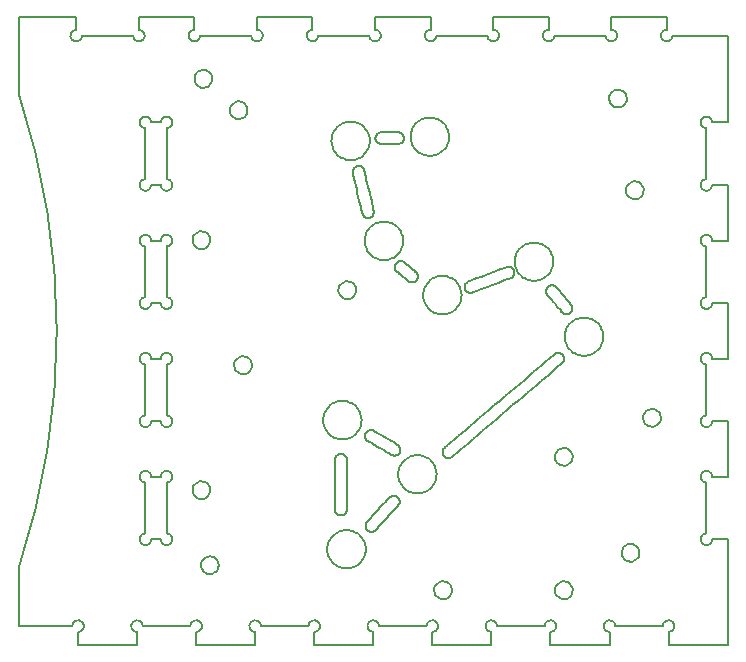
<source format=gbr>
G04 #@! TF.GenerationSoftware,KiCad,Pcbnew,(5.1.2)-1*
G04 #@! TF.CreationDate,2019-05-11T17:31:24-07:00*
G04 #@! TF.ProjectId,ExportTemplate,4578706f-7274-4546-956d-706c6174652e,rev?*
G04 #@! TF.SameCoordinates,Original*
G04 #@! TF.FileFunction,Profile,NP*
%FSLAX46Y46*%
G04 Gerber Fmt 4.6, Leading zero omitted, Abs format (unit mm)*
G04 Created by KiCad (PCBNEW (5.1.2)-1) date 2019-05-11 17:31:24*
%MOMM*%
%LPD*%
G04 APERTURE LIST*
%ADD10C,0.200000*%
G04 APERTURE END LIST*
D10*
X98533570Y-102745906D02*
X98532852Y-102744347D01*
X98642852Y-102897535D02*
X98623602Y-102878170D01*
X98737675Y-102968542D02*
X98734983Y-102966987D01*
X98538000Y-102755197D02*
X98536501Y-102752112D01*
X98652858Y-102906828D02*
X98642852Y-102897535D01*
X98720857Y-102958444D02*
X98717963Y-102956610D01*
X98728886Y-102963382D02*
X98728152Y-102962940D01*
X98960196Y-103033854D02*
X98912407Y-103029072D01*
X98732298Y-102965414D02*
X98730959Y-102964621D01*
X98841725Y-103013292D02*
X98818608Y-103005722D01*
X98818608Y-103005722D02*
X98795790Y-102996992D01*
X98522620Y-102720401D02*
X98518285Y-102709074D01*
X98524894Y-102726032D02*
X98522620Y-102720401D01*
X98557650Y-102791276D02*
X98550766Y-102779447D01*
X98730959Y-102964621D02*
X98729622Y-102963823D01*
X98527238Y-102731640D02*
X98524894Y-102726032D01*
X98530887Y-102740008D02*
X98529653Y-102737225D01*
X98717963Y-102956610D02*
X98715083Y-102954755D01*
X98529653Y-102737225D02*
X98527238Y-102731640D01*
X98531511Y-102741398D02*
X98530887Y-102740008D01*
X98532139Y-102742786D02*
X98531511Y-102741398D01*
X98532316Y-102743176D02*
X98532139Y-102742786D01*
X98532495Y-102743567D02*
X98532316Y-102743176D01*
X98532852Y-102744347D02*
X98532495Y-102743567D01*
X98541063Y-102761332D02*
X98539520Y-102758270D01*
X98547447Y-102773457D02*
X98544212Y-102767419D01*
X98580194Y-102825526D02*
X98572372Y-102814321D01*
X98784509Y-102992191D02*
X98773320Y-102987100D01*
X98795790Y-102996992D02*
X98784509Y-102992191D01*
X98605406Y-102857812D02*
X98588311Y-102836514D01*
X98673612Y-102924595D02*
X98663113Y-102915851D01*
X98727419Y-102962496D02*
X98726686Y-102962051D01*
X98534295Y-102747462D02*
X98533570Y-102745906D01*
X98726686Y-102962051D02*
X98725223Y-102961157D01*
X98564855Y-102802902D02*
X98557650Y-102791276D01*
X98745797Y-102973097D02*
X98740375Y-102970079D01*
X98535025Y-102749015D02*
X98534295Y-102747462D01*
X98536501Y-102752112D02*
X98535025Y-102749015D01*
X98723764Y-102960258D02*
X98720857Y-102958444D01*
X98684350Y-102933053D02*
X98673612Y-102924595D01*
X98729622Y-102963823D02*
X98729254Y-102963603D01*
X98912407Y-103029072D02*
X98865094Y-103019704D01*
X98725223Y-102961157D02*
X98723764Y-102960258D01*
X98751247Y-102976043D02*
X98745797Y-102973097D01*
X98550766Y-102779447D02*
X98547447Y-102773457D01*
X98712218Y-102952880D02*
X98706529Y-102949070D01*
X98539520Y-102758270D02*
X98538000Y-102755197D01*
X98544212Y-102767419D02*
X98541063Y-102761332D01*
X98572372Y-102814321D02*
X98564855Y-102802902D01*
X98762231Y-102981717D02*
X98751247Y-102976043D01*
X98865094Y-103019704D02*
X98841725Y-103013292D01*
X98740375Y-102970079D02*
X98737675Y-102968542D01*
X98663113Y-102915851D02*
X98652858Y-102906828D01*
X98706529Y-102949070D02*
X98700898Y-102945181D01*
X98728152Y-102962940D02*
X98727419Y-102962496D01*
X98773320Y-102987100D02*
X98762231Y-102981717D01*
X98729254Y-102963603D02*
X98728886Y-102963382D01*
X98588311Y-102836514D02*
X98580194Y-102825526D01*
X98734983Y-102966987D02*
X98732298Y-102965414D01*
X98715083Y-102954755D02*
X98712218Y-102952880D01*
X98623602Y-102878170D02*
X98605406Y-102857812D01*
X98695324Y-102941214D02*
X98684350Y-102933053D01*
X98700898Y-102945181D02*
X98695324Y-102941214D01*
X99360547Y-102867183D02*
X99358182Y-102869760D01*
X99008122Y-103034076D02*
X98960196Y-103033854D01*
X99795178Y-102393652D02*
X99651575Y-102550108D01*
X99328121Y-102900345D02*
X99318753Y-102908880D01*
X99354371Y-102873912D02*
X99350729Y-102877820D01*
X101370048Y-100351464D02*
X101375040Y-100374980D01*
X99651575Y-102550108D02*
X99587765Y-102619629D01*
X99055853Y-103029756D02*
X99008122Y-103034076D01*
X100812444Y-101285339D02*
X100652164Y-101459964D01*
X101341249Y-100265566D02*
X101343664Y-100271151D01*
X101231209Y-100829093D02*
X101205615Y-100856978D01*
X101240401Y-100819078D02*
X101231209Y-100829093D01*
X99103058Y-103020905D02*
X99055853Y-103029756D01*
X99149397Y-103007526D02*
X99103058Y-103020905D01*
X99238046Y-102967193D02*
X99194517Y-102989620D01*
X101077414Y-100996652D02*
X100956047Y-101128883D01*
X99259093Y-102954290D02*
X99238046Y-102967193D01*
X99299499Y-102925126D02*
X99279595Y-102940265D01*
X101249383Y-100809292D02*
X101247074Y-100811807D01*
X99955458Y-102219027D02*
X99833742Y-102351635D01*
X99833742Y-102351635D02*
X99795178Y-102393652D01*
X99341829Y-102887033D02*
X99337306Y-102891538D01*
X99355450Y-102872737D02*
X99354371Y-102873912D01*
X99376413Y-102849897D02*
X99367221Y-102859912D01*
X101360439Y-100316610D02*
X101363925Y-100328165D01*
X100126855Y-102032289D02*
X99955458Y-102219027D01*
X99479599Y-102737476D02*
X99436634Y-102784287D01*
X99436634Y-102784287D02*
X99402007Y-102822013D01*
X101252517Y-100805877D02*
X101250745Y-100807808D01*
X101128023Y-100941514D02*
X101077414Y-100996652D01*
X101170988Y-100894704D02*
X101128023Y-100941514D01*
X99346303Y-102882460D02*
X99341829Y-102887033D01*
X101382997Y-100494327D02*
X101378215Y-100542116D01*
X101247074Y-100811807D02*
X101240401Y-100819078D01*
X100480767Y-101646701D02*
X100303811Y-101839495D01*
X99530207Y-102682338D02*
X99479599Y-102737476D01*
X99318753Y-102908880D02*
X99299499Y-102925126D01*
X100303811Y-101839495D02*
X100126855Y-102032289D01*
X99367221Y-102859912D02*
X99360547Y-102867183D01*
X99337306Y-102891538D02*
X99328121Y-102900345D01*
X99350729Y-102877820D02*
X99346303Y-102882460D01*
X100956047Y-101128883D02*
X100812444Y-101285339D01*
X101378215Y-100542116D02*
X101368848Y-100589429D01*
X101363925Y-100328165D02*
X101370048Y-100351464D01*
X99402007Y-102822013D02*
X99388038Y-102837232D01*
X101346008Y-100276760D02*
X101348282Y-100282390D01*
X101354866Y-100635915D02*
X101312967Y-100724901D01*
X99356480Y-102871615D02*
X99355450Y-102872737D01*
X101383219Y-100446401D02*
X101382997Y-100494327D01*
X99358182Y-102869760D02*
X99356480Y-102871615D01*
X99388038Y-102837232D02*
X99376413Y-102849897D01*
X101368848Y-100589429D02*
X101354866Y-100635915D01*
X101375040Y-100374980D02*
X101378899Y-100398669D01*
X101356669Y-100305125D02*
X101360439Y-100316610D01*
X99587765Y-102619629D02*
X99530207Y-102682338D01*
X101312967Y-100724901D02*
X101252517Y-100805877D01*
X101348282Y-100282390D02*
X101352617Y-100293717D01*
X101352617Y-100293717D02*
X101356669Y-100305125D01*
X101343664Y-100271151D02*
X101346008Y-100276760D01*
X100652164Y-101459964D02*
X100480767Y-101646701D01*
X101378899Y-100398669D02*
X101383219Y-100446401D01*
X99194517Y-102989620D02*
X99149397Y-103007526D01*
X99279595Y-102940265D02*
X99259093Y-102954290D01*
X101250745Y-100807808D02*
X101249383Y-100809292D01*
X101205615Y-100856978D02*
X101170988Y-100894704D01*
X101338586Y-100259615D02*
X101338763Y-100260006D01*
X101338408Y-100259224D02*
X101338586Y-100259615D01*
X101334401Y-100250680D02*
X101335878Y-100253777D01*
X101228050Y-100105256D02*
X101247300Y-100124621D01*
X100862780Y-99968717D02*
X100910706Y-99968939D01*
X101331382Y-100244521D02*
X101332902Y-100247594D01*
X101340015Y-100262783D02*
X101341249Y-100265566D01*
X101150045Y-100044347D02*
X101152939Y-100046182D01*
X101338763Y-100260006D02*
X101339391Y-100261394D01*
X101313253Y-100211515D02*
X101320137Y-100223344D01*
X101339391Y-100261394D02*
X101340015Y-100262783D01*
X101144216Y-100040741D02*
X101145678Y-100041635D01*
X101218043Y-100095963D02*
X101228050Y-100105256D01*
X101338050Y-100258444D02*
X101338408Y-100259224D01*
X101337332Y-100256885D02*
X101338050Y-100258444D01*
X101336607Y-100255330D02*
X101337332Y-100256885D01*
X101130527Y-100032713D02*
X101133226Y-100034250D01*
X101152939Y-100046182D02*
X101155818Y-100048037D01*
X101335878Y-100253777D02*
X101336607Y-100255330D01*
X101332902Y-100247594D02*
X101334401Y-100250680D01*
X101005808Y-99983088D02*
X101029177Y-99989500D01*
X101135919Y-100035805D02*
X101138603Y-100037378D01*
X101119655Y-100026749D02*
X101125105Y-100029695D01*
X101329839Y-100241459D02*
X101331382Y-100244521D01*
X101326690Y-100235372D02*
X101329839Y-100241459D01*
X101145678Y-100041635D02*
X101147137Y-100042534D01*
X101323455Y-100229334D02*
X101326690Y-100235372D01*
X101086393Y-100010601D02*
X101097582Y-100015692D01*
X101298530Y-100188470D02*
X101306047Y-100199889D01*
X101290708Y-100177265D02*
X101298530Y-100188470D01*
X101320137Y-100223344D02*
X101323455Y-100229334D01*
X101197290Y-100078196D02*
X101207788Y-100086941D01*
X100676385Y-100013172D02*
X100721505Y-99995266D01*
X101108671Y-100021075D02*
X101119655Y-100026749D01*
X100958495Y-99973721D02*
X101005808Y-99983088D01*
X101306047Y-100199889D02*
X101313253Y-100211515D01*
X101141648Y-100039189D02*
X101142015Y-100039410D01*
X101282590Y-100166277D02*
X101290708Y-100177265D01*
X101147137Y-100042534D02*
X101150045Y-100044347D01*
X101097582Y-100015692D02*
X101108671Y-100021075D01*
X101265496Y-100144979D02*
X101282590Y-100166277D01*
X101247300Y-100124621D02*
X101265496Y-100144979D01*
X101186552Y-100069739D02*
X101197290Y-100078196D01*
X101029177Y-99989500D02*
X101052294Y-99997070D01*
X101139943Y-100038171D02*
X101141280Y-100038969D01*
X101158684Y-100049912D02*
X101164373Y-100053722D01*
X100815049Y-99973036D02*
X100862780Y-99968717D01*
X101143483Y-100040296D02*
X101144216Y-100040741D01*
X101142750Y-100039852D02*
X101143483Y-100040296D01*
X100910706Y-99968939D02*
X100958495Y-99973721D01*
X101125105Y-100029695D02*
X101130527Y-100032713D01*
X101207788Y-100086941D02*
X101218043Y-100095963D01*
X101142015Y-100039410D02*
X101142750Y-100039852D01*
X101052294Y-99997070D02*
X101075111Y-100005800D01*
X100767844Y-99981887D02*
X100815049Y-99973036D01*
X101133226Y-100034250D02*
X101135919Y-100035805D01*
X101164373Y-100053722D02*
X101170004Y-100057611D01*
X101175578Y-100061577D02*
X101186552Y-100069739D01*
X101155818Y-100048037D02*
X101158684Y-100049912D01*
X101138603Y-100037378D02*
X101139943Y-100038171D01*
X100721505Y-99995266D02*
X100767844Y-99981887D01*
X101075111Y-100005800D02*
X101086393Y-100010601D01*
X101141280Y-100038969D02*
X101141648Y-100039189D01*
X101170004Y-100057611D02*
X101175578Y-100061577D01*
X96624244Y-96478532D02*
X96635097Y-96483946D01*
X100219327Y-100452684D02*
X100283137Y-100383162D01*
X99744047Y-100970502D02*
X99915444Y-100783765D01*
X99915444Y-100783765D02*
X100075724Y-100609140D01*
X96868147Y-96734529D02*
X96897452Y-96828419D01*
X98630502Y-102183713D02*
X98639694Y-102173698D01*
X96725428Y-96543494D02*
X96760886Y-96575738D01*
X100494488Y-100152894D02*
X100503681Y-100142879D01*
X98742880Y-102061277D02*
X98793488Y-102006139D01*
X96656339Y-96495522D02*
X96666721Y-96501678D01*
X100520173Y-100124971D02*
X100524599Y-100120331D01*
X100632856Y-100035598D02*
X100676385Y-100013172D01*
X100611809Y-100048502D02*
X100632856Y-100035598D01*
X100468895Y-100180779D02*
X100482864Y-100165559D01*
X100524599Y-100120331D02*
X100529073Y-100115759D01*
X100591307Y-100062526D02*
X100611809Y-100048502D01*
X100542781Y-100102446D02*
X100552148Y-100093912D01*
X98699915Y-102108088D02*
X98742880Y-102061277D01*
X100512719Y-100133032D02*
X100514422Y-100131177D01*
X100515452Y-100130055D02*
X100516531Y-100128879D01*
X100510354Y-100135609D02*
X100512719Y-100133032D01*
X100391303Y-100265316D02*
X100434268Y-100218505D01*
X99567091Y-101163296D02*
X99744047Y-100970502D01*
X96760886Y-96575738D02*
X96793130Y-96611196D01*
X100533596Y-100111253D02*
X100542781Y-100102446D01*
X96602095Y-96468478D02*
X96603496Y-96469075D01*
X100434268Y-100218505D02*
X100468895Y-100180779D01*
X96706566Y-96528651D02*
X96725428Y-96543494D01*
X96635097Y-96483946D02*
X96645797Y-96489610D01*
X100283137Y-100383162D02*
X100340694Y-100320454D01*
X98914856Y-101873909D02*
X99058459Y-101717453D01*
X98793488Y-102006139D02*
X98914856Y-101873909D01*
X96793130Y-96611196D02*
X96821922Y-96649637D01*
X98665288Y-102145814D02*
X98699915Y-102108088D01*
X96847014Y-96690827D02*
X96868147Y-96734529D01*
X100482864Y-100165559D02*
X100494488Y-100152894D01*
X96613242Y-96473375D02*
X96618762Y-96475921D01*
X100571403Y-100077666D02*
X100591307Y-100062526D01*
X100529073Y-100115759D02*
X100533596Y-100111253D01*
X100503681Y-100142879D02*
X100510354Y-100135609D01*
X99218738Y-101542828D02*
X99390135Y-101356090D01*
X96821922Y-96649637D02*
X96847014Y-96690827D01*
X96603496Y-96469075D02*
X96604895Y-96469677D01*
X96607687Y-96470894D02*
X96613242Y-96473375D01*
X100514422Y-100131177D02*
X100515452Y-100130055D01*
X96897452Y-96828419D02*
X96907673Y-96928951D01*
X100075724Y-100609140D02*
X100185510Y-100489526D01*
X100185510Y-100489526D02*
X100219327Y-100452684D01*
X98621520Y-102193499D02*
X98623828Y-102190984D01*
X98639694Y-102173698D02*
X98665288Y-102145814D01*
X98620157Y-102194984D02*
X98621520Y-102193499D01*
X96686988Y-96514702D02*
X96706566Y-96528651D01*
X98618385Y-102196914D02*
X98620157Y-102194984D01*
X96601700Y-96468310D02*
X96602095Y-96468478D01*
X100552148Y-100093912D02*
X100571403Y-100077666D01*
X100340694Y-100320454D02*
X100391303Y-100265316D01*
X99058459Y-101717453D02*
X99218738Y-101542828D01*
X96645797Y-96489610D02*
X96656339Y-96495522D01*
X96666721Y-96501678D02*
X96686988Y-96514702D01*
X100516531Y-100128879D02*
X100520173Y-100124971D01*
X98623828Y-102190984D02*
X98630502Y-102183713D01*
X96618762Y-96475921D02*
X96624244Y-96478532D01*
X99390135Y-101356090D02*
X99500428Y-101235924D01*
X99500428Y-101235924D02*
X99567091Y-101163296D01*
X96604895Y-96469677D02*
X96607687Y-96470894D01*
X96601305Y-96468143D02*
X96601700Y-96468310D01*
X96598930Y-96467147D02*
X96600514Y-96467809D01*
X96550512Y-96450004D02*
X96563582Y-96454064D01*
X96597345Y-96466491D02*
X96598930Y-96467147D01*
X96592575Y-96464557D02*
X96595757Y-96465840D01*
X96582980Y-96460849D02*
X96586186Y-96462061D01*
X96563582Y-96454064D02*
X96570077Y-96456233D01*
X96347697Y-96432637D02*
X96361300Y-96431230D01*
X96537342Y-96446311D02*
X96550512Y-96450004D01*
X96235965Y-96459480D02*
X96247522Y-96455388D01*
X95947199Y-96734529D02*
X95968332Y-96690827D01*
X96304093Y-96439811D02*
X96305617Y-96439490D01*
X96374930Y-96430200D02*
X96388578Y-96429543D01*
X96595757Y-96465840D02*
X96597345Y-96466491D01*
X95993424Y-96649637D02*
X96022216Y-96611196D01*
X96320608Y-96436604D02*
X96323984Y-96436023D01*
X96589385Y-96463297D02*
X96592575Y-96464557D01*
X96586186Y-96462061D02*
X96589385Y-96463297D01*
X96576543Y-96458494D02*
X96582980Y-96460849D01*
X96570077Y-96456233D02*
X96576543Y-96458494D01*
X96334130Y-96434427D02*
X96340908Y-96433484D01*
X96510743Y-96440016D02*
X96524082Y-96442982D01*
X96282946Y-96444793D02*
X96288954Y-96443278D01*
X96443166Y-96430585D02*
X96470337Y-96433279D01*
X96313867Y-96437839D02*
X96317236Y-96437209D01*
X96259208Y-96451574D02*
X96271018Y-96448041D01*
X96089918Y-96543494D02*
X96128359Y-96514702D01*
X96497333Y-96437410D02*
X96510743Y-96440016D01*
X96415890Y-96429335D02*
X96443166Y-96430585D01*
X96402234Y-96429255D02*
X96415890Y-96429335D01*
X96327363Y-96435467D02*
X96334130Y-96434427D01*
X96022216Y-96611196D02*
X96054460Y-96575738D01*
X96308821Y-96438830D02*
X96309662Y-96438661D01*
X96340908Y-96433484D02*
X96347697Y-96432637D01*
X96301052Y-96440468D02*
X96304093Y-96439811D01*
X96312184Y-96438163D02*
X96313867Y-96437839D01*
X96298017Y-96441143D02*
X96301052Y-96440468D01*
X95917895Y-96828419D02*
X95923515Y-96804224D01*
X96169550Y-96489610D02*
X96191102Y-96478532D01*
X96310502Y-96438494D02*
X96312184Y-96438163D01*
X96388578Y-96429543D02*
X96402234Y-96429255D01*
X96307981Y-96439001D02*
X96308821Y-96438830D01*
X96307561Y-96439087D02*
X96307981Y-96439001D01*
X96271018Y-96448041D02*
X96282946Y-96444793D01*
X95930295Y-96780486D02*
X95947199Y-96734529D01*
X96191102Y-96478532D02*
X96213251Y-96468478D01*
X96294989Y-96441836D02*
X96298017Y-96441143D01*
X96213251Y-96468478D02*
X96235965Y-96459480D01*
X95913468Y-96853031D02*
X95917895Y-96828419D01*
X96323984Y-96436023D02*
X96327363Y-96435467D01*
X96317236Y-96437209D02*
X96320608Y-96436604D01*
X96361300Y-96431230D02*
X96374930Y-96430200D01*
X96524082Y-96442982D02*
X96537342Y-96446311D01*
X96470337Y-96433279D02*
X96497333Y-96437410D01*
X96307141Y-96439173D02*
X96307561Y-96439087D01*
X96128359Y-96514702D02*
X96169550Y-96489610D01*
X96054460Y-96575738D02*
X96089918Y-96543494D01*
X95968332Y-96690827D02*
X95993424Y-96649637D01*
X96309662Y-96438661D02*
X96310502Y-96438494D01*
X96288954Y-96443278D02*
X96294989Y-96441836D01*
X96247522Y-96455388D02*
X96259208Y-96451574D01*
X95910268Y-96878020D02*
X95913468Y-96853031D01*
X96600514Y-96467809D02*
X96601305Y-96468143D01*
X96305617Y-96439490D02*
X96307141Y-96439173D01*
X95923515Y-96804224D02*
X95930295Y-96780486D01*
X95907673Y-98639692D02*
X95907673Y-98259756D01*
X95907673Y-100477764D02*
X95907673Y-100159439D01*
X95907673Y-100858984D02*
X95907673Y-100746800D01*
X96089918Y-101520408D02*
X96054460Y-101488164D01*
X96218001Y-101597412D02*
X96216415Y-101596756D01*
X96196584Y-101587981D02*
X96191102Y-101585370D01*
X95907673Y-99804147D02*
X95907673Y-99424210D01*
X95907673Y-100159439D02*
X95907673Y-99804147D01*
X95907673Y-100746800D02*
X95907673Y-100477764D01*
X95907673Y-100954225D02*
X95907673Y-100858984D01*
X95907673Y-101087716D02*
X95907673Y-101030983D01*
X96159007Y-101568380D02*
X96148625Y-101562225D01*
X95907673Y-101030983D02*
X95907673Y-100954225D01*
X96022216Y-101452706D02*
X95993424Y-101414266D01*
X96216415Y-101596756D02*
X96214832Y-101596093D01*
X95968332Y-101373075D02*
X95947199Y-101329373D01*
X95907673Y-101133963D02*
X95907673Y-101131903D01*
X96191102Y-101585370D02*
X96180249Y-101579957D01*
X96211849Y-101594827D02*
X96210450Y-101594225D01*
X95907673Y-97204918D02*
X95907673Y-97109677D01*
X96169549Y-101574292D02*
X96159007Y-101568380D01*
X95907837Y-96916113D02*
X95908042Y-96909719D01*
X95907673Y-101128129D02*
X95907673Y-101122886D01*
X96180249Y-101579957D02*
X96169549Y-101574292D01*
X95907673Y-101134952D02*
X95907673Y-101133963D01*
X96214832Y-101596093D02*
X96214041Y-101595760D01*
X95993424Y-101414266D02*
X95968332Y-101373075D01*
X96219589Y-101598063D02*
X96218001Y-101597412D01*
X96202103Y-101590528D02*
X96196584Y-101587981D01*
X95907673Y-98259756D02*
X95907673Y-97904464D01*
X95907673Y-97109677D02*
X95907673Y-97032920D01*
X95907673Y-96929717D02*
X95907673Y-96927868D01*
X96207659Y-101593009D02*
X96202103Y-101590528D01*
X95907673Y-96976186D02*
X95907673Y-96955809D01*
X95907673Y-99031951D02*
X95907673Y-98639692D01*
X95907673Y-101122886D02*
X95907673Y-101108093D01*
X96210450Y-101594225D02*
X96207659Y-101593009D01*
X96213251Y-101595425D02*
X96211849Y-101594827D01*
X95909138Y-96890642D02*
X95910268Y-96878020D01*
X96148625Y-101562225D02*
X96128358Y-101549200D01*
X95917895Y-101235484D02*
X95907673Y-101134952D01*
X96054460Y-101488164D02*
X96022216Y-101452706D01*
X96213646Y-101595593D02*
X96213251Y-101595425D01*
X95907673Y-96955809D02*
X95907673Y-96941016D01*
X95908327Y-96903342D02*
X95909138Y-96890642D01*
X95907673Y-101131903D02*
X95907673Y-101128129D01*
X96108780Y-101535251D02*
X96089918Y-101520408D01*
X95907673Y-97586138D02*
X95907673Y-97444689D01*
X95907673Y-101108093D02*
X95907673Y-101087716D01*
X95947199Y-101329373D02*
X95917895Y-101235484D01*
X95907673Y-96935774D02*
X95907673Y-96931999D01*
X95908042Y-96909719D02*
X95908327Y-96903342D01*
X95907714Y-96922524D02*
X95907837Y-96916113D01*
X95907673Y-96927868D02*
X95907714Y-96922524D01*
X96128358Y-101549200D02*
X96108780Y-101535251D01*
X95907673Y-97001954D02*
X95907673Y-96976186D01*
X96214041Y-101595760D02*
X96213646Y-101595593D01*
X95907673Y-96931999D02*
X95907673Y-96929717D01*
X95907673Y-96941016D02*
X95907673Y-96935774D01*
X95907673Y-97032920D02*
X95907673Y-97001954D01*
X95907673Y-99424210D02*
X95907673Y-99031951D01*
X95907673Y-97317102D02*
X95907673Y-97204918D01*
X95907673Y-97444689D02*
X95907673Y-97317102D01*
X95907673Y-97904464D02*
X95907673Y-97586138D01*
X115110892Y-84421789D02*
X115109753Y-84420450D01*
X115183821Y-84491737D02*
X115110892Y-84421789D01*
X115266980Y-84544259D02*
X115183821Y-84491737D01*
X115311394Y-84563851D02*
X115266980Y-84544259D01*
X115595038Y-84586722D02*
X115583177Y-84589051D01*
X115646923Y-84572935D02*
X115645290Y-84573463D01*
X115868179Y-84426797D02*
X115863626Y-84431907D01*
X115642427Y-84574371D02*
X115642017Y-84574500D01*
X115571281Y-84591090D02*
X115547406Y-84594302D01*
X115874872Y-84419006D02*
X115872659Y-84421620D01*
X115357197Y-84578965D02*
X115311394Y-84563851D01*
X115624500Y-84579630D02*
X115618632Y-84581194D01*
X115451570Y-84595699D02*
X115404035Y-84589586D01*
X115642017Y-84574500D02*
X115640563Y-84574952D01*
X115655055Y-84570209D02*
X115651809Y-84571317D01*
X115661520Y-84567924D02*
X115658292Y-84569078D01*
X115667948Y-84565547D02*
X115661520Y-84567924D01*
X115693276Y-84555145D02*
X115680690Y-84560522D01*
X115499471Y-84597281D02*
X115451570Y-84595699D01*
X115523455Y-84596364D02*
X115499471Y-84597281D01*
X115547406Y-84594302D02*
X115523455Y-84596364D01*
X115583177Y-84589051D02*
X115571281Y-84591090D01*
X115658292Y-84569078D02*
X115655055Y-84570209D01*
X115849556Y-84446838D02*
X115839842Y-84456455D01*
X115787620Y-84500377D02*
X115765180Y-84515932D01*
X115839842Y-84456455D02*
X115829873Y-84465798D01*
X115630353Y-84577993D02*
X115624500Y-84579630D01*
X115717957Y-84543367D02*
X115705701Y-84549424D01*
X115872659Y-84421620D02*
X115868179Y-84426797D01*
X115741941Y-84530278D02*
X115730039Y-84536983D01*
X115877067Y-84416377D02*
X115874872Y-84419006D01*
X115606858Y-84584103D02*
X115595038Y-84586722D01*
X115829873Y-84465798D02*
X115819658Y-84474866D01*
X115879243Y-84413730D02*
X115877067Y-84416377D01*
X115643655Y-84573984D02*
X115642836Y-84574243D01*
X115642836Y-84574243D02*
X115642427Y-84574371D01*
X115859004Y-84436951D02*
X115849556Y-84446838D01*
X115640563Y-84574952D02*
X115639107Y-84575400D01*
X115645290Y-84573463D02*
X115643655Y-84573984D01*
X115648554Y-84572402D02*
X115646923Y-84572935D01*
X115651809Y-84571317D02*
X115648554Y-84572402D01*
X115881401Y-84411068D02*
X115879243Y-84413730D01*
X115819658Y-84474866D02*
X115809205Y-84483654D01*
X115103103Y-84412634D02*
X115097194Y-84405689D01*
X115404035Y-84589586D02*
X115357197Y-84578965D01*
X115109753Y-84420450D02*
X115107393Y-84417677D01*
X115809205Y-84483654D02*
X115787620Y-84500377D01*
X115674338Y-84563079D02*
X115667948Y-84565547D01*
X115107393Y-84417677D02*
X115103103Y-84412634D01*
X115618632Y-84581194D02*
X115606858Y-84584103D01*
X115639107Y-84575400D02*
X115636193Y-84576283D01*
X115636193Y-84576283D02*
X115630353Y-84577993D01*
X115705701Y-84549424D02*
X115693276Y-84555145D01*
X115680690Y-84560522D02*
X115674338Y-84563079D01*
X115730039Y-84536983D02*
X115717957Y-84543367D01*
X115765180Y-84515932D02*
X115741941Y-84530278D01*
X115863626Y-84431907D02*
X115859004Y-84436951D01*
X115883539Y-84408389D02*
X115882473Y-84409730D01*
X115884071Y-84407717D02*
X115883539Y-84408389D01*
X115885395Y-84406031D02*
X115885131Y-84406369D01*
X115884726Y-83788690D02*
X115888641Y-83793732D01*
X114765387Y-82472435D02*
X114843407Y-82564140D01*
X115891332Y-84398281D02*
X115889458Y-84400762D01*
X115914132Y-84365188D02*
X115907427Y-84375532D01*
X115926712Y-84344105D02*
X115920561Y-84354711D01*
X115951518Y-83901541D02*
X115968422Y-83947497D01*
X115880738Y-83783687D02*
X115884726Y-83788690D01*
X115871660Y-83772764D02*
X115872322Y-83773542D01*
X114666523Y-82356229D02*
X114682976Y-82375568D01*
X115886615Y-84404464D02*
X115885659Y-84405693D01*
X115980645Y-83994476D02*
X115988224Y-84042109D01*
X114843407Y-82564140D02*
X114935719Y-82672646D01*
X115858846Y-83757702D02*
X115864756Y-83764648D01*
X115885659Y-84405693D02*
X115885395Y-84406031D01*
X115887567Y-84403232D02*
X115886615Y-84404464D01*
X115893189Y-84395791D02*
X115891332Y-84398281D01*
X115907427Y-84375532D02*
X115900445Y-84385735D01*
X115920561Y-84354711D02*
X115914132Y-84365188D01*
X115989622Y-84137944D02*
X115983509Y-84185479D01*
X115988224Y-84042109D02*
X115991204Y-84090044D01*
X115589651Y-83441286D02*
X115681963Y-83549791D01*
X115991204Y-84090044D02*
X115989622Y-84137944D01*
X114935719Y-82672646D02*
X115038752Y-82793752D01*
X115948536Y-84300523D02*
X115938182Y-84322534D01*
X115820135Y-83712200D02*
X115842394Y-83738364D01*
X115896252Y-83803930D02*
X115903570Y-83814276D01*
X115957773Y-84278120D02*
X115948536Y-84300523D01*
X115869046Y-83769690D02*
X115870566Y-83771477D01*
X115983509Y-84185479D02*
X115972887Y-84232318D01*
X115941300Y-83879067D02*
X115951518Y-83901541D01*
X115917325Y-83835382D02*
X115929903Y-83856997D01*
X115876678Y-83778725D02*
X115880738Y-83783687D01*
X115851374Y-83748919D02*
X115858846Y-83757702D01*
X115681963Y-83549791D02*
X115759983Y-83641496D01*
X115262685Y-83056966D02*
X115376438Y-83190673D01*
X115759983Y-83641496D02*
X115792515Y-83679736D01*
X114682976Y-82375568D02*
X114705235Y-82401731D01*
X115903570Y-83814276D02*
X115917325Y-83835382D01*
X115870566Y-83771477D02*
X115871660Y-83772764D01*
X115148932Y-82923259D02*
X115262685Y-83056966D01*
X115376438Y-83190673D02*
X115486618Y-83320179D01*
X115864756Y-83764648D02*
X115869046Y-83769690D01*
X115842394Y-83738364D02*
X115851374Y-83748919D01*
X115873248Y-83774630D02*
X115876678Y-83778725D01*
X115038752Y-82793752D02*
X115148932Y-82923259D01*
X115888641Y-83793732D02*
X115896252Y-83803930D01*
X115884602Y-84407043D02*
X115884071Y-84407717D01*
X115889458Y-84400762D02*
X115887567Y-84403232D01*
X115896852Y-84390781D02*
X115893189Y-84395791D01*
X115792515Y-83679736D02*
X115820135Y-83712200D01*
X115486618Y-83320179D02*
X115589651Y-83441286D01*
X115900445Y-84385735D02*
X115896852Y-84390781D01*
X115938182Y-84322534D02*
X115926712Y-84344105D01*
X115968422Y-83947497D02*
X115980645Y-83994476D01*
X115885131Y-84406369D02*
X115884602Y-84407043D01*
X115972887Y-84232318D02*
X115957773Y-84278120D01*
X115872322Y-83773542D02*
X115873248Y-83774630D01*
X115929903Y-83856997D02*
X115941300Y-83879067D01*
X114732855Y-82434196D02*
X114765387Y-82472435D01*
X114705235Y-82401731D02*
X114732855Y-82434196D01*
X115882473Y-84409730D02*
X115881401Y-84411068D01*
X113876151Y-82358685D02*
X113877103Y-82357454D01*
X113856291Y-82386386D02*
X113863272Y-82376183D01*
X113878992Y-82973228D02*
X113875077Y-82968186D01*
X113772514Y-82671874D02*
X113774096Y-82623973D01*
X113833815Y-82904921D02*
X113822418Y-82882850D01*
X115058482Y-84360186D02*
X115030863Y-84327722D01*
X114998330Y-84289482D02*
X114920311Y-84197778D01*
X113872385Y-82363637D02*
X113874259Y-82361156D01*
X114920311Y-84197778D02*
X114827998Y-84089272D01*
X113815182Y-82461394D02*
X113825536Y-82439384D01*
X113921324Y-83023554D02*
X113912344Y-83012998D01*
X113943583Y-83049718D02*
X113921324Y-83023554D01*
X113879647Y-82354201D02*
X113880178Y-82353529D01*
X113879116Y-82354875D02*
X113879647Y-82354201D01*
X113866866Y-82371136D02*
X113870529Y-82366127D01*
X113894672Y-82992227D02*
X113893152Y-82990440D01*
X113878587Y-82355549D02*
X113879116Y-82354875D01*
X113790831Y-82529600D02*
X113805945Y-82483797D01*
X114003735Y-83120421D02*
X113971202Y-83082182D01*
X113860147Y-82947641D02*
X113846392Y-82926535D01*
X113892057Y-82989153D02*
X113891395Y-82988375D01*
X113878323Y-82355886D02*
X113878587Y-82355549D01*
X113878059Y-82356224D02*
X113878323Y-82355886D01*
X113882979Y-82978230D02*
X113878992Y-82973228D01*
X113780209Y-82576438D02*
X113790831Y-82529600D01*
X113846392Y-82926535D02*
X113833815Y-82904921D01*
X113887040Y-82983193D02*
X113882979Y-82978230D01*
X113904871Y-83004215D02*
X113898962Y-82997270D01*
X114277100Y-83441738D02*
X114174067Y-83320632D01*
X114827998Y-84089272D02*
X114724965Y-83968166D01*
X113867466Y-82957987D02*
X113860147Y-82947641D01*
X113812200Y-82860377D02*
X113795295Y-82814420D01*
X113971202Y-83082182D02*
X113943583Y-83049718D01*
X113877103Y-82357454D02*
X113878059Y-82356224D01*
X113874259Y-82361156D02*
X113876151Y-82358685D01*
X113863272Y-82376183D02*
X113866866Y-82371136D01*
X113849586Y-82396729D02*
X113856291Y-82386386D01*
X113825536Y-82439384D02*
X113837006Y-82417813D01*
X113843157Y-82407207D02*
X113849586Y-82396729D01*
X113795295Y-82814420D02*
X113783073Y-82767441D01*
X113783073Y-82767441D02*
X113775494Y-82719809D01*
X113893152Y-82990440D02*
X113892057Y-82989153D01*
X113890470Y-82987287D02*
X113887040Y-82983193D01*
X114387280Y-83571245D02*
X114277100Y-83441738D01*
X113837006Y-82417813D02*
X113843157Y-82407207D01*
X113805945Y-82483797D02*
X113815182Y-82461394D01*
X113774096Y-82623973D02*
X113780209Y-82576438D01*
X113898962Y-82997270D02*
X113894672Y-82992227D01*
X114724965Y-83968166D02*
X114614786Y-83838659D01*
X113775494Y-82719809D02*
X113772514Y-82671874D01*
X113822418Y-82882850D02*
X113812200Y-82860377D01*
X114174067Y-83320632D02*
X114081754Y-83212126D01*
X113875077Y-82968186D02*
X113867466Y-82957987D01*
X115030863Y-84327722D02*
X114998330Y-84289482D01*
X114614786Y-83838659D02*
X114501033Y-83704952D01*
X115080742Y-84386350D02*
X115058482Y-84360186D01*
X113881245Y-82352187D02*
X113882317Y-82350850D01*
X113880178Y-82353529D02*
X113881245Y-82352187D01*
X113891395Y-82988375D02*
X113890470Y-82987287D01*
X114501033Y-83704952D02*
X114387280Y-83571245D01*
X113870529Y-82366127D02*
X113872385Y-82363637D01*
X113912344Y-83012998D02*
X113904871Y-83004215D01*
X114081754Y-83212126D02*
X114003735Y-83120421D01*
X115097194Y-84405689D02*
X115080742Y-84386350D01*
X114532523Y-96693337D02*
X114554287Y-96513212D01*
X114554287Y-96513212D02*
X114607718Y-96365618D01*
X114607718Y-96365618D02*
X114683887Y-96241443D01*
X114683887Y-96241443D02*
X114779486Y-96137036D01*
X114779486Y-96137036D02*
X114895068Y-96051034D01*
X114895068Y-96051034D02*
X115030848Y-95986602D01*
X115030848Y-95986602D02*
X115195811Y-95948292D01*
X115195811Y-95948292D02*
X115282523Y-95943337D01*
X87741790Y-68084767D02*
X87561665Y-68062993D01*
X87561665Y-68062993D02*
X87413049Y-68009066D01*
X87413049Y-68009066D02*
X87288101Y-67932032D01*
X87288101Y-67932032D02*
X87183417Y-67835498D01*
X87183417Y-67835498D02*
X87097157Y-67718335D01*
X87097157Y-67718335D02*
X87032868Y-67580203D01*
X87032868Y-67580203D02*
X86996217Y-67416759D01*
X86996217Y-67416759D02*
X86991790Y-67334767D01*
X96938078Y-83332226D02*
X96757953Y-83310452D01*
X96757953Y-83310452D02*
X96609337Y-83256525D01*
X96609337Y-83256525D02*
X96484389Y-83179491D01*
X96484389Y-83179491D02*
X96379705Y-83082957D01*
X96379705Y-83082957D02*
X96293445Y-82965794D01*
X96293445Y-82965794D02*
X96229156Y-82827662D01*
X96229156Y-82827662D02*
X96192505Y-82664218D01*
X96192505Y-82664218D02*
X96188078Y-82582226D01*
X97231134Y-71566948D02*
X97041348Y-71555981D01*
X97041348Y-71555981D02*
X96870292Y-71526739D01*
X96870292Y-71526739D02*
X96712896Y-71482557D01*
X96712896Y-71482557D02*
X96568012Y-71425929D01*
X96568012Y-71425929D02*
X96434535Y-71358629D01*
X96434535Y-71358629D02*
X96311213Y-71281672D01*
X96311213Y-71281672D02*
X96196540Y-71195098D01*
X96196540Y-71195098D02*
X96091379Y-71100217D01*
X96091379Y-71100217D02*
X95993652Y-70995214D01*
X95993652Y-70995214D02*
X95905227Y-70881640D01*
X95905227Y-70881640D02*
X95826494Y-70759553D01*
X95826494Y-70759553D02*
X95757268Y-70627231D01*
X95757268Y-70627231D02*
X95698321Y-70482833D01*
X95698321Y-70482833D02*
X95652099Y-70327316D01*
X95652099Y-70327316D02*
X95620340Y-70157796D01*
X95620340Y-70157796D02*
X95606376Y-69970479D01*
X95606376Y-69970479D02*
X95606134Y-69941948D01*
X115282523Y-95943337D02*
X115462639Y-95965101D01*
X115462639Y-95965101D02*
X115609977Y-96018407D01*
X115609977Y-96018407D02*
X115735305Y-96095381D01*
X115735305Y-96095381D02*
X115839569Y-96191134D01*
X115839569Y-96191134D02*
X115925402Y-96306850D01*
X115925402Y-96306850D02*
X115990303Y-96444639D01*
X115990303Y-96444639D02*
X116027696Y-96607803D01*
X116027696Y-96607803D02*
X116032523Y-96693337D01*
X121279745Y-74865559D02*
X121099620Y-74843785D01*
X121099620Y-74843785D02*
X120951004Y-74789858D01*
X120951004Y-74789858D02*
X120826056Y-74712824D01*
X120826056Y-74712824D02*
X120721372Y-74616291D01*
X120721372Y-74616291D02*
X120635112Y-74499128D01*
X120635112Y-74499128D02*
X120570823Y-74360996D01*
X120570823Y-74360996D02*
X120534172Y-74197551D01*
X120534172Y-74197551D02*
X120529745Y-74115559D01*
X129147320Y-73675071D02*
X129147320Y-78375071D01*
X129147320Y-83675071D02*
X129147320Y-88375071D01*
X101250578Y-98164170D02*
X101261612Y-97973747D01*
X101261612Y-97973747D02*
X101291197Y-97801483D01*
X101291197Y-97801483D02*
X101335755Y-97643572D01*
X101335755Y-97643572D02*
X101392600Y-97498796D01*
X101392600Y-97498796D02*
X101460093Y-97365436D01*
X101460093Y-97365436D02*
X101537404Y-97241986D01*
X101537404Y-97241986D02*
X101625144Y-97126290D01*
X101625144Y-97126290D02*
X101720512Y-97021165D01*
X101720512Y-97021165D02*
X101825555Y-96923924D01*
X101825555Y-96923924D02*
X101939366Y-96835790D01*
X101939366Y-96835790D02*
X102061939Y-96757218D01*
X102061939Y-96757218D02*
X102196160Y-96687582D01*
X102196160Y-96687582D02*
X102339085Y-96629811D01*
X102339085Y-96629811D02*
X102494485Y-96584099D01*
X102494485Y-96584099D02*
X102666703Y-96552466D01*
X102666703Y-96552466D02*
X102859161Y-96539249D01*
X102859161Y-96539249D02*
X102875578Y-96539170D01*
X118611689Y-86522504D02*
X118600722Y-86712281D01*
X118600722Y-86712281D02*
X118571409Y-86883645D01*
X118571409Y-86883645D02*
X118526504Y-87043095D01*
X118526504Y-87043095D02*
X118468392Y-87190685D01*
X118468392Y-87190685D02*
X118400652Y-87323897D01*
X118400652Y-87323897D02*
X118323289Y-87446941D01*
X118323289Y-87446941D02*
X118236334Y-87561314D01*
X118236334Y-87561314D02*
X118138746Y-87668531D01*
X118138746Y-87668531D02*
X118034377Y-87764709D01*
X118034377Y-87764709D02*
X117920394Y-87852634D01*
X117920394Y-87852634D02*
X117796602Y-87931594D01*
X117796602Y-87931594D02*
X117663294Y-88000372D01*
X117663294Y-88000372D02*
X117518471Y-88058490D01*
X117518471Y-88058490D02*
X117362874Y-88103736D01*
X117362874Y-88103736D02*
X117192379Y-88134607D01*
X117192379Y-88134607D02*
X117004411Y-88147407D01*
X117004411Y-88147407D02*
X116986689Y-88147504D01*
X84856729Y-105257958D02*
X84983328Y-105183870D01*
X84983328Y-105183870D02*
X85133906Y-105133176D01*
X85133906Y-105133176D02*
X85317185Y-105115804D01*
X85317185Y-105115804D02*
X85491841Y-105141439D01*
X85491841Y-105141439D02*
X85637624Y-105197491D01*
X85637624Y-105197491D02*
X85760137Y-105275857D01*
X85760137Y-105275857D02*
X85863371Y-105374515D01*
X85863371Y-105374515D02*
X85904013Y-105425877D01*
X127847321Y-83675071D02*
G75*
G02X127347321Y-83175071I-500000J0D01*
G01*
X129147320Y-83675071D02*
X127847321Y-83675071D01*
X97688078Y-82582226D02*
X97666304Y-82762342D01*
X97666304Y-82762342D02*
X97612875Y-82909936D01*
X97612875Y-82909936D02*
X97536025Y-83035008D01*
X97536025Y-83035008D02*
X97440273Y-83139272D01*
X97440273Y-83139272D02*
X97324435Y-83225177D01*
X97324435Y-83225177D02*
X97187852Y-83289624D01*
X97187852Y-83289624D02*
X97024784Y-83327264D01*
X97024784Y-83327264D02*
X96938078Y-83332226D01*
X96938078Y-81832226D02*
X97118195Y-81853990D01*
X97118195Y-81853990D02*
X97265533Y-81907296D01*
X97265533Y-81907296D02*
X97390861Y-81984270D01*
X97390861Y-81984270D02*
X97495125Y-82080023D01*
X97495125Y-82080023D02*
X97580957Y-82195739D01*
X97580957Y-82195739D02*
X97645858Y-82333528D01*
X97645858Y-82333528D02*
X97683251Y-82496692D01*
X97683251Y-82496692D02*
X97688078Y-82582226D01*
X96188078Y-82582226D02*
X96209842Y-82402101D01*
X96209842Y-82402101D02*
X96263273Y-82254507D01*
X96263273Y-82254507D02*
X96339442Y-82130332D01*
X96339442Y-82130332D02*
X96435041Y-82025925D01*
X96435041Y-82025925D02*
X96550623Y-81939923D01*
X96550623Y-81939923D02*
X96686403Y-81875491D01*
X96686403Y-81875491D02*
X96851366Y-81837181D01*
X96851366Y-81837181D02*
X96938078Y-81832226D01*
X122029745Y-74115559D02*
X122007971Y-74295676D01*
X122007971Y-74295676D02*
X121954542Y-74443270D01*
X121954542Y-74443270D02*
X121877692Y-74568342D01*
X121877692Y-74568342D02*
X121781939Y-74672606D01*
X121781939Y-74672606D02*
X121666101Y-74758510D01*
X121666101Y-74758510D02*
X121529518Y-74822957D01*
X121529518Y-74822957D02*
X121366451Y-74860597D01*
X121366451Y-74860597D02*
X121279745Y-74865559D01*
X83840856Y-99515559D02*
X83862620Y-99335434D01*
X83862620Y-99335434D02*
X83916051Y-99187840D01*
X83916051Y-99187840D02*
X83992220Y-99063665D01*
X83992220Y-99063665D02*
X84087819Y-98959258D01*
X84087819Y-98959258D02*
X84203401Y-98873256D01*
X84203401Y-98873256D02*
X84339181Y-98808824D01*
X84339181Y-98808824D02*
X84504144Y-98770514D01*
X84504144Y-98770514D02*
X84590856Y-98765559D01*
X98856134Y-69941948D02*
X98845167Y-70131725D01*
X98845167Y-70131725D02*
X98815854Y-70303089D01*
X98815854Y-70303089D02*
X98770949Y-70462539D01*
X98770949Y-70462539D02*
X98712837Y-70610129D01*
X98712837Y-70610129D02*
X98645097Y-70743341D01*
X98645097Y-70743341D02*
X98567734Y-70866385D01*
X98567734Y-70866385D02*
X98480779Y-70980758D01*
X98480779Y-70980758D02*
X98383191Y-71087975D01*
X98383191Y-71087975D02*
X98278822Y-71184153D01*
X98278822Y-71184153D02*
X98164839Y-71272078D01*
X98164839Y-71272078D02*
X98041047Y-71351038D01*
X98041047Y-71351038D02*
X97907739Y-71419816D01*
X97907739Y-71419816D02*
X97762916Y-71477934D01*
X97762916Y-71477934D02*
X97607319Y-71523180D01*
X97607319Y-71523180D02*
X97436824Y-71554051D01*
X97436824Y-71554051D02*
X97248856Y-71566851D01*
X97248856Y-71566851D02*
X97231134Y-71566948D01*
X127347320Y-88875071D02*
G75*
G02X127847320Y-88375071I0J500000D01*
G01*
X83840856Y-78348893D02*
X83862620Y-78168768D01*
X83862620Y-78168768D02*
X83916051Y-78021174D01*
X83916051Y-78021174D02*
X83992220Y-77896999D01*
X83992220Y-77896999D02*
X84087819Y-77792592D01*
X84087819Y-77792592D02*
X84203401Y-77706590D01*
X84203401Y-77706590D02*
X84339181Y-77642158D01*
X84339181Y-77642158D02*
X84504144Y-77603848D01*
X84504144Y-77603848D02*
X84590856Y-77598893D01*
X104500578Y-98164170D02*
X104489611Y-98353947D01*
X104489611Y-98353947D02*
X104460298Y-98525311D01*
X104460298Y-98525311D02*
X104415393Y-98684761D01*
X104415393Y-98684761D02*
X104357281Y-98832351D01*
X104357281Y-98832351D02*
X104289541Y-98965563D01*
X104289541Y-98965563D02*
X104212178Y-99088607D01*
X104212178Y-99088607D02*
X104125223Y-99202980D01*
X104125223Y-99202980D02*
X104027635Y-99310197D01*
X104027635Y-99310197D02*
X103923266Y-99406375D01*
X103923266Y-99406375D02*
X103809283Y-99494300D01*
X103809283Y-99494300D02*
X103685491Y-99573260D01*
X103685491Y-99573260D02*
X103552183Y-99642038D01*
X103552183Y-99642038D02*
X103407360Y-99700156D01*
X103407360Y-99700156D02*
X103251763Y-99745402D01*
X103251763Y-99745402D02*
X103081268Y-99776273D01*
X103081268Y-99776273D02*
X102893300Y-99789073D01*
X102893300Y-99789073D02*
X102875578Y-99789170D01*
X95606134Y-69941948D02*
X95617168Y-69751525D01*
X95617168Y-69751525D02*
X95646753Y-69579261D01*
X95646753Y-69579261D02*
X95691311Y-69421350D01*
X95691311Y-69421350D02*
X95748156Y-69276573D01*
X95748156Y-69276573D02*
X95815649Y-69143213D01*
X95815649Y-69143213D02*
X95892960Y-69019763D01*
X95892960Y-69019763D02*
X95980700Y-68904067D01*
X95980700Y-68904067D02*
X96076068Y-68798943D01*
X96076068Y-68798943D02*
X96181111Y-68701702D01*
X96181111Y-68701702D02*
X96294922Y-68613568D01*
X96294922Y-68613568D02*
X96417495Y-68534996D01*
X96417495Y-68534996D02*
X96551716Y-68465360D01*
X96551716Y-68465360D02*
X96694641Y-68407589D01*
X96694641Y-68407589D02*
X96850041Y-68361877D01*
X96850041Y-68361877D02*
X97022259Y-68330244D01*
X97022259Y-68330244D02*
X97214717Y-68317027D01*
X97214717Y-68317027D02*
X97231134Y-68316948D01*
X121279745Y-73365559D02*
X121459861Y-73387323D01*
X121459861Y-73387323D02*
X121607199Y-73440629D01*
X121607199Y-73440629D02*
X121732527Y-73517603D01*
X121732527Y-73517603D02*
X121836791Y-73613356D01*
X121836791Y-73613356D02*
X121922624Y-73729072D01*
X121922624Y-73729072D02*
X121987525Y-73866861D01*
X121987525Y-73866861D02*
X122024918Y-74030025D01*
X122024918Y-74030025D02*
X122029745Y-74115559D01*
X116032523Y-96693337D02*
X116010749Y-96873454D01*
X116010749Y-96873454D02*
X115957320Y-97021048D01*
X115957320Y-97021048D02*
X115880470Y-97146120D01*
X115880470Y-97146120D02*
X115784717Y-97250384D01*
X115784717Y-97250384D02*
X115668879Y-97336288D01*
X115668879Y-97336288D02*
X115532296Y-97400735D01*
X115532296Y-97400735D02*
X115369229Y-97438375D01*
X115369229Y-97438375D02*
X115282523Y-97443337D01*
X115282523Y-97443337D02*
X115102398Y-97421563D01*
X115102398Y-97421563D02*
X114953782Y-97367636D01*
X114953782Y-97367636D02*
X114828834Y-97290602D01*
X114828834Y-97290602D02*
X114724150Y-97194069D01*
X114724150Y-97194069D02*
X114637890Y-97076906D01*
X114637890Y-97076906D02*
X114573601Y-96938774D01*
X114573601Y-96938774D02*
X114536950Y-96775329D01*
X114536950Y-96775329D02*
X114532523Y-96693337D01*
X120529745Y-74115559D02*
X120551509Y-73935434D01*
X120551509Y-73935434D02*
X120604940Y-73787840D01*
X120604940Y-73787840D02*
X120681109Y-73663665D01*
X120681109Y-73663665D02*
X120776708Y-73559258D01*
X120776708Y-73559258D02*
X120892290Y-73473256D01*
X120892290Y-73473256D02*
X121028070Y-73408824D01*
X121028070Y-73408824D02*
X121193033Y-73370514D01*
X121193033Y-73370514D02*
X121279745Y-73365559D01*
X105801967Y-107982226D02*
X105780193Y-108162342D01*
X105780193Y-108162342D02*
X105726764Y-108309936D01*
X105726764Y-108309936D02*
X105649914Y-108435008D01*
X105649914Y-108435008D02*
X105554162Y-108539272D01*
X105554162Y-108539272D02*
X105438324Y-108625177D01*
X105438324Y-108625177D02*
X105301741Y-108689624D01*
X105301741Y-108689624D02*
X105138673Y-108727264D01*
X105138673Y-108727264D02*
X105051967Y-108732226D01*
X129147320Y-73675071D02*
X127847321Y-73675072D01*
X127847321Y-73675071D02*
G75*
G02X127347321Y-73175071I-500000J0D01*
G01*
X105051967Y-108732226D02*
X104871842Y-108710452D01*
X104871842Y-108710452D02*
X104723226Y-108656525D01*
X104723226Y-108656525D02*
X104598278Y-108579491D01*
X104598278Y-108579491D02*
X104493594Y-108482957D01*
X104493594Y-108482957D02*
X104407334Y-108365794D01*
X104407334Y-108365794D02*
X104343045Y-108227662D01*
X104343045Y-108227662D02*
X104306394Y-108064218D01*
X104306394Y-108064218D02*
X104301967Y-107982226D01*
X102875578Y-96539170D02*
X103065993Y-96550204D01*
X103065993Y-96550204D02*
X103237336Y-96579579D01*
X103237336Y-96579579D02*
X103393807Y-96623551D01*
X103393807Y-96623551D02*
X103538127Y-96679929D01*
X103538127Y-96679929D02*
X103672165Y-96747479D01*
X103672165Y-96747479D02*
X103799512Y-96827214D01*
X103799512Y-96827214D02*
X103913451Y-96913736D01*
X103913451Y-96913736D02*
X104021389Y-97011892D01*
X104021389Y-97011892D02*
X104117783Y-97116475D01*
X104117783Y-97116475D02*
X104205882Y-97230705D01*
X104205882Y-97230705D02*
X104284668Y-97354249D01*
X104284668Y-97354249D02*
X104353188Y-97486996D01*
X104353188Y-97486996D02*
X104410952Y-97630615D01*
X104410952Y-97630615D02*
X104456226Y-97785526D01*
X104456226Y-97785526D02*
X104487276Y-97955295D01*
X104487276Y-97955295D02*
X104500451Y-98143820D01*
X104500451Y-98143820D02*
X104500578Y-98164170D01*
X85736094Y-106473161D02*
X85609752Y-106547119D01*
X85609752Y-106547119D02*
X85460023Y-106597689D01*
X85460023Y-106597689D02*
X85277457Y-106615353D01*
X85277457Y-106615353D02*
X85102332Y-106590035D01*
X85102332Y-106590035D02*
X84956961Y-106534518D01*
X84956961Y-106534518D02*
X84834495Y-106456681D01*
X84834495Y-106456681D02*
X84729640Y-106356821D01*
X84729640Y-106356821D02*
X84688810Y-106305242D01*
X85904013Y-105425877D02*
X85978095Y-105552476D01*
X85978095Y-105552476D02*
X86028788Y-105703054D01*
X86028788Y-105703054D02*
X86046125Y-105887458D01*
X86046125Y-105887458D02*
X86020008Y-106062891D01*
X86020008Y-106062891D02*
X85964212Y-106207277D01*
X85964212Y-106207277D02*
X85886107Y-106329285D01*
X85886107Y-106329285D02*
X85787448Y-106432519D01*
X85787448Y-106432519D02*
X85736094Y-106473161D01*
X84590856Y-77598893D02*
X84770972Y-77620657D01*
X84770972Y-77620657D02*
X84918310Y-77673963D01*
X84918310Y-77673963D02*
X85043638Y-77750937D01*
X85043638Y-77750937D02*
X85147902Y-77846690D01*
X85147902Y-77846690D02*
X85233735Y-77962406D01*
X85233735Y-77962406D02*
X85298636Y-78100195D01*
X85298636Y-78100195D02*
X85336029Y-78263359D01*
X85336029Y-78263359D02*
X85340856Y-78348893D01*
X115361689Y-86522504D02*
X115372723Y-86332081D01*
X115372723Y-86332081D02*
X115402308Y-86159817D01*
X115402308Y-86159817D02*
X115446866Y-86001906D01*
X115446866Y-86001906D02*
X115503711Y-85857129D01*
X115503711Y-85857129D02*
X115571204Y-85723769D01*
X115571204Y-85723769D02*
X115648515Y-85600319D01*
X115648515Y-85600319D02*
X115736255Y-85484623D01*
X115736255Y-85484623D02*
X115831623Y-85379499D01*
X115831623Y-85379499D02*
X115936667Y-85282258D01*
X115936667Y-85282258D02*
X116050478Y-85194124D01*
X116050478Y-85194124D02*
X116173051Y-85115552D01*
X116173051Y-85115552D02*
X116307272Y-85045916D01*
X116307272Y-85045916D02*
X116450196Y-84988145D01*
X116450196Y-84988145D02*
X116605596Y-84942433D01*
X116605596Y-84942433D02*
X116777814Y-84910800D01*
X116777814Y-84910800D02*
X116970272Y-84897583D01*
X116970272Y-84897583D02*
X116986689Y-84897504D01*
X88491790Y-67334767D02*
X88470016Y-67514883D01*
X88470016Y-67514883D02*
X88416587Y-67662477D01*
X88416587Y-67662477D02*
X88339737Y-67787549D01*
X88339737Y-67787549D02*
X88243985Y-67891813D01*
X88243985Y-67891813D02*
X88128147Y-67977718D01*
X88128147Y-67977718D02*
X87991564Y-68042165D01*
X87991564Y-68042165D02*
X87828496Y-68079805D01*
X87828496Y-68079805D02*
X87741790Y-68084767D01*
X127347320Y-78875071D02*
G75*
G02X127847320Y-78375071I0J500000D01*
G01*
X116986689Y-84897504D02*
X117177104Y-84908538D01*
X117177104Y-84908538D02*
X117348447Y-84937913D01*
X117348447Y-84937913D02*
X117504918Y-84981885D01*
X117504918Y-84981885D02*
X117649238Y-85038263D01*
X117649238Y-85038263D02*
X117783276Y-85105813D01*
X117783276Y-85105813D02*
X117910623Y-85185548D01*
X117910623Y-85185548D02*
X118024562Y-85272070D01*
X118024562Y-85272070D02*
X118132500Y-85370226D01*
X118132500Y-85370226D02*
X118228894Y-85474808D01*
X118228894Y-85474808D02*
X118316993Y-85589038D01*
X118316993Y-85589038D02*
X118395779Y-85712582D01*
X118395779Y-85712582D02*
X118464299Y-85845329D01*
X118464299Y-85845329D02*
X118522063Y-85988949D01*
X118522063Y-85988949D02*
X118567337Y-86143860D01*
X118567337Y-86143860D02*
X118598387Y-86313629D01*
X118598387Y-86313629D02*
X118611562Y-86502154D01*
X118611562Y-86502154D02*
X118611689Y-86522504D01*
X87741790Y-66584767D02*
X87921907Y-66606531D01*
X87921907Y-66606531D02*
X88069245Y-66659837D01*
X88069245Y-66659837D02*
X88194573Y-66736811D01*
X88194573Y-66736811D02*
X88298837Y-66832564D01*
X88298837Y-66832564D02*
X88384669Y-66948280D01*
X88384669Y-66948280D02*
X88449570Y-67086069D01*
X88449570Y-67086069D02*
X88486963Y-67249233D01*
X88486963Y-67249233D02*
X88491790Y-67334767D01*
X85340856Y-78348893D02*
X85319082Y-78529009D01*
X85319082Y-78529009D02*
X85265653Y-78676603D01*
X85265653Y-78676603D02*
X85188803Y-78801675D01*
X85188803Y-78801675D02*
X85093050Y-78905939D01*
X85093050Y-78905939D02*
X84977212Y-78991844D01*
X84977212Y-78991844D02*
X84840629Y-79056291D01*
X84840629Y-79056291D02*
X84677562Y-79093931D01*
X84677562Y-79093931D02*
X84590856Y-79098893D01*
X104301967Y-107982226D02*
X104323731Y-107802101D01*
X104323731Y-107802101D02*
X104377162Y-107654507D01*
X104377162Y-107654507D02*
X104453331Y-107530332D01*
X104453331Y-107530332D02*
X104548930Y-107425925D01*
X104548930Y-107425925D02*
X104664512Y-107339923D01*
X104664512Y-107339923D02*
X104800292Y-107275491D01*
X104800292Y-107275491D02*
X104965255Y-107237181D01*
X104965255Y-107237181D02*
X105051967Y-107232226D01*
X85340856Y-99515559D02*
X85319082Y-99695676D01*
X85319082Y-99695676D02*
X85265653Y-99843270D01*
X85265653Y-99843270D02*
X85188803Y-99968342D01*
X85188803Y-99968342D02*
X85093050Y-100072606D01*
X85093050Y-100072606D02*
X84977212Y-100158510D01*
X84977212Y-100158510D02*
X84840629Y-100222957D01*
X84840629Y-100222957D02*
X84677562Y-100260597D01*
X84677562Y-100260597D02*
X84590856Y-100265559D01*
X102875578Y-99789170D02*
X102685792Y-99778203D01*
X102685792Y-99778203D02*
X102514736Y-99748961D01*
X102514736Y-99748961D02*
X102357340Y-99704779D01*
X102357340Y-99704779D02*
X102212456Y-99648151D01*
X102212456Y-99648151D02*
X102078979Y-99580851D01*
X102078979Y-99580851D02*
X101955657Y-99503894D01*
X101955657Y-99503894D02*
X101840984Y-99417320D01*
X101840984Y-99417320D02*
X101735823Y-99322439D01*
X101735823Y-99322439D02*
X101638096Y-99217436D01*
X101638096Y-99217436D02*
X101549671Y-99103862D01*
X101549671Y-99103862D02*
X101470938Y-98981775D01*
X101470938Y-98981775D02*
X101401712Y-98849453D01*
X101401712Y-98849453D02*
X101342765Y-98705055D01*
X101342765Y-98705055D02*
X101296543Y-98549538D01*
X101296543Y-98549538D02*
X101264784Y-98380018D01*
X101264784Y-98380018D02*
X101250820Y-98192701D01*
X101250820Y-98192701D02*
X101250578Y-98164170D01*
X86991790Y-67334767D02*
X87013554Y-67154642D01*
X87013554Y-67154642D02*
X87066985Y-67007048D01*
X87066985Y-67007048D02*
X87143154Y-66882873D01*
X87143154Y-66882873D02*
X87238753Y-66778466D01*
X87238753Y-66778466D02*
X87354335Y-66692464D01*
X87354335Y-66692464D02*
X87490115Y-66628032D01*
X87490115Y-66628032D02*
X87655078Y-66589722D01*
X87655078Y-66589722D02*
X87741790Y-66584767D01*
X84688810Y-106305242D02*
X84614844Y-106178900D01*
X84614844Y-106178900D02*
X84563750Y-106026802D01*
X84563750Y-106026802D02*
X84546688Y-105843649D01*
X84546688Y-105843649D02*
X84573029Y-105667405D01*
X84573029Y-105667405D02*
X84628988Y-105523074D01*
X84628988Y-105523074D02*
X84707425Y-105400918D01*
X84707425Y-105400918D02*
X84806269Y-105297814D01*
X84806269Y-105297814D02*
X84856729Y-105257958D01*
X129147320Y-88375071D02*
X127847320Y-88375071D01*
X105051967Y-107232226D02*
X105232084Y-107253990D01*
X105232084Y-107253990D02*
X105379422Y-107307296D01*
X105379422Y-107307296D02*
X105504750Y-107384270D01*
X105504750Y-107384270D02*
X105609014Y-107480023D01*
X105609014Y-107480023D02*
X105694846Y-107595739D01*
X105694846Y-107595739D02*
X105759747Y-107733528D01*
X105759747Y-107733528D02*
X105797140Y-107896692D01*
X105797140Y-107896692D02*
X105801967Y-107982226D01*
X102308911Y-69589170D02*
X102319945Y-69398747D01*
X102319945Y-69398747D02*
X102349530Y-69226483D01*
X102349530Y-69226483D02*
X102394088Y-69068572D01*
X102394088Y-69068572D02*
X102450933Y-68923796D01*
X102450933Y-68923796D02*
X102518426Y-68790436D01*
X102518426Y-68790436D02*
X102595737Y-68666986D01*
X102595737Y-68666986D02*
X102683477Y-68551290D01*
X102683477Y-68551290D02*
X102778845Y-68446165D01*
X102778845Y-68446165D02*
X102883889Y-68348924D01*
X102883889Y-68348924D02*
X102997700Y-68260790D01*
X102997700Y-68260790D02*
X103120273Y-68182218D01*
X103120273Y-68182218D02*
X103254494Y-68112582D01*
X103254494Y-68112582D02*
X103397418Y-68054811D01*
X103397418Y-68054811D02*
X103552818Y-68009099D01*
X103552818Y-68009099D02*
X103725036Y-67977466D01*
X103725036Y-67977466D02*
X103917494Y-67964249D01*
X103917494Y-67964249D02*
X103933911Y-67964170D01*
X84590856Y-98765559D02*
X84770972Y-98787323D01*
X84770972Y-98787323D02*
X84918310Y-98840629D01*
X84918310Y-98840629D02*
X85043638Y-98917603D01*
X85043638Y-98917603D02*
X85147902Y-99013356D01*
X85147902Y-99013356D02*
X85233735Y-99129072D01*
X85233735Y-99129072D02*
X85298636Y-99266861D01*
X85298636Y-99266861D02*
X85336029Y-99430025D01*
X85336029Y-99430025D02*
X85340856Y-99515559D01*
X84590856Y-100265559D02*
X84410731Y-100243785D01*
X84410731Y-100243785D02*
X84262115Y-100189858D01*
X84262115Y-100189858D02*
X84137167Y-100112824D01*
X84137167Y-100112824D02*
X84032483Y-100016291D01*
X84032483Y-100016291D02*
X83946223Y-99899128D01*
X83946223Y-99899128D02*
X83881934Y-99760996D01*
X83881934Y-99760996D02*
X83845283Y-99597551D01*
X83845283Y-99597551D02*
X83840856Y-99515559D01*
X116986689Y-88147504D02*
X116796903Y-88136537D01*
X116796903Y-88136537D02*
X116625847Y-88107295D01*
X116625847Y-88107295D02*
X116468451Y-88063113D01*
X116468451Y-88063113D02*
X116323568Y-88006485D01*
X116323568Y-88006485D02*
X116190091Y-87939185D01*
X116190091Y-87939185D02*
X116066769Y-87862228D01*
X116066769Y-87862228D02*
X115952096Y-87775654D01*
X115952096Y-87775654D02*
X115846934Y-87680773D01*
X115846934Y-87680773D02*
X115749207Y-87575770D01*
X115749207Y-87575770D02*
X115660782Y-87462196D01*
X115660782Y-87462196D02*
X115582049Y-87340109D01*
X115582049Y-87340109D02*
X115512823Y-87207787D01*
X115512823Y-87207787D02*
X115453876Y-87063389D01*
X115453876Y-87063389D02*
X115407654Y-86907872D01*
X115407654Y-86907872D02*
X115375895Y-86738352D01*
X115375895Y-86738352D02*
X115361931Y-86551035D01*
X115361931Y-86551035D02*
X115361689Y-86522504D01*
X127347321Y-78875071D02*
X127347321Y-83175071D01*
X103933911Y-71214170D02*
X103744125Y-71203203D01*
X103744125Y-71203203D02*
X103573069Y-71173961D01*
X103573069Y-71173961D02*
X103415673Y-71129779D01*
X103415673Y-71129779D02*
X103270790Y-71073151D01*
X103270790Y-71073151D02*
X103137313Y-71005851D01*
X103137313Y-71005851D02*
X103013991Y-70928894D01*
X103013991Y-70928894D02*
X102899318Y-70842320D01*
X102899318Y-70842320D02*
X102794156Y-70747439D01*
X102794156Y-70747439D02*
X102696429Y-70642436D01*
X102696429Y-70642436D02*
X102608004Y-70528862D01*
X102608004Y-70528862D02*
X102529271Y-70406775D01*
X102529271Y-70406775D02*
X102460045Y-70274453D01*
X102460045Y-70274453D02*
X102401098Y-70130055D01*
X102401098Y-70130055D02*
X102354876Y-69974538D01*
X102354876Y-69974538D02*
X102323117Y-69805018D01*
X102323117Y-69805018D02*
X102309153Y-69617701D01*
X102309153Y-69617701D02*
X102308911Y-69589170D01*
X103933911Y-67964170D02*
X104124326Y-67975204D01*
X104124326Y-67975204D02*
X104295669Y-68004579D01*
X104295669Y-68004579D02*
X104452140Y-68048551D01*
X104452140Y-68048551D02*
X104596460Y-68104929D01*
X104596460Y-68104929D02*
X104730498Y-68172479D01*
X104730498Y-68172479D02*
X104857845Y-68252214D01*
X104857845Y-68252214D02*
X104971784Y-68338736D01*
X104971784Y-68338736D02*
X105079722Y-68436892D01*
X105079722Y-68436892D02*
X105176116Y-68541475D01*
X105176116Y-68541475D02*
X105264215Y-68655705D01*
X105264215Y-68655705D02*
X105343001Y-68779249D01*
X105343001Y-68779249D02*
X105411521Y-68911996D01*
X105411521Y-68911996D02*
X105469285Y-69055615D01*
X105469285Y-69055615D02*
X105514559Y-69210526D01*
X105514559Y-69210526D02*
X105545609Y-69380295D01*
X105545609Y-69380295D02*
X105558784Y-69568820D01*
X105558784Y-69568820D02*
X105558911Y-69589170D01*
X127347321Y-88875071D02*
X127347321Y-93175071D01*
X127847321Y-93675071D02*
G75*
G02X127347321Y-93175071I-500000J0D01*
G01*
X84590856Y-79098893D02*
X84410731Y-79077119D01*
X84410731Y-79077119D02*
X84262115Y-79023192D01*
X84262115Y-79023192D02*
X84137167Y-78946158D01*
X84137167Y-78946158D02*
X84032483Y-78849624D01*
X84032483Y-78849624D02*
X83946223Y-78732461D01*
X83946223Y-78732461D02*
X83881934Y-78594329D01*
X83881934Y-78594329D02*
X83845283Y-78430885D01*
X83845283Y-78430885D02*
X83840856Y-78348893D01*
X97231134Y-68316948D02*
X97421549Y-68327982D01*
X97421549Y-68327982D02*
X97592892Y-68357357D01*
X97592892Y-68357357D02*
X97749363Y-68401329D01*
X97749363Y-68401329D02*
X97893683Y-68457707D01*
X97893683Y-68457707D02*
X98027721Y-68525257D01*
X98027721Y-68525257D02*
X98155068Y-68604992D01*
X98155068Y-68604992D02*
X98269007Y-68691514D01*
X98269007Y-68691514D02*
X98376945Y-68789670D01*
X98376945Y-68789670D02*
X98473339Y-68894252D01*
X98473339Y-68894252D02*
X98561438Y-69008482D01*
X98561438Y-69008482D02*
X98640224Y-69132026D01*
X98640224Y-69132026D02*
X98708744Y-69264773D01*
X98708744Y-69264773D02*
X98766508Y-69408393D01*
X98766508Y-69408393D02*
X98811782Y-69563304D01*
X98811782Y-69563304D02*
X98842832Y-69733073D01*
X98842832Y-69733073D02*
X98856007Y-69921598D01*
X98856007Y-69921598D02*
X98856134Y-69941948D01*
X129147320Y-78375071D02*
X127847320Y-78375071D01*
X105558911Y-69589170D02*
X105547944Y-69778947D01*
X105547944Y-69778947D02*
X105518631Y-69950311D01*
X105518631Y-69950311D02*
X105473726Y-70109761D01*
X105473726Y-70109761D02*
X105415614Y-70257351D01*
X105415614Y-70257351D02*
X105347874Y-70390563D01*
X105347874Y-70390563D02*
X105270511Y-70513607D01*
X105270511Y-70513607D02*
X105183556Y-70627980D01*
X105183556Y-70627980D02*
X105085968Y-70735197D01*
X105085968Y-70735197D02*
X104981599Y-70831375D01*
X104981599Y-70831375D02*
X104867616Y-70919300D01*
X104867616Y-70919300D02*
X104743824Y-70998260D01*
X104743824Y-70998260D02*
X104610516Y-71067038D01*
X104610516Y-71067038D02*
X104465693Y-71125156D01*
X104465693Y-71125156D02*
X104310096Y-71170402D01*
X104310096Y-71170402D02*
X104139601Y-71201273D01*
X104139601Y-71201273D02*
X103951633Y-71214073D01*
X103951633Y-71214073D02*
X103933911Y-71214170D01*
X127347321Y-98875071D02*
X127347321Y-103175071D01*
X109147320Y-112625072D02*
X104147321Y-112625072D01*
X73997321Y-59425073D02*
X69147321Y-59425073D01*
X94147321Y-111525072D02*
X94147321Y-112625072D01*
X99147320Y-112625072D02*
X94147321Y-112625072D01*
X124147321Y-111525072D02*
X124147321Y-112625072D01*
X127847321Y-103675071D02*
G75*
G02X127347321Y-103175071I-500000J0D01*
G01*
X129147320Y-103675071D02*
X129147320Y-112625072D01*
X103647320Y-111025072D02*
X99647320Y-111025072D01*
X88797321Y-61025072D02*
X84497321Y-61025072D01*
X83647321Y-111025072D02*
X79647321Y-111025072D01*
X123647321Y-111025072D02*
G75*
G02X124147321Y-111525072I500000J0D01*
G01*
X89147321Y-112625072D02*
X84147321Y-112625072D01*
X113647320Y-111025072D02*
X109647320Y-111025072D01*
X123647320Y-111025072D02*
X119647321Y-111025072D01*
X104147321Y-111525072D02*
X104147321Y-112625072D01*
X103997321Y-59425073D02*
X99297321Y-59425073D01*
X93647321Y-111025072D02*
X89647321Y-111025072D01*
X79297321Y-59425073D02*
X79297321Y-60525073D01*
X119147321Y-111525072D02*
X119147321Y-112625072D01*
X109147320Y-111525072D02*
X109147320Y-112625072D01*
X89297321Y-60525072D02*
G75*
G02X88797321Y-61025072I0J-500000D01*
G01*
X114147320Y-111525072D02*
X114147320Y-112625072D01*
X99147320Y-111525072D02*
G75*
G02X99647320Y-111025072I0J500000D01*
G01*
X93647321Y-111025072D02*
G75*
G02X94147321Y-111525072I500000J0D01*
G01*
X69147321Y-59425073D02*
X69147321Y-66025072D01*
X99297321Y-59425073D02*
X99297321Y-60525073D01*
X84497320Y-61025072D02*
G75*
G02X83997321Y-60525073I-499999J0D01*
G01*
X89297321Y-59425073D02*
X89297321Y-60525073D01*
X78797321Y-61025072D02*
X74497321Y-61025072D01*
X99147320Y-111525072D02*
X99147320Y-112625072D01*
X89147321Y-111525072D02*
X89147321Y-112625072D01*
X69147321Y-106025071D02*
X69147321Y-111025072D01*
X74147321Y-111525072D02*
X74147321Y-112625072D01*
X98797321Y-61025072D02*
X94497321Y-61025072D01*
X73647321Y-111025072D02*
X69147321Y-111025072D01*
X73997321Y-59425073D02*
X73997321Y-60525073D01*
X69147321Y-66025070D02*
G75*
G02X69147321Y-106025071I-60900001J-20000002D01*
G01*
X119147321Y-111525072D02*
G75*
G02X119647321Y-111025072I0J500000D01*
G01*
X83647321Y-111025072D02*
G75*
G02X84147321Y-111525072I500000J0D01*
G01*
X119147321Y-112625072D02*
X114147320Y-112625072D01*
X93997321Y-59425073D02*
X93997321Y-60525073D01*
X93997321Y-59425073D02*
X89297321Y-59425073D01*
X109147320Y-111525072D02*
G75*
G02X109647320Y-111025072I0J500000D01*
G01*
X73647321Y-111025072D02*
G75*
G02X74147321Y-111525072I500000J0D01*
G01*
X113647320Y-111025072D02*
G75*
G02X114147320Y-111525072I500000J0D01*
G01*
X74497320Y-61025072D02*
G75*
G02X73997321Y-60525073I-499999J0D01*
G01*
X79147321Y-111525072D02*
G75*
G02X79647321Y-111025072I0J500000D01*
G01*
X79147321Y-112625072D02*
X74147321Y-112625072D01*
X129147320Y-103675071D02*
X127847321Y-103675071D01*
X99297321Y-60525072D02*
G75*
G02X98797321Y-61025072I0J-500000D01*
G01*
X129147320Y-112625072D02*
X124147321Y-112625072D01*
X84147321Y-111525072D02*
X84147321Y-112625072D01*
X89147321Y-111525072D02*
G75*
G02X89647321Y-111025072I0J500000D01*
G01*
X79147321Y-111525072D02*
X79147321Y-112625072D01*
X94497320Y-61025072D02*
G75*
G02X93997321Y-60525073I-499999J0D01*
G01*
X129147320Y-93675071D02*
X127847321Y-93675071D01*
X129147320Y-93675071D02*
X129147320Y-98375071D01*
X129147320Y-98375071D02*
X127847320Y-98375071D01*
X83997321Y-59425073D02*
X79297321Y-59425073D01*
X127347320Y-98875071D02*
G75*
G02X127847320Y-98375071I0J500000D01*
G01*
X103647321Y-111025072D02*
G75*
G02X104147321Y-111525072I500000J0D01*
G01*
X79297321Y-60525072D02*
G75*
G02X78797321Y-61025072I0J-500000D01*
G01*
X83997321Y-59425073D02*
X83997321Y-60525073D01*
X98516037Y-102366876D02*
X98557936Y-102277890D01*
X103997321Y-59425073D02*
X103997321Y-60525073D01*
X114497320Y-61025072D02*
G75*
G02X113997321Y-60525073I-499999J0D01*
G01*
X80347320Y-83675071D02*
G75*
G02X79847320Y-83175071I-500000J0D01*
G01*
X98514233Y-102697666D02*
X98510464Y-102686181D01*
X104497320Y-61025072D02*
G75*
G02X103997321Y-60525073I-499999J0D01*
G01*
X108797321Y-61025072D02*
X104497321Y-61025072D01*
X124497319Y-61025072D02*
G75*
G02X123997320Y-60525073I-499999J0D01*
G01*
X119297320Y-59425072D02*
X119297320Y-60525073D01*
X109297321Y-60525072D02*
G75*
G02X108797321Y-61025072I0J-500000D01*
G01*
X80347320Y-103675071D02*
G75*
G02X79847320Y-103175071I-500000J0D01*
G01*
X80347320Y-73675072D02*
G75*
G02X79847320Y-73175072I-500000J0D01*
G01*
X81147320Y-98375071D02*
G75*
G02X81647320Y-98875071I500000J0D01*
G01*
X98557936Y-102277890D02*
X98618385Y-102196914D01*
X98487684Y-102556390D02*
X98487906Y-102508464D01*
X81147320Y-83675071D02*
X80347320Y-83675071D01*
X119297320Y-60525072D02*
G75*
G02X118797320Y-61025072I0J-500000D01*
G01*
X98492003Y-102604122D02*
X98487684Y-102556390D01*
X109297321Y-59425073D02*
X109297321Y-60525073D01*
X113997321Y-59425073D02*
X109297321Y-59425073D01*
X80347320Y-93675071D02*
G75*
G02X79847320Y-93175071I-500000J0D01*
G01*
X113997321Y-59425073D02*
X113997321Y-60525073D01*
X123997320Y-59425072D02*
X123997320Y-60525073D01*
X81147320Y-78375071D02*
G75*
G02X81647320Y-78875071I500000J0D01*
G01*
X81147320Y-68375072D02*
G75*
G02X81647320Y-68875072I500000J0D01*
G01*
X81647320Y-103175071D02*
G75*
G02X81147320Y-103675071I0J-500000D01*
G01*
X123997320Y-59425072D02*
X119297320Y-59425072D01*
X79847320Y-98875071D02*
G75*
G02X80347320Y-98375071I0J500000D01*
G01*
X79847320Y-88875071D02*
X79847320Y-93175071D01*
X81647320Y-98875071D02*
X81647320Y-103175071D01*
X79847320Y-98875071D02*
X79847320Y-103175071D01*
X98487906Y-102508464D02*
X98492687Y-102460675D01*
X118797320Y-61025072D02*
X114497321Y-61025072D01*
X79847320Y-68875072D02*
X79847320Y-73175072D01*
X98506977Y-102674626D02*
X98500854Y-102651327D01*
X129147320Y-61025072D02*
X124497321Y-61025072D01*
X98502055Y-102413362D02*
X98516037Y-102366876D01*
X127347321Y-68875072D02*
G75*
G02X127847321Y-68375072I0J500000D01*
G01*
X81647320Y-88875071D02*
X81647320Y-93175071D01*
X98492687Y-102460675D02*
X98502055Y-102413362D01*
X129147320Y-61025072D02*
X129147320Y-68375071D01*
X79847320Y-88875071D02*
G75*
G02X80347320Y-88375071I0J500000D01*
G01*
X127347321Y-68875072D02*
X127347321Y-73175071D01*
X98495862Y-102627811D02*
X98492003Y-102604122D01*
X81147320Y-98375071D02*
X80347320Y-98375071D01*
X98518285Y-102709074D02*
X98514233Y-102697666D01*
X129147320Y-68375071D02*
X127847321Y-68375071D01*
X79847320Y-78875071D02*
X79847320Y-83175071D01*
X81147320Y-88375071D02*
G75*
G02X81647320Y-88875071I500000J0D01*
G01*
X98510464Y-102686181D02*
X98506977Y-102674626D01*
X81147320Y-78375071D02*
X80347320Y-78375071D01*
X81647320Y-73175072D02*
G75*
G02X81147320Y-73675072I0J-500000D01*
G01*
X81647320Y-78875071D02*
X81647320Y-83175071D01*
X81647320Y-93175071D02*
G75*
G02X81147320Y-93675071I0J-500000D01*
G01*
X79847320Y-78875071D02*
G75*
G02X80347320Y-78375071I0J500000D01*
G01*
X81147320Y-93675071D02*
X80347320Y-93675071D01*
X81647320Y-68875072D02*
X81647320Y-73175072D01*
X81147320Y-103675071D02*
X80347320Y-103675071D01*
X79847320Y-68875072D02*
G75*
G02X80347320Y-68375072I0J500000D01*
G01*
X98500854Y-102651327D02*
X98495862Y-102627811D01*
X81147320Y-88375071D02*
X80347320Y-88375071D01*
X81147320Y-73675072D02*
X80347320Y-73675072D01*
X81147320Y-68375072D02*
X80347320Y-68375072D01*
X81647320Y-83175071D02*
G75*
G02X81147320Y-83675071I0J-500000D01*
G01*
X96624244Y-101585371D02*
X96602095Y-101595426D01*
X96264834Y-101613899D02*
X96251764Y-101609839D01*
X96238802Y-101605409D02*
X96232366Y-101603054D01*
X96245269Y-101607670D02*
X96238802Y-101605409D01*
X96426769Y-101634361D02*
X96413113Y-101634648D01*
X96491363Y-101627881D02*
X96487984Y-101628437D01*
X96532400Y-101619110D02*
X96526393Y-101620625D01*
X96793131Y-101452707D02*
X96760887Y-101488165D01*
X96498111Y-101626695D02*
X96494739Y-101627300D01*
X96222771Y-101599346D02*
X96219589Y-101598063D01*
X96225961Y-101600605D02*
X96222771Y-101599346D01*
X96520358Y-101622067D02*
X96517330Y-101622761D01*
X96291264Y-101620921D02*
X96278004Y-101617592D01*
X96229159Y-101601841D02*
X96225961Y-101600605D01*
X96556139Y-101612330D02*
X96544329Y-101615863D01*
X96232366Y-101603054D02*
X96229159Y-101601841D01*
X96251764Y-101609839D02*
X96245269Y-101607670D01*
X96278004Y-101617592D02*
X96264834Y-101613899D01*
X96514295Y-101623436D02*
X96511253Y-101624092D01*
X96318013Y-101626493D02*
X96304603Y-101623887D01*
X96304603Y-101623887D02*
X96291264Y-101620921D01*
X96345009Y-101630625D02*
X96318013Y-101626493D01*
X96372180Y-101633318D02*
X96345009Y-101630625D01*
X96602095Y-101595426D02*
X96579382Y-101604423D01*
X96645797Y-101574293D02*
X96624244Y-101585371D01*
X96399457Y-101634568D02*
X96372180Y-101633318D01*
X96760887Y-101488165D02*
X96725428Y-101520409D01*
X96413113Y-101634648D02*
X96399457Y-101634568D01*
X96481217Y-101629477D02*
X96474438Y-101630419D01*
X96506525Y-101625073D02*
X96505685Y-101625242D01*
X96440416Y-101633704D02*
X96426769Y-101634361D01*
X96501480Y-101626065D02*
X96498111Y-101626695D01*
X96517330Y-101622761D02*
X96514295Y-101623436D01*
X96505685Y-101625242D02*
X96504844Y-101625410D01*
X96507365Y-101624903D02*
X96506525Y-101625073D01*
X96507785Y-101624817D02*
X96507365Y-101624903D01*
X96508205Y-101624730D02*
X96507785Y-101624817D01*
X96567824Y-101608515D02*
X96556139Y-101612330D01*
X96686988Y-101549201D02*
X96645797Y-101574293D01*
X96503162Y-101625740D02*
X96501480Y-101626065D01*
X96509730Y-101624414D02*
X96508205Y-101624730D01*
X96511253Y-101624092D02*
X96509730Y-101624414D01*
X96454046Y-101632674D02*
X96440416Y-101633704D01*
X96467649Y-101631266D02*
X96454046Y-101632674D01*
X96474438Y-101630419D02*
X96467649Y-101631266D01*
X96526393Y-101620625D02*
X96520358Y-101622067D01*
X96494739Y-101627300D02*
X96491363Y-101627881D01*
X96504844Y-101625410D02*
X96503162Y-101625740D01*
X96579382Y-101604423D02*
X96567824Y-101608515D01*
X96544329Y-101615863D02*
X96532400Y-101619110D01*
X96487984Y-101628437D02*
X96481217Y-101629477D01*
X96725428Y-101520409D02*
X96686988Y-101549201D01*
X96821922Y-101414266D02*
X96793131Y-101452707D01*
X96907020Y-101160561D02*
X96906208Y-101173260D01*
X101686779Y-69899597D02*
X101684298Y-69905153D01*
X96907673Y-97204918D02*
X96907673Y-97317102D01*
X101423144Y-70160058D02*
X101329254Y-70189362D01*
X96907673Y-96941016D02*
X96907673Y-96955809D01*
X96885051Y-101283417D02*
X96868147Y-101329374D01*
X96907305Y-101154184D02*
X96907020Y-101160561D01*
X96907673Y-100159439D02*
X96907673Y-100477764D01*
X96907673Y-97317102D02*
X96907673Y-97586138D01*
X96907673Y-101134186D02*
X96907673Y-101136034D01*
X96907673Y-101108093D02*
X96907673Y-101122886D01*
X101679140Y-69916155D02*
X101673727Y-69927008D01*
X96907673Y-98259756D02*
X96907673Y-98639692D01*
X101581935Y-70052797D02*
X101546477Y-70085041D01*
X96868147Y-101329374D02*
X96847014Y-101373075D01*
X96897452Y-101235484D02*
X96891832Y-101259679D01*
X96905078Y-101185882D02*
X96901878Y-101210871D01*
X96907673Y-97032920D02*
X96907673Y-97109677D01*
X96907673Y-97109677D02*
X96907673Y-97204918D01*
X96907673Y-100746800D02*
X96907673Y-100858984D01*
X101655995Y-69958632D02*
X101642971Y-69978898D01*
X96907673Y-97904464D02*
X96907673Y-98259756D01*
X101614179Y-70017339D02*
X101581935Y-70052797D01*
X96907673Y-99424210D02*
X96907673Y-99804147D01*
X96907673Y-99031951D02*
X96907673Y-99424210D01*
X96907673Y-96928951D02*
X96907673Y-96929939D01*
X101466845Y-70138925D02*
X101423144Y-70160058D01*
X96907673Y-100477764D02*
X96907673Y-100619213D01*
X96907673Y-96955809D02*
X96907673Y-96976186D01*
X101508036Y-70113833D02*
X101466845Y-70138925D01*
X96907673Y-96931999D02*
X96907673Y-96935774D01*
X96907673Y-101128129D02*
X96907673Y-101131903D01*
X96907509Y-101147789D02*
X96907305Y-101154184D01*
X96907673Y-101030983D02*
X96907673Y-101061949D01*
X96907673Y-101131903D02*
X96907673Y-101134186D01*
X96907673Y-101061949D02*
X96907673Y-101087716D01*
X96907673Y-100954225D02*
X96907673Y-101030983D01*
X101642971Y-69978898D02*
X101629021Y-69998477D01*
X96907673Y-97586138D02*
X96907673Y-97904464D01*
X96907673Y-96929939D02*
X96907673Y-96931999D01*
X101662150Y-69948250D02*
X101655995Y-69958632D01*
X96907673Y-100619213D02*
X96907673Y-100746800D01*
X96847014Y-101373075D02*
X96821922Y-101414266D01*
X96901878Y-101210871D02*
X96897452Y-101235484D01*
X96891832Y-101259679D02*
X96885051Y-101283417D01*
X96907632Y-101141378D02*
X96907509Y-101147789D01*
X96906208Y-101173260D02*
X96905078Y-101185882D01*
X96907673Y-101136034D02*
X96907632Y-101141378D01*
X96907673Y-101087716D02*
X96907673Y-101108093D01*
X96907673Y-101122886D02*
X96907673Y-101128129D01*
X101668063Y-69937707D02*
X101662150Y-69948250D01*
X96907673Y-99804147D02*
X96907673Y-100159439D01*
X96907673Y-100858984D02*
X96907673Y-100954225D01*
X96907673Y-98639692D02*
X96907673Y-99031951D01*
X101673727Y-69927008D02*
X101668063Y-69937707D01*
X96907673Y-96976186D02*
X96907673Y-97032920D01*
X101546477Y-70085041D02*
X101508036Y-70113833D01*
X96907673Y-96935774D02*
X96907673Y-96941016D01*
X101329254Y-70189362D02*
X101228722Y-70199584D01*
X101629021Y-69998477D02*
X101614179Y-70017339D01*
X101681751Y-69910672D02*
X101679140Y-69916155D01*
X101687995Y-69896806D02*
X101686779Y-69899597D01*
X101684298Y-69905153D02*
X101681751Y-69910672D01*
X101696824Y-69874890D02*
X101695612Y-69878097D01*
X101718184Y-69597526D02*
X101718500Y-69599051D01*
X101688597Y-69895407D02*
X101687995Y-69896806D01*
X101689195Y-69894006D02*
X101688597Y-69895407D01*
X101689363Y-69893611D02*
X101689195Y-69894006D01*
X101689530Y-69893215D02*
X101689363Y-69893611D01*
X101581935Y-69346370D02*
X101614179Y-69381828D01*
X101714395Y-69580863D02*
X101715837Y-69586899D01*
X101689864Y-69892424D02*
X101689530Y-69893215D01*
X101717862Y-69596003D02*
X101718184Y-69597526D01*
X101690526Y-69890841D02*
X101689864Y-69892424D01*
X101691182Y-69889255D02*
X101690526Y-69890841D01*
X101691833Y-69887668D02*
X101691182Y-69889255D01*
X101377187Y-69222206D02*
X101423144Y-69239110D01*
X101712880Y-69574856D02*
X101714395Y-69580863D01*
X101693116Y-69884486D02*
X101691833Y-69887668D01*
X101694376Y-69881295D02*
X101693116Y-69884486D01*
X101695612Y-69878097D02*
X101694376Y-69881295D01*
X101707669Y-69842422D02*
X101703609Y-69855493D01*
X101699179Y-69868454D02*
X101696824Y-69874890D01*
X101701440Y-69861988D02*
X101699179Y-69868454D01*
X101718587Y-69599471D02*
X101718673Y-69599891D01*
X101703609Y-69855493D02*
X101701440Y-69861988D01*
X101714691Y-69815993D02*
X101711362Y-69829252D01*
X101711362Y-69829252D02*
X101707669Y-69842422D01*
X101717657Y-69802653D02*
X101714691Y-69815993D01*
X101719510Y-69604094D02*
X101719835Y-69605777D01*
X101698193Y-69527874D02*
X101702285Y-69539432D01*
X101508037Y-69285334D02*
X101546477Y-69314126D01*
X101728338Y-69707800D02*
X101727088Y-69735076D01*
X101614179Y-69381828D02*
X101642971Y-69420269D01*
X101720263Y-69789243D02*
X101717657Y-69802653D01*
X101724395Y-69762247D02*
X101720263Y-69789243D01*
X101726443Y-69653210D02*
X101727474Y-69666840D01*
X101706100Y-69551118D02*
X101709633Y-69562927D01*
X101727088Y-69735076D02*
X101724395Y-69762247D01*
X101466846Y-69260242D02*
X101508037Y-69285334D01*
X101709633Y-69562927D02*
X101712880Y-69574856D01*
X101728418Y-69694144D02*
X101728338Y-69707800D01*
X101702285Y-69539432D02*
X101706100Y-69551118D01*
X101728131Y-69680488D02*
X101728418Y-69694144D01*
X101716531Y-69589927D02*
X101717206Y-69592962D01*
X101727474Y-69666840D02*
X101728131Y-69680488D01*
X101719012Y-69601571D02*
X101719180Y-69602412D01*
X101718500Y-69599051D02*
X101718587Y-69599471D01*
X101725036Y-69639607D02*
X101726443Y-69653210D01*
X101724189Y-69632818D02*
X101725036Y-69639607D01*
X101689196Y-69505161D02*
X101698193Y-69527874D01*
X101718843Y-69600731D02*
X101719012Y-69601571D01*
X101679141Y-69483012D02*
X101689196Y-69505161D01*
X101723246Y-69626040D02*
X101724189Y-69632818D01*
X101717206Y-69592962D02*
X101717862Y-69596003D01*
X101722207Y-69619272D02*
X101723246Y-69626040D01*
X101719835Y-69605777D02*
X101720464Y-69609146D01*
X101720464Y-69609146D02*
X101721070Y-69612518D01*
X101715837Y-69586899D02*
X101716531Y-69589927D01*
X101721650Y-69615893D02*
X101722207Y-69619272D01*
X101668063Y-69461460D02*
X101679141Y-69483012D01*
X101718673Y-69599891D02*
X101718843Y-69600731D01*
X101721070Y-69612518D02*
X101721650Y-69615893D01*
X101719180Y-69602412D02*
X101719510Y-69604094D01*
X101642971Y-69420269D02*
X101668063Y-69461460D01*
X101546477Y-69314126D02*
X101581935Y-69346370D01*
X101423144Y-69239110D02*
X101466846Y-69260242D01*
X99543407Y-69285334D02*
X99584598Y-69260242D01*
X101304642Y-69205379D02*
X101329254Y-69209805D01*
X99395448Y-69440535D02*
X99408473Y-69420269D01*
X101267031Y-69201049D02*
X101279653Y-69202179D01*
X99422422Y-69400690D02*
X99437265Y-69381828D01*
X101254331Y-69200237D02*
X101267031Y-69201049D01*
X101247954Y-69199952D02*
X101254331Y-69200237D01*
X101241560Y-69199748D02*
X101247954Y-69199952D01*
X99469508Y-69346370D02*
X99504967Y-69314126D01*
X101229809Y-69199584D02*
X101235149Y-69199625D01*
X99389293Y-69450917D02*
X99395448Y-69440535D01*
X99383381Y-69461459D02*
X99389293Y-69450917D01*
X101228466Y-69199584D02*
X101229809Y-69199584D01*
X101227703Y-69199584D02*
X101228466Y-69199584D01*
X101226441Y-69199584D02*
X101227703Y-69199584D01*
X101212932Y-69199584D02*
X101219744Y-69199584D01*
X101193967Y-69199584D02*
X101204319Y-69199584D01*
X101168308Y-69199584D02*
X101193967Y-69199584D01*
X99437265Y-69381828D02*
X99469508Y-69346370D01*
X100902623Y-69199584D02*
X101009035Y-69199584D01*
X100656848Y-69199584D02*
X100783855Y-69199584D01*
X99824034Y-69199584D02*
X99826755Y-69199584D01*
X101136471Y-69199584D02*
X101168308Y-69199584D01*
X101098969Y-69199584D02*
X101136471Y-69199584D01*
X99722189Y-69209805D02*
X99822721Y-69199584D01*
X99372303Y-69483012D02*
X99377716Y-69472159D01*
X100394596Y-69199584D02*
X100525722Y-69199584D01*
X99360917Y-69508325D02*
X99361580Y-69506742D01*
X100267589Y-69199584D02*
X100394596Y-69199584D01*
X99361913Y-69505951D02*
X99362080Y-69505556D01*
X100148820Y-69199584D02*
X100267589Y-69199584D01*
X100042409Y-69199584D02*
X100148820Y-69199584D01*
X99857477Y-69199584D02*
X99883135Y-69199584D01*
X99364664Y-69499569D02*
X99367145Y-69494014D01*
X99362248Y-69505161D02*
X99362846Y-69503760D01*
X99838511Y-69199584D02*
X99857477Y-69199584D01*
X99628300Y-69239110D02*
X99722189Y-69209805D01*
X99367145Y-69494014D02*
X99369692Y-69488494D01*
X99883135Y-69199584D02*
X99952474Y-69199584D01*
X99822721Y-69199584D02*
X99824034Y-69199584D01*
X99584598Y-69260242D02*
X99628300Y-69239110D01*
X99504967Y-69314126D02*
X99543407Y-69285334D01*
X99408473Y-69420269D02*
X99422422Y-69400690D01*
X99377716Y-69472159D02*
X99383381Y-69461459D01*
X99362846Y-69503760D02*
X99363448Y-69502361D01*
X101235149Y-69199625D02*
X101241560Y-69199748D01*
X101224689Y-69199584D02*
X101226441Y-69199584D01*
X99369692Y-69488494D02*
X99372303Y-69483012D01*
X100783855Y-69199584D02*
X100902623Y-69199584D01*
X101219744Y-69199584D02*
X101224689Y-69199584D01*
X101204319Y-69199584D02*
X101212932Y-69199584D01*
X99363448Y-69502361D02*
X99364664Y-69499569D01*
X99952474Y-69199584D02*
X100042409Y-69199584D01*
X99361580Y-69506742D02*
X99361913Y-69505951D01*
X99362080Y-69505556D02*
X99362248Y-69505161D01*
X99360261Y-69509911D02*
X99360917Y-69508325D01*
X101353449Y-69215425D02*
X101377187Y-69222206D01*
X101329254Y-69209805D02*
X101353449Y-69215425D01*
X101292192Y-69203623D02*
X101304642Y-69205379D01*
X101279653Y-69202179D02*
X101292192Y-69203623D01*
X101009035Y-69199584D02*
X101098969Y-69199584D01*
X100525722Y-69199584D02*
X100656848Y-69199584D01*
X99831700Y-69199584D02*
X99838511Y-69199584D01*
X99826755Y-69199584D02*
X99831700Y-69199584D01*
X99362247Y-69894006D02*
X99353250Y-69871292D01*
X99504966Y-70085041D02*
X99469508Y-70052797D01*
X99332943Y-69800116D02*
X99332856Y-69799696D01*
X99437264Y-70017339D02*
X99408472Y-69978898D01*
X99797112Y-70198930D02*
X99784413Y-70198119D01*
X99333581Y-69803164D02*
X99333259Y-69801641D01*
X99334237Y-69806205D02*
X99333581Y-69803164D01*
X99628299Y-70160058D02*
X99584598Y-70138925D01*
X99383380Y-69937707D02*
X99372302Y-69916155D01*
X99331608Y-69793390D02*
X99330979Y-69790021D01*
X99359610Y-69511499D02*
X99360261Y-69509911D01*
X99354619Y-69524276D02*
X99355831Y-69521070D01*
X99328197Y-69773127D02*
X99327254Y-69766349D01*
X99332263Y-69796755D02*
X99331933Y-69795073D01*
X99341810Y-69836239D02*
X99338563Y-69824311D01*
X99350003Y-69537179D02*
X99352264Y-69530713D01*
X99340081Y-69569914D02*
X99343774Y-69556744D01*
X99324999Y-69745956D02*
X99323969Y-69732326D01*
X99329792Y-69783273D02*
X99329236Y-69779894D01*
X99330373Y-69786649D02*
X99329792Y-69783273D01*
X99338563Y-69824311D02*
X99337048Y-69818303D01*
X99324355Y-69664091D02*
X99327048Y-69636919D01*
X99332600Y-69798436D02*
X99332431Y-69797595D01*
X99771791Y-70196989D02*
X99759252Y-70195544D01*
X99323969Y-69732326D02*
X99323312Y-69718679D01*
X99332431Y-69797595D02*
X99332263Y-69796755D01*
X99334912Y-69809240D02*
X99334237Y-69806205D01*
X99337048Y-69818303D02*
X99335606Y-69812268D01*
X99352264Y-69530713D02*
X99354619Y-69524276D01*
X99349158Y-69859735D02*
X99345343Y-69848049D01*
X99326407Y-69759560D02*
X99324999Y-69745956D01*
X99332856Y-69799696D02*
X99332770Y-69799276D01*
X99353250Y-69871292D02*
X99349158Y-69859735D01*
X99697994Y-70183742D02*
X99674256Y-70176962D01*
X99358327Y-69514681D02*
X99359610Y-69511499D01*
X99347834Y-69543674D02*
X99350003Y-69537179D01*
X99330979Y-69790021D02*
X99330373Y-69786649D01*
X99343774Y-69556744D02*
X99347834Y-69543674D01*
X99336752Y-69583174D02*
X99340081Y-69569914D01*
X99331180Y-69609923D02*
X99333786Y-69596513D01*
X99372302Y-69916155D02*
X99362247Y-69894006D01*
X99584598Y-70138925D02*
X99543407Y-70113833D01*
X99759252Y-70195544D02*
X99746802Y-70193789D01*
X99327048Y-69636919D02*
X99331180Y-69609923D01*
X99323105Y-69691367D02*
X99324355Y-69664091D01*
X99327254Y-69766349D02*
X99326407Y-69759560D01*
X99722189Y-70189362D02*
X99697994Y-70183742D01*
X99333259Y-69801641D02*
X99332943Y-69800116D01*
X99408472Y-69978898D02*
X99383380Y-69937707D01*
X99329236Y-69779894D02*
X99328197Y-69773127D01*
X99345343Y-69848049D02*
X99341810Y-69836239D01*
X99543407Y-70113833D02*
X99504966Y-70085041D01*
X99784413Y-70198119D02*
X99771791Y-70196989D01*
X99323025Y-69705023D02*
X99323105Y-69691367D01*
X99323312Y-69718679D02*
X99323025Y-69705023D01*
X99332770Y-69799276D02*
X99332600Y-69798436D01*
X99357067Y-69517871D02*
X99358327Y-69514681D01*
X99355831Y-69521070D02*
X99357067Y-69517871D01*
X99333786Y-69596513D02*
X99336752Y-69583174D01*
X99746802Y-70193789D02*
X99722189Y-70189362D01*
X99674256Y-70176962D02*
X99628299Y-70160058D01*
X99331933Y-69795073D02*
X99331608Y-69793390D01*
X99335606Y-69812268D02*
X99334912Y-69809240D01*
X99469508Y-70052797D02*
X99437264Y-70017339D01*
X97971387Y-72048466D02*
X97974778Y-72048994D01*
X99952474Y-70199584D02*
X99914973Y-70199584D01*
X100525722Y-70199584D02*
X100394596Y-70199584D01*
X98236756Y-72176660D02*
X98270543Y-72211081D01*
X97987543Y-72051208D02*
X97993517Y-72052364D01*
X97967994Y-72047964D02*
X97971387Y-72048466D01*
X101227409Y-70199584D02*
X101224689Y-70199584D01*
X99914973Y-70199584D02*
X99883135Y-70199584D01*
X97979857Y-72049832D02*
X97980703Y-72049977D01*
X97974778Y-72048994D02*
X97976472Y-72049267D01*
X99821635Y-70199584D02*
X99816295Y-70199543D01*
X101224689Y-70199584D02*
X101219744Y-70199584D01*
X99826755Y-70199584D02*
X99825002Y-70199584D01*
X98028906Y-72060786D02*
X98040516Y-72064151D01*
X99847125Y-70199584D02*
X99838511Y-70199584D01*
X99831700Y-70199584D02*
X99826755Y-70199584D01*
X99857477Y-70199584D02*
X99847125Y-70199584D01*
X100148820Y-70199584D02*
X100042409Y-70199584D01*
X98118690Y-72095190D02*
X98160541Y-72118544D01*
X100042409Y-70199584D02*
X99952474Y-70199584D01*
X97980703Y-72049977D02*
X97981126Y-72050051D01*
X98096951Y-72085015D02*
X98118690Y-72095190D01*
X100394596Y-70199584D02*
X100267589Y-70199584D01*
X100783855Y-70199584D02*
X100656848Y-70199584D01*
X101009035Y-70199584D02*
X100902623Y-70199584D01*
X101193967Y-70199584D02*
X101168308Y-70199584D01*
X97954398Y-72046201D02*
X97961201Y-72047033D01*
X101212932Y-70199584D02*
X101193967Y-70199584D01*
X97981549Y-72050124D02*
X97983049Y-72050388D01*
X97981126Y-72050051D02*
X97981549Y-72050124D01*
X97947587Y-72045466D02*
X97954398Y-72046201D01*
X98270543Y-72211081D02*
X98301043Y-72248845D01*
X101168308Y-70199584D02*
X101098969Y-70199584D01*
X98199991Y-72145758D02*
X98236756Y-72176660D01*
X99803489Y-70199216D02*
X99797112Y-70198930D01*
X99809884Y-70199420D02*
X99803489Y-70199216D01*
X98040516Y-72064151D02*
X98052024Y-72067790D01*
X99816295Y-70199543D02*
X99809884Y-70199420D01*
X99883135Y-70199584D02*
X99857477Y-70199584D01*
X98017200Y-72057698D02*
X98028906Y-72060786D01*
X97964599Y-72047486D02*
X97967994Y-72047964D01*
X100902623Y-70199584D02*
X100783855Y-70199584D01*
X97999470Y-72053591D02*
X98005402Y-72054889D01*
X98052024Y-72067790D02*
X98074717Y-72075874D01*
X98005402Y-72054889D02*
X98017200Y-72057698D01*
X97983049Y-72050388D02*
X97984548Y-72050657D01*
X99822977Y-70199584D02*
X99821635Y-70199584D01*
X98350893Y-72333633D02*
X98383666Y-72429221D01*
X97961201Y-72047033D02*
X97964599Y-72047486D01*
X97993517Y-72052364D02*
X97999470Y-72053591D01*
X99823740Y-70199584D02*
X99822977Y-70199584D01*
X98074717Y-72075874D02*
X98096951Y-72085015D01*
X99825002Y-70199584D02*
X99823740Y-70199584D01*
X99838511Y-70199584D02*
X99831700Y-70199584D01*
X100267589Y-70199584D02*
X100148820Y-70199584D01*
X101098969Y-70199584D02*
X101009035Y-70199584D01*
X101228722Y-70199584D02*
X101227409Y-70199584D01*
X97984548Y-72050657D02*
X97987543Y-72051208D01*
X98160541Y-72118544D02*
X98199991Y-72145758D01*
X100656848Y-70199584D02*
X100525722Y-70199584D01*
X101219744Y-70199584D02*
X101212932Y-70199584D01*
X98301043Y-72248845D02*
X98350893Y-72333633D01*
X97978165Y-72049546D02*
X97979857Y-72049832D01*
X97976472Y-72049267D02*
X97978165Y-72049546D01*
X97594579Y-73449203D02*
X97534271Y-73190432D01*
X97882502Y-74684627D02*
X97808186Y-74365754D01*
X98204323Y-76065505D02*
X98201520Y-76053479D01*
X98493323Y-76419519D02*
X98471585Y-76409345D01*
X98596757Y-76452171D02*
X98590804Y-76450944D01*
X98625675Y-76457049D02*
X98622280Y-76456571D01*
X98584872Y-76449646D02*
X98573074Y-76446837D01*
X98206421Y-76074509D02*
X98206031Y-76072835D01*
X97462048Y-72880533D02*
X97444004Y-72803110D01*
X98602731Y-76453327D02*
X98596757Y-76452171D01*
X98605726Y-76453878D02*
X98602731Y-76453327D01*
X98608725Y-76454411D02*
X98607225Y-76454147D01*
X97507473Y-73075446D02*
X97483301Y-72971729D01*
X98613803Y-76455268D02*
X98612109Y-76454989D01*
X98663156Y-76460694D02*
X98649505Y-76459707D01*
X97534271Y-73190432D02*
X97507473Y-73075446D01*
X97661891Y-73738025D02*
X97594579Y-73449203D01*
X98201520Y-76053479D02*
X98197660Y-76036915D01*
X98353518Y-76327874D02*
X98319731Y-76293453D01*
X97733871Y-74046881D02*
X97661891Y-73738025D01*
X98206031Y-76072835D02*
X98205316Y-76069766D01*
X98289231Y-76255689D02*
X98239381Y-76170901D01*
X98615497Y-76455541D02*
X98613803Y-76455268D01*
X98186911Y-75990795D02*
X98172369Y-75928398D01*
X98390283Y-76358776D02*
X98353518Y-76327874D01*
X98612109Y-76454989D02*
X98610417Y-76454703D01*
X98197660Y-76036915D02*
X98186911Y-75990795D01*
X98609148Y-76454485D02*
X98608725Y-76454411D01*
X97808186Y-74365754D02*
X97733871Y-74046881D01*
X98021794Y-75282305D02*
X97954482Y-74993483D01*
X98082102Y-75541076D02*
X98021794Y-75282305D01*
X98172369Y-75928398D02*
X98154325Y-75850975D01*
X98629073Y-76457502D02*
X98625675Y-76457049D01*
X98690489Y-76461535D02*
X98676820Y-76461302D01*
X98538250Y-76436745D02*
X98515557Y-76428661D01*
X98607225Y-76454147D02*
X98605726Y-76453878D01*
X98622280Y-76456571D02*
X98618887Y-76456069D01*
X98676820Y-76461302D02*
X98663156Y-76460694D01*
X98649505Y-76459707D02*
X98642687Y-76459069D01*
X98561368Y-76443749D02*
X98549758Y-76440384D01*
X98635876Y-76458335D02*
X98629073Y-76457502D01*
X98609571Y-76454558D02*
X98609148Y-76454485D01*
X98642687Y-76459069D02*
X98635876Y-76458335D01*
X98206608Y-76075313D02*
X98206421Y-76074509D01*
X98618887Y-76456069D02*
X98615497Y-76455541D01*
X98133072Y-75759779D02*
X98082102Y-75541076D01*
X98549758Y-76440384D02*
X98538250Y-76436745D01*
X98610417Y-76454703D02*
X98609571Y-76454558D01*
X98590804Y-76450944D02*
X98584872Y-76449646D01*
X97483301Y-72971729D02*
X97462048Y-72880533D01*
X98319731Y-76293453D02*
X98289231Y-76255689D01*
X98429733Y-76385991D02*
X98390283Y-76358776D01*
X98515557Y-76428661D02*
X98493323Y-76419519D01*
X98154325Y-75850975D02*
X98133072Y-75759779D01*
X97418713Y-72694593D02*
X97414853Y-72678029D01*
X98239381Y-76170901D02*
X98206608Y-76075312D01*
X97954482Y-74993483D02*
X97882502Y-74684627D01*
X97423595Y-72715540D02*
X97418713Y-72694593D01*
X97429462Y-72740713D02*
X97423595Y-72715540D01*
X97444004Y-72803110D02*
X97429462Y-72740713D01*
X98205316Y-76069766D02*
X98204323Y-76065505D01*
X98471585Y-76409345D02*
X98429733Y-76385991D01*
X98573074Y-76446837D02*
X98561368Y-76443749D01*
X99160393Y-76139829D02*
X99141078Y-76183801D01*
X98893248Y-76420209D02*
X98890101Y-76421564D01*
X99181928Y-75854609D02*
X99183263Y-75860881D01*
X98704154Y-76461396D02*
X98690489Y-76461535D01*
X98717805Y-76460890D02*
X98704154Y-76461396D01*
X98957016Y-76386681D02*
X98946501Y-76393048D01*
X99193373Y-75948569D02*
X99193391Y-75973409D01*
X98745034Y-76458786D02*
X98717805Y-76460890D01*
X98772108Y-76455243D02*
X98745034Y-76458786D01*
X98798956Y-76450269D02*
X98772108Y-76455243D01*
X98900295Y-76417076D02*
X98899515Y-76417430D01*
X98901075Y-76416720D02*
X98900295Y-76417076D01*
X98825508Y-76443868D02*
X98812274Y-76447247D01*
X98896386Y-76418831D02*
X98893248Y-76420209D01*
X99160812Y-75763823D02*
X99166678Y-75788996D01*
X98812274Y-76447247D02*
X98798956Y-76450269D01*
X98838650Y-76440130D02*
X98825508Y-76443868D01*
X98902244Y-76416184D02*
X98901855Y-76416363D01*
X99141078Y-76183801D02*
X99117723Y-76225652D01*
X98851691Y-76436033D02*
X98838650Y-76440130D01*
X99025186Y-76335654D02*
X99006711Y-76351335D01*
X98864619Y-76431575D02*
X98851691Y-76436033D01*
X98871039Y-76429210D02*
X98864619Y-76431575D01*
X98877426Y-76426753D02*
X98871039Y-76429210D01*
X98897951Y-76418133D02*
X98896386Y-76418831D01*
X98911073Y-76412016D02*
X98908270Y-76413362D01*
X99059607Y-76301868D02*
X99025186Y-76335654D01*
X99180364Y-75847719D02*
X99180755Y-75849396D01*
X99185685Y-75873430D02*
X99187777Y-75885982D01*
X98905457Y-76414692D02*
X98904047Y-76415350D01*
X98883781Y-76424204D02*
X98877426Y-76426753D01*
X98901855Y-76416363D02*
X98901075Y-76416720D01*
X98935802Y-76399170D02*
X98924921Y-76405040D01*
X99166678Y-75788996D02*
X99171560Y-75809943D01*
X98886946Y-76422896D02*
X98883781Y-76424204D01*
X98890101Y-76421564D02*
X98886946Y-76422896D01*
X99192175Y-75998066D02*
X99186143Y-76046660D01*
X99187777Y-75885982D02*
X99189542Y-75898531D01*
X99178223Y-75838533D02*
X99179216Y-75842795D01*
X99146270Y-75701426D02*
X99160812Y-75763823D01*
X98899515Y-76417430D02*
X98897951Y-76418133D01*
X98902633Y-76416005D02*
X98902244Y-76416184D01*
X98967343Y-76380073D02*
X98957016Y-76386681D01*
X98904047Y-76415350D02*
X98902633Y-76416005D01*
X98908270Y-76413362D02*
X98905457Y-76414692D01*
X98913864Y-76410653D02*
X98911073Y-76412016D01*
X98946501Y-76393048D02*
X98935802Y-76399170D01*
X99193391Y-75973409D02*
X99192175Y-75998066D01*
X98987422Y-76366155D02*
X98967343Y-76380073D01*
X99171560Y-75809943D02*
X99175421Y-75826507D01*
X99175421Y-75826507D02*
X99178223Y-75838533D01*
X99179216Y-75842795D02*
X99179932Y-75845863D01*
X98919415Y-76407879D02*
X98913864Y-76410653D01*
X98924921Y-76405040D02*
X98919415Y-76407879D01*
X99090509Y-76265103D02*
X99059607Y-76301868D01*
X99006711Y-76351335D02*
X98987422Y-76366155D01*
X99117723Y-76225652D02*
X99090509Y-76265103D01*
X99186143Y-76046660D02*
X99160393Y-76139829D01*
X99192097Y-75923594D02*
X99193373Y-75948569D01*
X99189542Y-75898531D02*
X99192097Y-75923594D01*
X99184516Y-75867155D02*
X99185685Y-75873430D01*
X99183263Y-75860881D02*
X99184516Y-75867155D01*
X99180755Y-75849396D02*
X99181928Y-75854609D01*
X99179932Y-75845863D02*
X99180364Y-75847719D01*
X101255780Y-80154477D02*
X101261311Y-80151971D01*
X98384244Y-72431699D02*
X98384959Y-72434768D01*
X101227186Y-80168786D02*
X101230206Y-80167160D01*
X98383666Y-72429221D02*
X98383853Y-72430025D01*
X101203489Y-80182550D02*
X101209335Y-80178985D01*
X101423725Y-80110235D02*
X101471618Y-80108461D01*
X101242065Y-80161047D02*
X101244795Y-80159698D01*
X101233239Y-80165556D02*
X101234760Y-80164762D01*
X101244795Y-80159698D02*
X101250274Y-80157052D01*
X101221184Y-80172102D02*
X101224179Y-80170433D01*
X101238577Y-80162801D02*
X101238960Y-80162607D01*
X101294995Y-80138400D02*
X101306395Y-80134435D01*
X101238960Y-80162607D02*
X101239342Y-80162413D01*
X101236284Y-80163973D02*
X101237812Y-80163190D01*
X101180640Y-80197604D02*
X101191956Y-80189921D01*
X99128226Y-75624003D02*
X99146270Y-75701426D01*
X99106972Y-75532807D02*
X99128226Y-75624003D01*
X99082800Y-75429090D02*
X99106972Y-75532807D01*
X99056002Y-75314104D02*
X99082800Y-75429090D01*
X101230206Y-80167160D02*
X101233239Y-80165556D01*
X101191956Y-80189921D02*
X101203489Y-80182550D01*
X98928383Y-74766510D02*
X98995694Y-75055333D01*
X101107884Y-80259435D02*
X101127466Y-80240407D01*
X101704908Y-80168829D02*
X101788331Y-80225853D01*
X101614255Y-80130672D02*
X101704908Y-80168829D01*
X101567227Y-80118638D02*
X101614255Y-80130672D01*
X101352706Y-80121380D02*
X101376214Y-80116538D01*
X101240703Y-80161728D02*
X101242065Y-80161047D01*
X101376214Y-80116538D02*
X101423725Y-80110235D01*
X101215233Y-80175502D02*
X101221184Y-80172102D01*
X98995694Y-75055333D02*
X99056002Y-75314104D01*
X98856403Y-74457654D02*
X98928383Y-74766510D01*
X98417905Y-72576137D02*
X98435949Y-72653559D01*
X98388755Y-72451055D02*
X98392615Y-72467620D01*
X101272448Y-80147168D02*
X101283677Y-80142644D01*
X101283677Y-80142644D02*
X101294995Y-80138400D01*
X101127466Y-80240407D02*
X101148034Y-80222440D01*
X101089337Y-80279474D02*
X101107884Y-80259435D01*
X98782088Y-74138781D02*
X98837969Y-74378561D01*
X98837969Y-74378561D02*
X98856403Y-74457654D01*
X101261311Y-80151971D02*
X101272448Y-80147168D01*
X98707773Y-73819908D02*
X98763411Y-74058645D01*
X98763411Y-74058645D02*
X98782088Y-74138781D01*
X101329419Y-80127347D02*
X101352706Y-80121380D01*
X98635792Y-73511052D02*
X98707773Y-73819908D01*
X98568481Y-73222230D02*
X98635792Y-73511052D01*
X98392615Y-72467620D02*
X98403363Y-72513739D01*
X98383853Y-72430025D02*
X98384244Y-72431699D01*
X101250274Y-80157052D02*
X101255780Y-80154477D01*
X101169544Y-80205591D02*
X101180640Y-80197604D01*
X101148034Y-80222440D02*
X101158674Y-80213872D01*
X98508173Y-72963459D02*
X98568481Y-73222230D01*
X98457203Y-72744755D02*
X98508173Y-72963459D01*
X101224179Y-80170433D02*
X101227186Y-80168786D01*
X101158674Y-80213872D02*
X101169544Y-80205591D01*
X101471618Y-80108461D02*
X101519565Y-80111248D01*
X101237812Y-80163190D02*
X101238577Y-80162801D01*
X101239342Y-80162413D02*
X101240703Y-80161728D01*
X101234760Y-80164762D02*
X101236284Y-80163973D01*
X98403363Y-72513739D02*
X98417905Y-72576137D01*
X98384959Y-72434768D02*
X98385952Y-72439030D01*
X101306395Y-80134435D02*
X101329419Y-80127347D01*
X101209335Y-80178985D02*
X101215233Y-80175502D01*
X98435949Y-72653559D02*
X98457203Y-72744755D01*
X98385952Y-72439030D02*
X98388755Y-72451055D01*
X101519565Y-80111248D02*
X101567227Y-80118638D01*
X101071881Y-80300481D02*
X101080469Y-80289859D01*
X101027954Y-80366673D02*
X101028368Y-80365922D01*
X101124247Y-80973077D02*
X101115065Y-80964266D01*
X100996335Y-80436422D02*
X101000662Y-80424950D01*
X100969140Y-80554273D02*
X100976529Y-80506611D01*
X100976529Y-80506611D02*
X100981963Y-80482995D01*
X101000535Y-80790161D02*
X100985238Y-80744419D01*
X101146128Y-80992397D02*
X101144941Y-80991396D01*
X101133692Y-80981688D02*
X101128937Y-80977408D01*
X101184294Y-81024605D02*
X101166924Y-81009947D01*
X101106148Y-80955262D02*
X101097497Y-80946072D01*
X101128937Y-80977408D02*
X101124247Y-80973077D01*
X101063582Y-80311335D02*
X101071881Y-80300481D01*
X101026925Y-80368553D02*
X101027130Y-80368176D01*
X101142567Y-80989392D02*
X101138512Y-80985916D01*
X101205846Y-81042792D02*
X101184294Y-81024605D01*
X101055579Y-80322416D02*
X101063582Y-80311335D01*
X101047881Y-80333720D02*
X101055579Y-80322416D01*
X101030038Y-80362929D02*
X101031729Y-80359948D01*
X101028368Y-80365922D02*
X101029201Y-80364424D01*
X101292112Y-81115591D02*
X101231232Y-81064215D01*
X101044150Y-80339454D02*
X101047881Y-80333720D01*
X101040499Y-80345243D02*
X101044150Y-80339454D01*
X101231232Y-81064215D02*
X101205846Y-81042792D01*
X101031729Y-80359948D02*
X101033442Y-80356980D01*
X101026720Y-80368929D02*
X101026925Y-80368553D01*
X101029201Y-80364424D02*
X101030038Y-80362929D01*
X101015411Y-80391045D02*
X101018128Y-80385477D01*
X101010200Y-80402255D02*
X101015411Y-80391045D01*
X100966352Y-80602220D02*
X100969140Y-80554273D01*
X101005284Y-80413559D02*
X101010200Y-80402255D01*
X101036929Y-80351085D02*
X101040499Y-80345243D01*
X101159917Y-81004033D02*
X101154086Y-80999113D01*
X101035175Y-80354026D02*
X101036929Y-80351085D01*
X101033442Y-80356980D02*
X101035175Y-80354026D01*
X100981963Y-80482995D02*
X100988563Y-80459583D01*
X101144087Y-80990675D02*
X101143571Y-80990239D01*
X101027542Y-80367424D02*
X101027954Y-80366673D01*
X101027130Y-80368176D02*
X101027542Y-80367424D01*
X101025979Y-80370299D02*
X101026720Y-80368929D01*
X101058293Y-80897545D02*
X101044525Y-80877054D01*
X101138512Y-80985916D02*
X101133692Y-80981688D01*
X101144941Y-80991396D02*
X101144087Y-80990675D01*
X101018128Y-80385477D02*
X101020918Y-80379934D01*
X101115065Y-80964266D02*
X101106148Y-80955262D01*
X100988563Y-80459583D02*
X100996335Y-80436422D01*
X101020305Y-80834496D02*
X101000535Y-80790161D01*
X100985238Y-80744419D02*
X100974430Y-80697624D01*
X100974430Y-80697624D02*
X100968126Y-80650113D01*
X100968126Y-80650113D02*
X100966352Y-80602220D01*
X101044525Y-80877054D02*
X101020305Y-80834496D01*
X101149475Y-80995222D02*
X101146128Y-80992397D01*
X101089114Y-80936701D02*
X101073159Y-80917445D01*
X101097497Y-80946072D02*
X101089114Y-80936701D01*
X101020918Y-80379934D02*
X101022341Y-80377173D01*
X101143571Y-80990239D02*
X101142567Y-80989392D01*
X101025242Y-80371670D02*
X101025979Y-80370299D01*
X101000662Y-80424950D02*
X101005284Y-80413559D01*
X101073159Y-80917445D02*
X101058293Y-80897545D01*
X101154086Y-80999113D02*
X101149475Y-80995222D01*
X101023782Y-80374418D02*
X101025242Y-80371670D01*
X101080469Y-80289859D02*
X101089337Y-80279474D01*
X101022341Y-80377173D02*
X101023782Y-80374418D01*
X101166924Y-81009947D02*
X101159917Y-81004033D01*
X102071640Y-81773427D02*
X102054271Y-81758770D01*
X102724825Y-81805263D02*
X102713954Y-81813544D01*
X101619282Y-81391687D02*
X101530519Y-81316780D01*
X102054271Y-81758770D02*
X102007333Y-81719159D01*
X102459774Y-81908900D02*
X102411880Y-81910674D01*
X102094279Y-81792531D02*
X102092437Y-81790978D01*
X102650260Y-81853579D02*
X102648739Y-81854373D01*
X102648739Y-81854373D02*
X102647214Y-81855161D01*
X102839349Y-81679681D02*
X102835618Y-81685415D01*
X101946453Y-81667783D02*
X101874420Y-81606995D01*
X101794021Y-81539148D02*
X101663896Y-81429336D01*
X101663896Y-81429336D02*
X101619282Y-81391687D01*
X102316271Y-81900497D02*
X102269244Y-81888463D01*
X102084479Y-81784261D02*
X102071640Y-81773427D01*
X102633224Y-81862082D02*
X102627719Y-81864658D01*
X102622187Y-81867164D02*
X102611051Y-81871967D01*
X102089090Y-81788153D02*
X102084479Y-81784261D01*
X102178590Y-81850306D02*
X102095167Y-81793281D01*
X102599821Y-81876491D02*
X102588504Y-81880735D01*
X102611051Y-81871967D02*
X102599821Y-81876491D01*
X102642796Y-81857407D02*
X102641433Y-81858088D01*
X102662315Y-81847033D02*
X102659320Y-81848702D01*
X102644156Y-81856722D02*
X102642796Y-81857407D01*
X102647214Y-81855161D02*
X102645687Y-81855944D01*
X102653293Y-81851975D02*
X102650260Y-81853579D01*
X102656313Y-81850349D02*
X102653293Y-81851975D01*
X102659320Y-81848702D02*
X102656313Y-81850349D01*
X102668265Y-81843633D02*
X102662315Y-81847033D01*
X102680010Y-81836584D02*
X102674164Y-81840150D01*
X102819917Y-81707800D02*
X102811617Y-81718654D01*
X102691543Y-81829214D02*
X102680010Y-81836584D01*
X102363933Y-81907886D02*
X102316271Y-81900497D01*
X102577104Y-81884700D02*
X102554080Y-81891788D01*
X102411880Y-81910674D02*
X102363933Y-81907886D01*
X102843000Y-81673892D02*
X102839349Y-81679681D01*
X102507284Y-81902597D02*
X102459774Y-81908900D01*
X102713954Y-81813544D02*
X102702859Y-81821531D01*
X102803030Y-81729275D02*
X102794162Y-81739660D01*
X102794162Y-81739660D02*
X102775615Y-81759700D01*
X102530792Y-81897754D02*
X102507284Y-81902597D01*
X102644539Y-81856528D02*
X102644156Y-81856722D01*
X102644922Y-81856334D02*
X102644539Y-81856528D01*
X102554080Y-81891788D02*
X102530792Y-81897754D01*
X102588504Y-81880735D02*
X102577104Y-81884700D01*
X102627719Y-81864658D02*
X102622187Y-81867164D01*
X102641433Y-81858088D02*
X102638704Y-81859437D01*
X102835618Y-81685415D02*
X102827920Y-81696719D01*
X102645687Y-81855944D02*
X102644922Y-81856334D01*
X102827920Y-81696719D02*
X102819917Y-81707800D01*
X102756033Y-81778728D02*
X102735464Y-81796695D01*
X102674164Y-81840150D02*
X102668265Y-81843633D01*
X102638704Y-81859437D02*
X102633224Y-81862082D01*
X102846570Y-81668050D02*
X102843000Y-81673892D01*
X102735464Y-81796695D02*
X102724825Y-81805263D01*
X102092437Y-81790978D02*
X102089090Y-81788153D01*
X101364145Y-81176379D02*
X101292112Y-81115591D01*
X102095167Y-81793282D02*
X102094279Y-81792531D01*
X101444543Y-81244227D02*
X101364145Y-81176379D01*
X101530519Y-81316780D02*
X101444543Y-81244227D01*
X102702859Y-81821531D02*
X102691543Y-81829214D01*
X102811617Y-81718654D02*
X102803030Y-81729275D01*
X101874420Y-81606995D02*
X101794021Y-81539148D01*
X102007333Y-81719159D02*
X101946453Y-81667783D01*
X102269244Y-81888463D02*
X102178590Y-81850306D01*
X102775615Y-81759700D02*
X102756033Y-81778728D01*
X97398177Y-72580942D02*
X97396901Y-72555967D01*
X97409519Y-72655140D02*
X97408346Y-72649926D01*
X97693888Y-72085705D02*
X97697026Y-72084327D01*
X97689979Y-72087460D02*
X97690760Y-72087106D01*
X97412050Y-72666003D02*
X97411057Y-72661741D01*
X97396883Y-72531127D02*
X97398099Y-72506470D01*
X97688030Y-72088352D02*
X97688420Y-72088173D01*
X97670860Y-72096657D02*
X97676410Y-72093883D01*
X97404131Y-72457876D02*
X97429881Y-72364707D01*
X97687641Y-72088531D02*
X97688030Y-72088352D01*
X97682004Y-72091174D02*
X97684817Y-72089844D01*
X97396901Y-72555967D02*
X97396883Y-72531127D01*
X97679202Y-72092520D02*
X97682004Y-72091174D01*
X97429881Y-72364707D02*
X97449197Y-72320735D01*
X97409910Y-72656818D02*
X97409519Y-72655140D01*
X97676410Y-72093883D02*
X97679202Y-72092520D01*
X97791318Y-72054266D02*
X97818166Y-72049293D01*
X97725655Y-72072961D02*
X97738584Y-72068502D01*
X97719235Y-72075326D02*
X97725655Y-72072961D01*
X97712848Y-72077783D02*
X97719235Y-72075326D01*
X97692323Y-72086403D02*
X97693888Y-72085705D01*
X97686228Y-72089185D02*
X97687641Y-72088531D01*
X97400732Y-72606004D02*
X97398177Y-72580942D01*
X97622931Y-72124463D02*
X97633258Y-72117855D01*
X97643773Y-72111488D02*
X97654473Y-72105366D01*
X97602853Y-72138381D02*
X97622931Y-72124463D01*
X97583564Y-72153201D02*
X97602853Y-72138381D01*
X97402496Y-72618553D02*
X97400732Y-72606004D01*
X97499765Y-72239433D02*
X97530668Y-72202668D01*
X97410342Y-72658673D02*
X97409910Y-72656818D01*
X97405758Y-72637381D02*
X97404588Y-72631106D01*
X97411057Y-72661741D02*
X97410342Y-72658673D01*
X97940770Y-72044828D02*
X97947587Y-72045466D01*
X97927119Y-72043841D02*
X97940770Y-72044828D01*
X97818166Y-72049293D02*
X97845240Y-72045749D01*
X97472551Y-72278884D02*
X97499765Y-72239433D01*
X97408346Y-72649926D02*
X97407010Y-72643655D01*
X97684817Y-72089844D02*
X97686228Y-72089185D01*
X97665353Y-72099496D02*
X97670860Y-72096657D01*
X97654473Y-72105366D02*
X97665353Y-72099496D01*
X97407010Y-72643655D02*
X97405758Y-72637381D01*
X97404588Y-72631106D02*
X97402496Y-72618553D01*
X97706493Y-72080331D02*
X97712848Y-72077783D01*
X97913454Y-72043233D02*
X97927119Y-72043841D01*
X97899785Y-72043001D02*
X97913454Y-72043233D01*
X97738584Y-72068502D02*
X97751624Y-72064405D01*
X97886121Y-72043139D02*
X97899785Y-72043001D01*
X97398099Y-72506470D02*
X97404131Y-72457876D01*
X97414853Y-72678029D02*
X97412050Y-72666003D01*
X97778001Y-72057288D02*
X97791318Y-72054266D01*
X97764766Y-72060668D02*
X97778001Y-72057288D01*
X97530668Y-72202668D02*
X97565088Y-72168882D01*
X97690760Y-72087106D02*
X97692323Y-72086403D01*
X97633258Y-72117855D02*
X97643773Y-72111488D01*
X97872469Y-72043646D02*
X97886121Y-72043139D01*
X97845240Y-72045749D02*
X97872469Y-72043646D01*
X97751624Y-72064405D02*
X97764766Y-72060668D01*
X97703329Y-72081640D02*
X97706493Y-72080331D01*
X97565088Y-72168882D02*
X97583564Y-72153201D01*
X97700173Y-72082972D02*
X97703329Y-72081640D01*
X97689199Y-72087816D02*
X97689979Y-72087460D01*
X97697026Y-72084327D02*
X97700173Y-72082972D01*
X97688420Y-72088173D02*
X97689199Y-72087816D01*
X97449197Y-72320735D02*
X97472551Y-72278884D01*
X115111696Y-88778032D02*
X115078998Y-88805850D01*
X101108916Y-96548586D02*
X101063262Y-96563172D01*
X100776151Y-96555100D02*
X100683978Y-96513686D01*
X115123284Y-88768173D02*
X115111696Y-88778032D01*
X115136672Y-88756783D02*
X115134565Y-88758576D01*
X100920528Y-96580216D02*
X100872115Y-96576666D01*
X114528381Y-89274295D02*
X114410356Y-89374706D01*
X114410356Y-89374706D02*
X114280415Y-89485255D01*
X114908557Y-88950855D02*
X114738896Y-89095196D01*
X115033958Y-88844168D02*
X114977003Y-88892624D01*
X101063262Y-96563172D02*
X101016433Y-96573367D01*
X115134565Y-88758576D02*
X115131627Y-88761075D01*
X113685751Y-89991173D02*
X113349834Y-90276959D01*
X113349834Y-90276959D02*
X112982141Y-90589778D01*
X114280415Y-89485255D02*
X114003510Y-89720835D01*
X114003510Y-89720835D02*
X113685751Y-89991173D01*
X114738896Y-89095196D02*
X114528381Y-89274295D01*
X114977003Y-88892624D02*
X114908557Y-88950855D01*
X115131627Y-88761075D02*
X115123284Y-88768173D01*
X115138365Y-88755343D02*
X115137817Y-88755809D01*
X115078998Y-88805850D02*
X115033958Y-88844168D01*
X115137817Y-88755809D02*
X115136672Y-88756783D01*
X100872115Y-96576666D02*
X100776151Y-96555100D01*
X100968746Y-96579081D02*
X100920528Y-96580216D01*
X101016433Y-96573367D02*
X100968746Y-96579081D01*
X101362550Y-96337597D02*
X101347830Y-96360594D01*
X101393786Y-96276889D02*
X101388204Y-96289374D01*
X101408134Y-96239312D02*
X101407861Y-96240125D01*
X101406197Y-96244991D02*
X101405058Y-96248223D01*
X101408892Y-96237020D02*
X101408404Y-96238499D01*
X101426406Y-96166705D02*
X101424171Y-96178760D01*
X101432338Y-96118326D02*
X101429971Y-96142536D01*
X101382281Y-96301692D02*
X101376026Y-96313840D01*
X101399020Y-96264245D02*
X101396448Y-96270586D01*
X101412174Y-96226643D02*
X101411261Y-96229612D01*
X101402711Y-96254660D02*
X101401504Y-96257864D01*
X101406758Y-96243371D02*
X101406197Y-96244991D01*
X101403896Y-96251446D02*
X101402711Y-96254660D01*
X101410328Y-96232578D02*
X101409376Y-96235540D01*
X101424171Y-96178760D02*
X101421632Y-96190787D01*
X101407861Y-96240125D02*
X101407588Y-96240937D01*
X101408269Y-96238906D02*
X101408134Y-96239312D01*
X101408404Y-96238499D02*
X101408269Y-96238906D01*
X101409376Y-96235540D02*
X101408892Y-96237020D01*
X101411261Y-96229612D02*
X101410328Y-96232578D01*
X101413943Y-96220695D02*
X101412174Y-96226643D01*
X101415635Y-96214735D02*
X101413943Y-96220695D01*
X101429971Y-96142536D02*
X101426406Y-96166705D01*
X101405058Y-96248223D02*
X101403896Y-96251446D01*
X101407312Y-96241749D02*
X101406758Y-96243371D01*
X101418787Y-96202781D02*
X101415635Y-96214735D01*
X101421632Y-96190787D02*
X101418787Y-96202781D01*
X101369447Y-96325810D02*
X101362550Y-96337597D01*
X101376026Y-96313840D02*
X101369447Y-96325810D01*
X101401504Y-96257864D02*
X101399020Y-96264245D01*
X101388204Y-96289374D02*
X101382281Y-96301692D01*
X101396448Y-96270586D02*
X101393786Y-96276889D01*
X101407588Y-96240937D02*
X101407312Y-96241749D01*
X98468190Y-94753687D02*
X98469397Y-94750482D01*
X98463589Y-94766598D02*
X98464143Y-94764976D01*
X98463313Y-94767409D02*
X98463589Y-94766598D01*
X98690163Y-95362557D02*
X98688371Y-95361522D01*
X98462767Y-94769034D02*
X98463040Y-94768222D01*
X98461525Y-94772807D02*
X98462008Y-94771327D01*
X98624073Y-95317708D02*
X98604971Y-95301568D01*
X98437381Y-94914224D02*
X98438564Y-94890021D01*
X98586827Y-95284603D02*
X98569660Y-95266862D01*
X98687287Y-95360896D02*
X98685983Y-95360144D01*
X98444230Y-95010129D02*
X98438516Y-94962443D01*
X98469397Y-94750482D02*
X98471881Y-94744102D01*
X98675888Y-95354126D02*
X98670452Y-95350751D01*
X98474453Y-94737760D02*
X98477115Y-94731457D01*
X98464704Y-94763356D02*
X98465843Y-94760124D01*
X98511032Y-95189093D02*
X98487906Y-95146767D01*
X98569660Y-95266862D02*
X98538312Y-95229245D01*
X98458727Y-94781704D02*
X98459640Y-94778735D01*
X98538312Y-95229245D02*
X98511032Y-95189093D01*
X98670452Y-95350751D02*
X98665072Y-95347316D01*
X98681378Y-95357437D02*
X98675888Y-95354126D01*
X98482697Y-94718973D02*
X98488620Y-94706654D01*
X98438516Y-94962443D02*
X98437381Y-94914224D01*
X98467005Y-94756901D02*
X98468190Y-94753687D01*
X98464143Y-94764976D02*
X98464704Y-94763356D01*
X98644114Y-95332974D02*
X98624073Y-95317708D01*
X98444495Y-94841642D02*
X98446730Y-94829587D01*
X98438564Y-94890021D02*
X98440930Y-94865811D01*
X98463040Y-94768222D02*
X98463313Y-94767409D01*
X98465843Y-94760124D02*
X98467005Y-94756901D01*
X98454425Y-95056959D02*
X98444230Y-95010129D01*
X98477115Y-94731457D02*
X98482697Y-94718973D01*
X98452114Y-94805566D02*
X98455266Y-94793612D01*
X98471881Y-94744102D02*
X98474453Y-94737760D01*
X98469011Y-95102612D02*
X98454425Y-95056959D01*
X98487906Y-95146767D02*
X98469011Y-95102612D01*
X98665072Y-95347316D02*
X98654480Y-95340263D01*
X98685983Y-95360144D02*
X98681378Y-95357437D01*
X98462497Y-94769848D02*
X98462632Y-94769441D01*
X98462632Y-94769441D02*
X98462767Y-94769034D01*
X98460573Y-94775769D02*
X98461525Y-94772807D01*
X98462008Y-94771327D02*
X98462497Y-94769848D01*
X98459640Y-94778735D02*
X98460573Y-94775769D01*
X98604971Y-95301568D02*
X98586827Y-95284603D01*
X98688371Y-95361522D02*
X98687287Y-95360896D01*
X98456958Y-94787651D02*
X98458727Y-94781704D01*
X98449269Y-94817560D02*
X98452114Y-94805566D01*
X98440930Y-94865811D02*
X98444495Y-94841642D01*
X98654480Y-95340263D02*
X98644114Y-95332974D01*
X98455266Y-94793612D02*
X98456958Y-94787651D01*
X98446730Y-94829587D02*
X98449269Y-94817560D01*
X101243704Y-96473001D02*
X101241002Y-96475115D01*
X101131201Y-96539673D02*
X101108916Y-96548586D01*
X101153070Y-96529692D02*
X101131201Y-96539673D01*
X101174483Y-96518653D02*
X101153070Y-96529692D01*
X101185005Y-96512739D02*
X101174483Y-96518653D01*
X101195396Y-96506565D02*
X101185005Y-96512739D01*
X101205652Y-96500131D02*
X101195396Y-96506565D01*
X101215766Y-96493439D02*
X101205652Y-96500131D01*
X101220769Y-96489997D02*
X101215766Y-96493439D01*
X101296635Y-96424471D02*
X101287123Y-96434290D01*
X101267288Y-96453138D02*
X101262162Y-96457679D01*
X101225734Y-96486490D02*
X101220769Y-96489997D01*
X101230661Y-96482919D02*
X101225734Y-96486490D01*
X101233109Y-96481110D02*
X101230661Y-96482919D01*
X101234330Y-96480199D02*
X101233109Y-96481110D01*
X101235549Y-96479285D02*
X101234330Y-96480199D01*
X101235891Y-96479027D02*
X101235549Y-96479285D01*
X101236234Y-96478768D02*
X101235891Y-96479027D01*
X101239645Y-96476165D02*
X101238283Y-96477210D01*
X101236918Y-96478250D02*
X101236234Y-96478768D01*
X101238283Y-96477210D02*
X101236918Y-96478250D01*
X101241002Y-96475115D02*
X101239645Y-96476165D01*
X101249060Y-96468716D02*
X101246390Y-96470868D01*
X101251713Y-96466545D02*
X101249060Y-96468716D01*
X101256971Y-96462148D02*
X101251713Y-96466545D01*
X101277339Y-96443849D02*
X101267288Y-96453138D01*
X101287123Y-96434290D02*
X101277339Y-96443849D01*
X101314835Y-96404091D02*
X101305874Y-96414402D01*
X101331912Y-96382778D02*
X101314835Y-96404091D01*
X101347830Y-96360594D02*
X101331912Y-96382778D01*
X101305874Y-96414402D02*
X101296635Y-96424471D01*
X101262162Y-96457679D02*
X101256971Y-96462148D01*
X101246390Y-96470868D02*
X101243704Y-96473001D01*
X115121040Y-87979621D02*
X115122270Y-87980577D01*
X115119809Y-87978669D02*
X115121040Y-87979621D01*
X114902056Y-87882726D02*
X114948894Y-87893348D01*
X114483641Y-87999422D02*
X114488685Y-87995130D01*
X114488685Y-87995130D02*
X114491195Y-87992995D01*
X115114857Y-87974904D02*
X115117338Y-87976778D01*
X115112367Y-87973047D02*
X115114857Y-87974904D01*
X115107358Y-87969384D02*
X115112367Y-87973047D01*
X115102311Y-87965791D02*
X115107358Y-87969384D01*
X115092108Y-87958809D02*
X115102311Y-87965791D01*
X113037765Y-89229520D02*
X113198914Y-89092420D01*
X113198914Y-89092420D02*
X113350417Y-88963527D01*
X115081765Y-87952104D02*
X115092108Y-87958809D01*
X114595643Y-87924934D02*
X114618117Y-87914716D01*
X115071287Y-87945675D02*
X115081765Y-87952104D01*
X115060681Y-87939523D02*
X115071287Y-87945675D01*
X115039110Y-87928054D02*
X115060681Y-87939523D01*
X115017100Y-87917699D02*
X115039110Y-87928054D01*
X114500263Y-87985496D02*
X114510307Y-87977593D01*
X114994697Y-87908462D02*
X115017100Y-87917699D01*
X105355011Y-95765724D02*
X105423457Y-95707492D01*
X114948894Y-87893348D02*
X114994697Y-87908462D01*
X114854521Y-87876613D02*
X114902056Y-87882726D01*
X114806620Y-87875031D02*
X114854521Y-87876613D01*
X114463710Y-88016379D02*
X114475298Y-88006520D01*
X106646263Y-94667174D02*
X106982180Y-94381388D01*
X106982180Y-94381388D02*
X107349873Y-94068569D01*
X114758685Y-87878010D02*
X114806620Y-87875031D01*
X108135192Y-93400448D02*
X108548279Y-93049009D01*
X108548279Y-93049009D02*
X108974985Y-92685983D01*
X114711052Y-87885590D02*
X114758685Y-87878010D01*
X114664073Y-87897812D02*
X114711052Y-87885590D01*
X114530852Y-87962664D02*
X114551958Y-87948909D01*
X111548835Y-90496246D02*
X111952843Y-90152531D01*
X111952843Y-90152531D02*
X112334155Y-89828125D01*
X114260571Y-88189202D02*
X114329017Y-88130971D01*
X114510307Y-87977593D02*
X114530852Y-87962664D01*
X114385972Y-88082515D02*
X114431012Y-88044197D01*
X114495300Y-87989556D02*
X114500263Y-87985496D01*
X114491195Y-87992995D02*
X114495300Y-87989556D01*
X110709043Y-91210711D02*
X111135748Y-90847685D01*
X111135748Y-90847685D02*
X111548835Y-90496246D01*
X109842014Y-91948347D02*
X110277798Y-91577598D01*
X110277798Y-91577598D02*
X110709043Y-91210711D01*
X114090910Y-88333543D02*
X114260571Y-88189202D01*
X105803633Y-95384052D02*
X105985918Y-95228969D01*
X105985918Y-95228969D02*
X106051599Y-95173092D01*
X114475298Y-88006520D02*
X114483641Y-87999422D01*
X113880394Y-88512642D02*
X113992177Y-88417541D01*
X113992177Y-88417541D02*
X114090910Y-88333543D01*
X113350417Y-88963527D02*
X113496813Y-88838978D01*
X113496813Y-88838978D02*
X113632429Y-88723602D01*
X105593118Y-95563151D02*
X105803633Y-95384052D01*
X105298055Y-95814179D02*
X105355011Y-95765724D01*
X113632429Y-88723602D02*
X113762369Y-88613053D01*
X113762369Y-88613053D02*
X113880394Y-88512642D01*
X114431012Y-88044197D02*
X114463710Y-88016379D01*
X108974985Y-92685983D02*
X109406229Y-92319096D01*
X109406229Y-92319096D02*
X109842014Y-91948347D01*
X107349873Y-94068569D02*
X107731184Y-93744163D01*
X107731184Y-93744163D02*
X108135192Y-93400448D01*
X106051599Y-95173092D02*
X106328503Y-94937512D01*
X106328503Y-94937512D02*
X106646263Y-94667174D01*
X114618117Y-87914716D02*
X114664073Y-87897812D01*
X114329017Y-88130971D02*
X114385972Y-88082515D01*
X105423457Y-95707492D02*
X105593118Y-95563151D01*
X114551958Y-87948909D02*
X114573573Y-87936331D01*
X115117338Y-87976778D02*
X115119809Y-87978669D01*
X114573573Y-87936331D02*
X114595643Y-87924934D01*
X112334155Y-89828125D02*
X112701848Y-89515306D01*
X112701848Y-89515306D02*
X113037765Y-89229520D01*
X105205708Y-96674585D02*
X105204370Y-96673513D01*
X105253016Y-95852497D02*
X105298055Y-95814179D01*
X105220318Y-95880315D02*
X105253016Y-95852497D01*
X105200387Y-95897272D02*
X105208730Y-95890174D01*
X105051588Y-96103506D02*
X105071179Y-96059092D01*
X105040037Y-96431218D02*
X105039155Y-96428304D01*
X105188642Y-96660291D02*
X105183531Y-96655738D01*
X105140572Y-96611770D02*
X105131784Y-96601317D01*
X105204370Y-96673513D02*
X105201708Y-96671355D01*
X105207722Y-96676183D02*
X105207049Y-96675651D01*
X105208730Y-95890174D02*
X105220318Y-95880315D01*
X105195342Y-95901564D02*
X105197449Y-95899771D01*
X105194197Y-95902538D02*
X105195342Y-95901564D01*
X105193649Y-95903005D02*
X105194197Y-95902538D01*
X105019074Y-96315566D02*
X105018157Y-96291582D01*
X105158983Y-96631954D02*
X105149640Y-96621985D01*
X105026387Y-96375289D02*
X105024348Y-96363393D01*
X105041975Y-96437401D02*
X105041454Y-96435766D01*
X105052359Y-96466450D02*
X105049891Y-96460060D01*
X105072071Y-96510068D02*
X105066014Y-96497812D01*
X105085160Y-96534053D02*
X105078455Y-96522151D01*
X105099506Y-96557292D02*
X105085160Y-96534053D01*
X105018157Y-96291582D02*
X105019739Y-96243682D01*
X105207049Y-96675651D02*
X105205708Y-96674585D01*
X105039155Y-96428304D02*
X105037445Y-96422465D01*
X105066014Y-96497812D02*
X105060293Y-96485388D01*
X105035808Y-96416611D02*
X105034244Y-96410743D01*
X105040486Y-96432674D02*
X105040037Y-96431218D01*
X105041195Y-96434948D02*
X105041066Y-96434538D01*
X105201708Y-96671355D02*
X105199061Y-96669179D01*
X105034244Y-96410743D02*
X105031335Y-96398970D01*
X105199061Y-96669179D02*
X105196432Y-96666984D01*
X105044121Y-96443920D02*
X105043036Y-96440665D01*
X105046360Y-96450404D02*
X105045229Y-96447166D01*
X105040938Y-96434129D02*
X105040486Y-96432674D01*
X105045229Y-96447166D02*
X105044121Y-96443920D01*
X105193818Y-96664771D02*
X105188642Y-96660291D01*
X105178487Y-96651116D02*
X105168600Y-96641668D01*
X105028716Y-96387150D02*
X105026387Y-96375289D01*
X105123702Y-95975933D02*
X105193649Y-95903004D01*
X105071179Y-96059092D02*
X105123702Y-95975933D01*
X105019739Y-96243682D02*
X105025852Y-96196147D01*
X105021136Y-96339517D02*
X105019074Y-96315566D01*
X105078455Y-96522151D02*
X105072071Y-96510068D01*
X105036474Y-96149308D02*
X105051588Y-96103506D01*
X105025852Y-96196147D02*
X105036474Y-96149308D01*
X105024348Y-96363393D02*
X105021136Y-96339517D01*
X105031335Y-96398970D02*
X105028716Y-96387150D01*
X105041454Y-96435766D02*
X105041195Y-96434948D01*
X105060293Y-96485388D02*
X105054916Y-96472802D01*
X105183531Y-96655738D02*
X105178487Y-96651116D01*
X105043036Y-96440665D02*
X105042503Y-96439034D01*
X105037445Y-96422465D02*
X105035808Y-96416611D01*
X105049891Y-96460060D02*
X105047514Y-96453631D01*
X105197449Y-95899771D02*
X105200387Y-95897272D01*
X105041066Y-96434538D02*
X105040938Y-96434129D01*
X105042503Y-96439034D02*
X105041975Y-96437401D01*
X105047514Y-96453631D02*
X105046360Y-96450404D01*
X105054916Y-96472802D02*
X105052359Y-96466450D01*
X105115061Y-96579732D02*
X105099506Y-96557292D01*
X105131784Y-96601317D02*
X105115061Y-96579732D01*
X105149640Y-96621985D02*
X105140572Y-96611770D01*
X105196432Y-96666984D02*
X105193818Y-96664771D01*
X105168600Y-96641668D02*
X105158983Y-96631954D01*
X115290819Y-88223400D02*
X115290947Y-88223809D01*
X115279655Y-88191897D02*
X115282123Y-88198288D01*
X115312274Y-88414666D02*
X115306161Y-88462201D01*
X115310877Y-88318830D02*
X115312940Y-88342781D01*
X115290560Y-88222581D02*
X115290819Y-88223400D01*
X115216953Y-88078615D02*
X115232507Y-88101056D01*
X115307665Y-88294955D02*
X115310877Y-88318830D01*
X115163414Y-88016680D02*
X115173030Y-88026394D01*
X115303298Y-88271198D02*
X115305626Y-88283059D01*
X115290947Y-88223809D02*
X115291076Y-88224219D01*
X115122270Y-87980577D02*
X115122607Y-87980841D01*
X115200230Y-88057030D02*
X115216953Y-88078615D01*
X115259943Y-88148279D02*
X115266000Y-88160535D01*
X115253559Y-88136197D02*
X115259943Y-88148279D01*
X115246853Y-88124294D02*
X115253559Y-88136197D01*
X115124293Y-87982165D02*
X115124965Y-87982697D01*
X115297770Y-88247604D02*
X115300679Y-88259378D01*
X115292859Y-88230043D02*
X115294569Y-88235882D01*
X115135582Y-87991364D02*
X115138196Y-87993577D01*
X115132953Y-87989169D02*
X115135582Y-87991364D01*
X115126307Y-87983763D02*
X115127644Y-87984835D01*
X115296206Y-88241736D02*
X115297770Y-88247604D01*
X115291976Y-88227129D02*
X115292859Y-88230043D01*
X115288978Y-88217682D02*
X115289511Y-88219313D01*
X115286785Y-88211181D02*
X115287893Y-88214427D01*
X115277098Y-88185545D02*
X115279655Y-88191897D01*
X115173030Y-88026394D02*
X115182374Y-88036363D01*
X115148483Y-88002609D02*
X115153527Y-88007231D01*
X115143373Y-87998057D02*
X115148483Y-88002609D01*
X115122945Y-87981105D02*
X115123619Y-87981634D01*
X114660614Y-82349283D02*
X114666523Y-82356229D01*
X115294569Y-88235882D02*
X115296206Y-88241736D01*
X114656324Y-82344241D02*
X114660614Y-82349283D01*
X115130307Y-87986993D02*
X115132953Y-87989169D01*
X114653965Y-82341467D02*
X114656324Y-82344241D01*
X114652825Y-82340128D02*
X114653965Y-82341467D01*
X115208312Y-88682414D02*
X115138365Y-88755343D01*
X115260834Y-88599255D02*
X115208312Y-88682414D01*
X115295540Y-88509039D02*
X115280426Y-88554841D01*
X115312940Y-88342781D02*
X115313857Y-88366765D01*
X115266000Y-88160535D02*
X115271721Y-88172959D01*
X115124965Y-87982697D02*
X115126307Y-87983763D01*
X115300679Y-88259378D02*
X115303298Y-88271198D01*
X115153527Y-88007231D02*
X115163414Y-88016680D01*
X115290038Y-88220946D02*
X115290560Y-88222581D01*
X115282123Y-88198288D02*
X115284500Y-88204716D01*
X115305626Y-88283059D02*
X115307665Y-88294955D01*
X115289511Y-88219313D02*
X115290038Y-88220946D01*
X115123619Y-87981634D02*
X115124293Y-87982165D01*
X115291528Y-88225673D02*
X115291976Y-88227129D01*
X115191442Y-88046578D02*
X115200230Y-88057030D01*
X115271721Y-88172959D02*
X115277098Y-88185545D01*
X115280426Y-88554841D02*
X115260834Y-88599255D01*
X115182374Y-88036363D02*
X115191442Y-88046578D01*
X115306161Y-88462201D02*
X115295540Y-88509039D01*
X115313857Y-88366765D02*
X115312274Y-88414666D01*
X115138196Y-87993577D02*
X115143373Y-87998057D01*
X115287893Y-88214427D02*
X115288978Y-88217682D01*
X115127644Y-87984835D02*
X115130307Y-87986993D01*
X115291076Y-88224219D02*
X115291528Y-88225673D01*
X115285654Y-88207944D02*
X115286785Y-88211181D01*
X115284500Y-88204716D02*
X115285654Y-88207944D01*
X115232507Y-88101056D02*
X115246853Y-88124294D01*
X115122607Y-87980841D02*
X115122945Y-87981105D01*
X107294249Y-95428826D02*
X107133099Y-95565926D01*
X107133099Y-95565926D02*
X106981597Y-95694820D01*
X107997859Y-94830221D02*
X107630166Y-95143040D01*
X107630166Y-95143040D02*
X107294249Y-95428826D01*
X99498963Y-94674817D02*
X99650107Y-94762080D01*
X101265931Y-95706779D02*
X101284075Y-95723744D01*
X101205830Y-95661031D02*
X101216422Y-95668084D01*
X100720794Y-95380241D02*
X100871939Y-95467505D01*
X99371221Y-94601066D02*
X99498963Y-94674817D01*
X101098168Y-95598118D02*
X101134613Y-95619159D01*
X101189524Y-95650910D02*
X101195014Y-95654222D01*
X101178250Y-95644353D02*
X101180739Y-95645790D01*
X101161551Y-95634712D02*
X101171226Y-95640298D01*
X101052946Y-95572009D02*
X101098168Y-95598118D01*
X100999680Y-95541256D02*
X101052946Y-95572009D01*
X99650107Y-94762080D02*
X99818804Y-94859477D01*
X100871939Y-95467505D02*
X100999680Y-95541256D01*
X99236288Y-94523162D02*
X99272734Y-94544204D01*
X100552098Y-95282844D02*
X100680204Y-95356806D01*
X100680204Y-95356806D02*
X100720794Y-95380241D01*
X100185451Y-95071161D02*
X100371700Y-95178692D01*
X99272734Y-94544204D02*
X99317955Y-94570312D01*
X99199675Y-94502024D02*
X99209351Y-94507610D01*
X101216422Y-95668084D02*
X101226788Y-95675374D01*
X101433520Y-96094123D02*
X101432338Y-96118326D01*
X101432385Y-96045904D02*
X101433520Y-96094123D01*
X101426671Y-95998218D02*
X101432385Y-96045904D01*
X101416476Y-95951388D02*
X101426671Y-95998218D01*
X101401891Y-95905735D02*
X101416476Y-95951388D01*
X101382996Y-95861580D02*
X101401891Y-95905735D01*
X101246829Y-95690639D02*
X101265931Y-95706779D01*
X100371700Y-95178692D02*
X100552098Y-95282844D01*
X101180739Y-95645790D02*
X101182531Y-95646825D01*
X101359870Y-95819255D02*
X101382996Y-95861580D01*
X101200450Y-95657596D02*
X101205830Y-95661031D01*
X101182531Y-95646825D02*
X101183615Y-95647451D01*
X101171226Y-95640298D02*
X101178250Y-95644353D01*
X99317955Y-94570312D02*
X99371221Y-94601066D01*
X101149316Y-95627648D02*
X101161551Y-95634712D01*
X99999202Y-94963630D02*
X100185451Y-95071161D01*
X99209351Y-94507610D02*
X99236288Y-94523162D01*
X101195014Y-95654222D02*
X101200450Y-95657596D01*
X101332590Y-95779102D02*
X101359870Y-95819255D01*
X101284075Y-95723744D02*
X101301242Y-95741485D01*
X101183615Y-95647451D02*
X101184919Y-95648204D01*
X101226788Y-95675374D02*
X101246829Y-95690639D01*
X101184919Y-95648204D02*
X101189524Y-95650910D01*
X101301242Y-95741485D02*
X101332590Y-95779102D01*
X101134613Y-95619159D02*
X101149316Y-95627648D01*
X99818804Y-94859477D02*
X99999202Y-94963630D01*
X105209745Y-96677771D02*
X105209407Y-96677507D01*
X105219647Y-96685301D02*
X105217157Y-96683444D01*
X105758441Y-96722015D02*
X105736371Y-96733412D01*
X105214677Y-96681570D02*
X105212206Y-96679679D01*
X105224657Y-96688964D02*
X105219647Y-96685301D01*
X105229703Y-96692557D02*
X105224657Y-96688964D01*
X105836714Y-96668790D02*
X105831751Y-96672850D01*
X105713897Y-96743630D02*
X105667941Y-96760534D01*
X105868304Y-96641968D02*
X105856716Y-96651826D01*
X105856716Y-96651826D02*
X105848373Y-96658924D01*
X105620962Y-96772757D02*
X105573329Y-96780336D01*
X105210974Y-96678727D02*
X105209745Y-96677771D01*
X105292904Y-96730293D02*
X105271333Y-96718824D01*
X105780056Y-96709438D02*
X105758441Y-96722015D01*
X105383120Y-96764999D02*
X105337318Y-96749885D01*
X105801162Y-96695682D02*
X105780056Y-96709438D01*
X105212206Y-96679679D02*
X105210974Y-96678727D01*
X105217157Y-96683444D02*
X105214677Y-96681570D01*
X105667941Y-96760534D02*
X105620962Y-96772757D01*
X105239906Y-96699538D02*
X105229703Y-96692557D01*
X105250250Y-96706244D02*
X105239906Y-96699538D01*
X105337318Y-96749885D02*
X105314914Y-96740648D01*
X105477494Y-96781734D02*
X105429958Y-96775620D01*
X105525394Y-96783316D02*
X105477494Y-96781734D01*
X105840819Y-96665351D02*
X105836714Y-96668790D01*
X105573329Y-96780336D02*
X105525394Y-96783316D01*
X106071443Y-96469145D02*
X106002997Y-96527376D01*
X105736371Y-96733412D02*
X105713897Y-96743630D01*
X106451620Y-96145705D02*
X106339836Y-96240805D01*
X106339836Y-96240805D02*
X106241104Y-96324803D01*
X105821706Y-96680753D02*
X105801162Y-96695682D01*
X105831751Y-96672850D02*
X105821706Y-96680753D01*
X105848373Y-96658924D02*
X105843329Y-96663216D01*
X105843329Y-96663216D02*
X105840819Y-96665351D01*
X105901002Y-96614149D02*
X105868304Y-96641968D01*
X105946042Y-96575831D02*
X105901002Y-96614149D01*
X106981597Y-95694820D02*
X106835200Y-95819368D01*
X106835200Y-95819368D02*
X106699585Y-95934744D01*
X106699585Y-95934744D02*
X106569644Y-96045293D01*
X106569644Y-96045293D02*
X106451620Y-96145705D01*
X106241104Y-96324803D02*
X106071443Y-96469145D01*
X105208395Y-96676714D02*
X105207722Y-96676183D01*
X105271333Y-96718824D02*
X105260727Y-96712673D01*
X106002997Y-96527376D02*
X105946042Y-96575831D01*
X105314914Y-96740648D02*
X105292904Y-96730293D01*
X105209069Y-96677243D02*
X105208395Y-96676714D01*
X105429958Y-96775620D02*
X105383120Y-96764999D01*
X105209407Y-96677507D02*
X105209069Y-96677243D01*
X105260727Y-96712673D02*
X105250250Y-96706244D01*
X110755580Y-81561266D02*
X110740012Y-81567159D01*
X111072083Y-81246604D02*
X111054479Y-81291180D01*
X111097520Y-81122924D02*
X111097019Y-81128976D01*
X111098599Y-81104273D02*
X111098582Y-81104701D01*
X111097948Y-81116860D02*
X111097520Y-81122924D01*
X111092863Y-81009189D02*
X111094811Y-81022715D01*
X111069274Y-80916696D02*
X111077761Y-80942649D01*
X111098302Y-81110786D02*
X111097948Y-81116860D01*
X111092491Y-81165007D02*
X111090409Y-81176896D01*
X110740012Y-81567159D02*
X110696667Y-81583565D01*
X110773771Y-81554381D02*
X110770888Y-81555472D01*
X110776100Y-81553499D02*
X110775345Y-81553785D01*
X111006972Y-81374424D02*
X110977331Y-81412473D01*
X111098874Y-81077270D02*
X111098950Y-81084123D01*
X111098582Y-81104701D02*
X111098519Y-81106223D01*
X111098950Y-81084123D02*
X111098952Y-81087551D01*
X111098519Y-81106223D02*
X111098452Y-81107745D01*
X111079288Y-81223709D02*
X111072083Y-81246604D01*
X111098759Y-81099555D02*
X111098707Y-81101271D01*
X111098805Y-81097840D02*
X111098759Y-81099555D01*
X111098700Y-81070422D02*
X111098874Y-81077270D01*
X111084860Y-80969014D02*
X111090552Y-80995725D01*
X111077761Y-80942649D02*
X111084860Y-80969014D01*
X111090552Y-80995725D02*
X111092863Y-81009189D01*
X111098879Y-81094410D02*
X111098805Y-81097840D01*
X111054479Y-81291180D02*
X111032731Y-81333889D01*
X110770888Y-81555472D02*
X110766882Y-81556988D01*
X110775345Y-81553785D02*
X110773771Y-81554381D01*
X111094288Y-81153054D02*
X111092491Y-81165007D01*
X111042045Y-80854089D02*
X111048177Y-80866313D01*
X111097019Y-81128976D02*
X111095799Y-81141042D01*
X111097599Y-81049918D02*
X111098429Y-81063580D01*
X111038850Y-80848039D02*
X111042045Y-80854089D01*
X111085403Y-81200460D02*
X111079288Y-81223709D01*
X111095799Y-81141042D02*
X111094288Y-81153054D01*
X111098707Y-81101271D02*
X111098648Y-81102986D01*
X111094811Y-81022715D02*
X111096391Y-81036294D01*
X111098429Y-81063580D02*
X111098700Y-81070422D01*
X111064514Y-80903897D02*
X111069274Y-80916696D01*
X111098616Y-81103844D02*
X111098599Y-81104273D01*
X111098648Y-81102986D02*
X111098616Y-81103844D01*
X110977331Y-81412473D02*
X110943940Y-81447707D01*
X111098452Y-81107745D02*
X111098302Y-81110786D01*
X110638023Y-81605762D02*
X110565259Y-81633304D01*
X110696667Y-81583565D02*
X110638023Y-81605762D01*
X110766882Y-81556988D02*
X110755580Y-81561266D01*
X110866504Y-81508351D02*
X110776100Y-81553499D01*
X111098928Y-81090980D02*
X111098879Y-81094410D01*
X111098952Y-81087551D02*
X111098928Y-81090980D01*
X111090409Y-81176896D02*
X111085403Y-81200460D01*
X110943940Y-81447707D02*
X110866504Y-81508351D01*
X111048177Y-80866313D02*
X111053966Y-80878695D01*
X111032731Y-81333889D02*
X111006972Y-81374424D01*
X111096391Y-81036294D02*
X111097599Y-81049918D01*
X111059411Y-80891227D02*
X111064514Y-80903897D01*
X111035569Y-80842033D02*
X111038850Y-80848039D01*
X111053966Y-80878695D02*
X111059411Y-80891227D01*
X110434167Y-80613861D02*
X110440220Y-80611789D01*
X110386014Y-80631912D02*
X110401582Y-80626019D01*
X109405355Y-81003099D02*
X109676801Y-80900354D01*
X111000495Y-80787827D02*
X111007755Y-80797834D01*
X110028074Y-80767395D02*
X110125551Y-80730499D01*
X110519743Y-80592224D02*
X110544361Y-80588915D01*
X109676801Y-80900354D02*
X109920005Y-80808300D01*
X111021576Y-80818472D02*
X111021806Y-80818835D01*
X110977388Y-80759094D02*
X110985306Y-80768454D01*
X110401582Y-80626019D02*
X110412884Y-80621742D01*
X110713686Y-80599574D02*
X110759829Y-80612894D01*
X110470654Y-80602650D02*
X110495157Y-80596797D01*
X110458449Y-80606061D02*
X110470654Y-80602650D01*
X110366328Y-80639364D02*
X110386014Y-80631912D01*
X110284026Y-80670516D02*
X110342669Y-80648319D01*
X107953979Y-81552455D02*
X108225425Y-81449711D01*
X111024306Y-80822831D02*
X111025205Y-80824290D01*
X111022492Y-80819922D02*
X111022947Y-80820648D01*
X110419773Y-80619134D02*
X110421517Y-80618474D01*
X110960932Y-80741036D02*
X110977388Y-80759094D01*
X110416890Y-80620225D02*
X110419773Y-80619134D01*
X110887649Y-80678005D02*
X110925698Y-80707646D01*
X109115080Y-81112970D02*
X109262570Y-81057144D01*
X109262570Y-81057144D02*
X109405355Y-81003099D01*
X111014784Y-80808050D02*
X111016504Y-80810636D01*
X111007755Y-80797834D02*
X111011298Y-80802916D01*
X110847114Y-80652245D02*
X110887649Y-80678005D01*
X110342669Y-80648319D02*
X110366328Y-80639364D01*
X110446285Y-80609798D02*
X110458449Y-80606061D01*
X110423116Y-80617869D02*
X110428128Y-80616016D01*
X110211261Y-80698058D02*
X110284026Y-80670516D01*
X111023401Y-80821375D02*
X111024306Y-80822831D01*
X110125551Y-80730499D02*
X110211261Y-80698058D01*
X110925698Y-80707646D02*
X110943688Y-80723881D01*
X107710775Y-81644510D02*
X107953979Y-81552455D01*
X110759829Y-80612894D02*
X110804406Y-80630498D01*
X111025205Y-80824290D02*
X111026987Y-80827218D01*
X111016504Y-80810636D02*
X111018210Y-80813236D01*
X111022947Y-80820648D02*
X111023401Y-80821375D01*
X111019901Y-80815848D02*
X111020740Y-80817158D01*
X110568962Y-80586853D02*
X110617927Y-80586394D01*
X110428128Y-80616016D02*
X110434167Y-80613861D01*
X108515701Y-81339840D02*
X108664761Y-81283419D01*
X108664761Y-81283419D02*
X108815390Y-81226405D01*
X110495157Y-80596797D02*
X110519743Y-80592224D01*
X110412884Y-80621742D02*
X110416890Y-80620225D01*
X111018210Y-80813236D02*
X111019901Y-80815848D01*
X110993010Y-80778033D02*
X111000495Y-80787827D01*
X110544361Y-80588915D02*
X110568962Y-80586853D01*
X110943688Y-80723881D02*
X110960932Y-80741036D01*
X109920005Y-80808300D02*
X110028074Y-80767395D01*
X111032201Y-80836072D02*
X111035569Y-80842033D01*
X111030485Y-80833109D02*
X111032201Y-80836072D01*
X111022035Y-80819197D02*
X111022492Y-80819922D01*
X111011298Y-80802916D02*
X111014784Y-80808050D01*
X110804406Y-80630498D02*
X110847114Y-80652245D01*
X110617927Y-80586394D02*
X110713686Y-80599574D01*
X108225425Y-81449711D02*
X108515701Y-81339840D01*
X110421517Y-80618474D02*
X110423116Y-80617869D01*
X111028746Y-80830157D02*
X111030485Y-80833109D01*
X110985306Y-80768454D02*
X110993010Y-80778033D01*
X111026987Y-80827218D02*
X111028746Y-80830157D01*
X111021806Y-80818835D02*
X111022035Y-80819197D01*
X111020740Y-80817158D02*
X111021576Y-80818472D01*
X110440220Y-80611789D02*
X110446285Y-80609798D01*
X108815390Y-81226405D02*
X108966019Y-81169390D01*
X108966019Y-81169390D02*
X109115080Y-81112970D01*
X113891059Y-82340298D02*
X113895539Y-82335121D01*
X114102198Y-82193994D02*
X114105426Y-82192840D01*
X114124611Y-82186517D02*
X114127525Y-82185635D01*
X114120882Y-82187675D02*
X114121291Y-82187546D01*
X113882317Y-82350850D02*
X113884474Y-82348187D01*
X114127525Y-82185635D02*
X114133365Y-82183925D01*
X114095770Y-82196371D02*
X114102198Y-82193994D01*
X114045761Y-82218550D02*
X114058018Y-82212494D01*
X113895539Y-82335121D02*
X113900091Y-82330010D01*
X113884474Y-82348187D02*
X113886651Y-82345541D01*
X107505229Y-81722311D02*
X107710775Y-81644510D01*
X113998538Y-82245986D02*
X114021777Y-82231640D01*
X114111909Y-82190600D02*
X114115164Y-82189516D01*
X114192437Y-82170828D02*
X114216312Y-82167616D01*
X114118428Y-82188455D02*
X114120063Y-82187933D01*
X114021777Y-82231640D02*
X114033679Y-82224935D01*
X107419519Y-81754752D02*
X107505229Y-81722311D01*
X107213890Y-81832584D02*
X107217896Y-81831068D01*
X114264247Y-82164636D02*
X114312148Y-82166218D01*
X114180541Y-82172867D02*
X114192437Y-82170828D01*
X114216312Y-82167616D02*
X114240263Y-82165553D01*
X113904713Y-82324966D02*
X113914162Y-82315080D01*
X114579897Y-82270181D02*
X114652825Y-82340128D01*
X107346754Y-81782294D02*
X107419519Y-81754752D01*
X107288111Y-81804491D02*
X107346754Y-81782294D01*
X107229198Y-81826790D02*
X107244766Y-81820898D01*
X114156860Y-82177814D02*
X114168680Y-82175196D01*
X114115164Y-82189516D02*
X114116795Y-82188982D01*
X114083028Y-82201396D02*
X114089380Y-82198839D01*
X113888845Y-82342911D02*
X113891059Y-82340298D01*
X107217896Y-81831068D02*
X107229198Y-81826790D01*
X113923876Y-82305463D02*
X113933845Y-82296119D01*
X114496738Y-82217659D02*
X114579897Y-82270181D01*
X114121701Y-82187418D02*
X114123156Y-82186965D01*
X114133365Y-82183925D02*
X114139219Y-82182288D01*
X114123156Y-82186965D02*
X114124611Y-82186517D01*
X113886651Y-82345541D02*
X113888845Y-82342911D01*
X107209433Y-81834272D02*
X107211007Y-81833676D01*
X107208678Y-81834557D02*
X107209433Y-81834272D01*
X114406521Y-82182953D02*
X114452324Y-82198067D01*
X114120063Y-82187933D02*
X114120882Y-82187675D01*
X113914162Y-82315080D02*
X113923876Y-82305463D01*
X114240263Y-82165553D02*
X114264247Y-82164636D01*
X114108663Y-82191708D02*
X114111909Y-82190600D01*
X114105426Y-82192840D02*
X114108663Y-82191708D01*
X114058018Y-82212494D02*
X114070442Y-82206773D01*
X114070442Y-82206773D02*
X114083028Y-82201396D01*
X113976098Y-82261541D02*
X113998538Y-82245986D01*
X114116795Y-82188982D02*
X114118428Y-82188455D01*
X113954513Y-82278263D02*
X113976098Y-82261541D01*
X114359683Y-82172331D02*
X114406521Y-82182953D01*
X114089380Y-82198839D02*
X114095770Y-82196371D01*
X113900091Y-82330010D02*
X113904713Y-82324966D01*
X107244766Y-81820898D02*
X107288111Y-81804491D01*
X114312148Y-82166218D02*
X114359683Y-82172331D01*
X113933845Y-82296119D02*
X113944060Y-82287051D01*
X107211007Y-81833676D02*
X107213890Y-81832584D01*
X113944060Y-82287051D02*
X113954513Y-82278263D01*
X114121291Y-82187546D02*
X114121701Y-82187418D01*
X114452324Y-82198067D02*
X114496738Y-82217659D01*
X114168680Y-82175196D02*
X114180541Y-82172867D01*
X114033679Y-82224935D02*
X114045761Y-82218550D01*
X114145086Y-82180724D02*
X114156860Y-82177814D01*
X114139219Y-82182288D02*
X114145086Y-82180724D01*
X98950373Y-94428131D02*
X98998786Y-94431681D01*
X98634668Y-94529579D02*
X98635011Y-94529320D01*
X99188788Y-94495738D02*
X99192652Y-94497968D01*
X98637792Y-94527237D02*
X98640241Y-94525427D01*
X98631257Y-94532182D02*
X98632619Y-94531137D01*
X99094750Y-94453247D02*
X99186923Y-94494661D01*
X98717831Y-94478655D02*
X98739701Y-94468674D01*
X98633984Y-94530097D02*
X98634668Y-94529579D01*
X98696419Y-94489694D02*
X98717831Y-94478655D01*
X98902155Y-94429266D02*
X98950373Y-94428131D01*
X98854469Y-94434980D02*
X98902155Y-94429266D01*
X98675506Y-94501782D02*
X98685897Y-94495607D01*
X98807639Y-94445175D02*
X98854469Y-94434980D01*
X98761986Y-94459761D02*
X98807639Y-94445175D01*
X98636572Y-94528147D02*
X98637792Y-94527237D01*
X98739701Y-94468674D02*
X98761986Y-94459761D01*
X98665250Y-94508215D02*
X98675506Y-94501782D01*
X98645168Y-94521857D02*
X98650133Y-94518350D01*
X98640241Y-94525427D02*
X98645168Y-94521857D01*
X98635353Y-94529062D02*
X98636572Y-94528147D01*
X99192652Y-94497968D02*
X99199675Y-94502024D01*
X98635011Y-94529320D02*
X98635353Y-94529062D01*
X99186923Y-94494661D02*
X99188788Y-94495738D01*
X98998786Y-94431681D02*
X99094750Y-94453247D01*
X98685897Y-94495607D02*
X98696419Y-94489694D01*
X98655136Y-94514908D02*
X98665250Y-94508215D01*
X98650133Y-94518350D02*
X98655136Y-94514908D01*
X98632619Y-94531137D02*
X98633984Y-94530097D01*
X98619189Y-94541802D02*
X98621842Y-94539631D01*
X98613931Y-94546198D02*
X98619189Y-94541802D01*
X98603614Y-94555208D02*
X98608740Y-94550668D01*
X98593563Y-94564498D02*
X98603614Y-94555208D01*
X98583779Y-94574057D02*
X98593563Y-94564498D01*
X98574267Y-94583875D02*
X98583779Y-94574057D01*
X98565028Y-94593944D02*
X98574267Y-94583875D01*
X98556066Y-94604255D02*
X98565028Y-94593944D01*
X98523072Y-94647752D02*
X98538990Y-94625568D01*
X98508351Y-94670749D02*
X98523072Y-94647752D01*
X98494875Y-94694506D02*
X98501454Y-94682536D01*
X98501454Y-94682536D02*
X98508351Y-94670749D01*
X98538990Y-94625568D02*
X98556066Y-94604255D01*
X98488620Y-94706654D02*
X98494875Y-94694506D01*
X98629900Y-94533232D02*
X98631257Y-94532182D01*
X98627198Y-94535346D02*
X98629900Y-94533232D01*
X98624512Y-94537479D02*
X98627198Y-94535346D01*
X98608740Y-94550668D02*
X98613931Y-94546198D01*
X98621842Y-94539631D02*
X98624512Y-94537479D01*
X98721586Y-95380699D02*
X98709351Y-95373635D01*
X98692652Y-95363994D02*
X98690163Y-95362557D01*
X98709351Y-95373635D02*
X98699676Y-95368049D01*
X98699676Y-95368049D02*
X98692652Y-95363994D01*
X98817956Y-95436338D02*
X98772734Y-95410229D01*
X98736289Y-95389188D02*
X98721586Y-95380699D01*
X98772734Y-95410229D02*
X98736289Y-95389188D01*
X98998963Y-95540843D02*
X98871222Y-95467091D01*
X98871222Y-95467091D02*
X98817956Y-95436338D01*
X99318804Y-95725503D02*
X99190696Y-95651540D01*
X99190696Y-95651540D02*
X99150107Y-95628106D01*
X99499202Y-95829656D02*
X99318804Y-95725503D01*
X99685451Y-95937186D02*
X99499202Y-95829656D01*
X100678249Y-96510379D02*
X100671226Y-96506324D01*
X96878356Y-102889170D02*
X97068771Y-102900204D01*
X97068771Y-102900204D02*
X97240114Y-102929579D01*
X97240114Y-102929579D02*
X97396585Y-102973551D01*
X97396585Y-102973551D02*
X97540905Y-103029929D01*
X97540905Y-103029929D02*
X97674943Y-103097479D01*
X97674943Y-103097479D02*
X97802290Y-103177214D01*
X97802290Y-103177214D02*
X97916229Y-103263736D01*
X97916229Y-103263736D02*
X98024167Y-103361892D01*
X98024167Y-103361892D02*
X98120561Y-103466475D01*
X98120561Y-103466475D02*
X98208660Y-103580705D01*
X98208660Y-103580705D02*
X98287446Y-103704249D01*
X98287446Y-103704249D02*
X98355966Y-103836996D01*
X98355966Y-103836996D02*
X98413730Y-103980615D01*
X98413730Y-103980615D02*
X98459004Y-104135526D01*
X98459004Y-104135526D02*
X98490054Y-104305295D01*
X98490054Y-104305295D02*
X98503229Y-104493820D01*
X98503229Y-104493820D02*
X98503356Y-104514170D01*
X85513541Y-64705068D02*
X85491767Y-64885184D01*
X85491767Y-64885184D02*
X85438338Y-65032778D01*
X85438338Y-65032778D02*
X85361488Y-65157850D01*
X85361488Y-65157850D02*
X85265735Y-65262114D01*
X85265735Y-65262114D02*
X85149897Y-65348019D01*
X85149897Y-65348019D02*
X85013314Y-65412466D01*
X85013314Y-65412466D02*
X84850247Y-65450106D01*
X84850247Y-65450106D02*
X84763541Y-65455068D01*
X98150578Y-93578059D02*
X98139611Y-93767836D01*
X98139611Y-93767836D02*
X98110298Y-93939200D01*
X98110298Y-93939200D02*
X98065393Y-94098650D01*
X98065393Y-94098650D02*
X98007281Y-94246240D01*
X98007281Y-94246240D02*
X97939541Y-94379452D01*
X97939541Y-94379452D02*
X97862178Y-94502496D01*
X97862178Y-94502496D02*
X97775223Y-94616869D01*
X97775223Y-94616869D02*
X97677635Y-94724086D01*
X97677635Y-94724086D02*
X97573266Y-94820264D01*
X97573266Y-94820264D02*
X97459283Y-94908189D01*
X97459283Y-94908189D02*
X97335491Y-94987149D01*
X97335491Y-94987149D02*
X97202183Y-95055927D01*
X97202183Y-95055927D02*
X97057360Y-95114045D01*
X97057360Y-95114045D02*
X96901763Y-95159291D01*
X96901763Y-95159291D02*
X96731268Y-95190162D01*
X96731268Y-95190162D02*
X96543300Y-95202962D01*
X96543300Y-95202962D02*
X96525578Y-95203059D01*
X112753356Y-78547504D02*
X112943771Y-78558538D01*
X112943771Y-78558538D02*
X113115114Y-78587913D01*
X113115114Y-78587913D02*
X113271585Y-78631885D01*
X113271585Y-78631885D02*
X113415905Y-78688263D01*
X113415905Y-78688263D02*
X113549943Y-78755813D01*
X113549943Y-78755813D02*
X113677290Y-78835548D01*
X113677290Y-78835548D02*
X113791229Y-78922070D01*
X113791229Y-78922070D02*
X113899167Y-79020226D01*
X113899167Y-79020226D02*
X113995561Y-79124808D01*
X113995561Y-79124808D02*
X114083660Y-79239038D01*
X114083660Y-79239038D02*
X114162446Y-79362582D01*
X114162446Y-79362582D02*
X114230966Y-79495329D01*
X114230966Y-79495329D02*
X114288730Y-79638949D01*
X114288730Y-79638949D02*
X114334004Y-79793860D01*
X114334004Y-79793860D02*
X114365054Y-79963629D01*
X114365054Y-79963629D02*
X114378229Y-80152154D01*
X114378229Y-80152154D02*
X114378356Y-80172504D01*
X99871700Y-96044717D02*
X99685451Y-95937186D01*
X100220794Y-96246267D02*
X100052098Y-96148870D01*
X98503356Y-104514170D02*
X98492389Y-104703947D01*
X98492389Y-104703947D02*
X98463076Y-104875311D01*
X98463076Y-104875311D02*
X98418171Y-105034761D01*
X98418171Y-105034761D02*
X98360059Y-105182351D01*
X98360059Y-105182351D02*
X98292319Y-105315563D01*
X98292319Y-105315563D02*
X98214956Y-105438607D01*
X98214956Y-105438607D02*
X98128001Y-105552980D01*
X98128001Y-105552980D02*
X98030413Y-105660197D01*
X98030413Y-105660197D02*
X97926044Y-105756375D01*
X97926044Y-105756375D02*
X97812061Y-105844300D01*
X97812061Y-105844300D02*
X97688269Y-105923260D01*
X97688269Y-105923260D02*
X97554961Y-105992038D01*
X97554961Y-105992038D02*
X97410138Y-106050156D01*
X97410138Y-106050156D02*
X97254541Y-106095402D01*
X97254541Y-106095402D02*
X97084046Y-106126273D01*
X97084046Y-106126273D02*
X96896078Y-106139073D01*
X96896078Y-106139073D02*
X96878356Y-106139170D01*
X115282523Y-108732226D02*
X115102398Y-108710452D01*
X115102398Y-108710452D02*
X114953782Y-108656525D01*
X114953782Y-108656525D02*
X114828834Y-108579491D01*
X114828834Y-108579491D02*
X114724150Y-108482957D01*
X114724150Y-108482957D02*
X114637890Y-108365794D01*
X114637890Y-108365794D02*
X114573601Y-108227662D01*
X114573601Y-108227662D02*
X114536950Y-108064218D01*
X114536950Y-108064218D02*
X114532523Y-107982226D01*
X116032523Y-107982226D02*
X116010749Y-108162342D01*
X116010749Y-108162342D02*
X115957320Y-108309936D01*
X115957320Y-108309936D02*
X115880470Y-108435008D01*
X115880470Y-108435008D02*
X115784717Y-108539272D01*
X115784717Y-108539272D02*
X115668879Y-108625177D01*
X115668879Y-108625177D02*
X115532296Y-108689624D01*
X115532296Y-108689624D02*
X115369229Y-108727264D01*
X115369229Y-108727264D02*
X115282523Y-108732226D01*
X100499680Y-96407282D02*
X100371938Y-96333530D01*
X100552946Y-96438035D02*
X100499680Y-96407282D01*
X106617245Y-82994726D02*
X106606278Y-83184503D01*
X106606278Y-83184503D02*
X106576965Y-83355867D01*
X106576965Y-83355867D02*
X106532060Y-83515317D01*
X106532060Y-83515317D02*
X106473948Y-83662907D01*
X106473948Y-83662907D02*
X106406208Y-83796119D01*
X106406208Y-83796119D02*
X106328845Y-83919163D01*
X106328845Y-83919163D02*
X106241890Y-84033536D01*
X106241890Y-84033536D02*
X106144302Y-84140753D01*
X106144302Y-84140753D02*
X106039933Y-84236931D01*
X106039933Y-84236931D02*
X105925950Y-84324856D01*
X105925950Y-84324856D02*
X105802158Y-84403816D01*
X105802158Y-84403816D02*
X105668850Y-84472594D01*
X105668850Y-84472594D02*
X105524027Y-84530712D01*
X105524027Y-84530712D02*
X105368430Y-84575958D01*
X105368430Y-84575958D02*
X105197935Y-84606829D01*
X105197935Y-84606829D02*
X105009967Y-84619629D01*
X105009967Y-84619629D02*
X104992245Y-84619726D01*
X100598167Y-96464143D02*
X100552946Y-96438035D01*
X100682113Y-96512610D02*
X100678249Y-96510379D01*
X100053356Y-80033615D02*
X99863570Y-80022648D01*
X99863570Y-80022648D02*
X99692514Y-79993406D01*
X99692514Y-79993406D02*
X99535118Y-79949224D01*
X99535118Y-79949224D02*
X99390234Y-79892596D01*
X99390234Y-79892596D02*
X99256757Y-79825296D01*
X99256757Y-79825296D02*
X99133435Y-79748339D01*
X99133435Y-79748339D02*
X99018762Y-79661765D01*
X99018762Y-79661765D02*
X98913601Y-79566884D01*
X98913601Y-79566884D02*
X98815874Y-79461881D01*
X98815874Y-79461881D02*
X98727449Y-79348307D01*
X98727449Y-79348307D02*
X98648716Y-79226220D01*
X98648716Y-79226220D02*
X98579490Y-79093898D01*
X98579490Y-79093898D02*
X98520543Y-78949500D01*
X98520543Y-78949500D02*
X98474321Y-78793983D01*
X98474321Y-78793983D02*
X98442562Y-78624463D01*
X98442562Y-78624463D02*
X98428598Y-78437146D01*
X98428598Y-78437146D02*
X98428356Y-78408615D01*
X112753356Y-81797504D02*
X112563570Y-81786537D01*
X112563570Y-81786537D02*
X112392514Y-81757295D01*
X112392514Y-81757295D02*
X112235118Y-81713113D01*
X112235118Y-81713113D02*
X112090234Y-81656485D01*
X112090234Y-81656485D02*
X111956757Y-81589185D01*
X111956757Y-81589185D02*
X111833435Y-81512228D01*
X111833435Y-81512228D02*
X111718762Y-81425654D01*
X111718762Y-81425654D02*
X111613601Y-81330773D01*
X111613601Y-81330773D02*
X111515874Y-81225770D01*
X111515874Y-81225770D02*
X111427449Y-81112196D01*
X111427449Y-81112196D02*
X111348716Y-80990109D01*
X111348716Y-80990109D02*
X111279490Y-80857787D01*
X111279490Y-80857787D02*
X111220543Y-80713389D01*
X111220543Y-80713389D02*
X111174321Y-80557872D01*
X111174321Y-80557872D02*
X111142562Y-80388352D01*
X111142562Y-80388352D02*
X111128598Y-80201035D01*
X111128598Y-80201035D02*
X111128356Y-80172504D01*
X96525578Y-91953059D02*
X96715993Y-91964093D01*
X96715993Y-91964093D02*
X96887336Y-91993468D01*
X96887336Y-91993468D02*
X97043807Y-92037440D01*
X97043807Y-92037440D02*
X97188127Y-92093818D01*
X97188127Y-92093818D02*
X97322165Y-92161368D01*
X97322165Y-92161368D02*
X97449512Y-92241103D01*
X97449512Y-92241103D02*
X97563451Y-92327625D01*
X97563451Y-92327625D02*
X97671389Y-92425781D01*
X97671389Y-92425781D02*
X97767783Y-92530363D01*
X97767783Y-92530363D02*
X97855882Y-92644593D01*
X97855882Y-92644593D02*
X97934668Y-92768137D01*
X97934668Y-92768137D02*
X98003188Y-92900884D01*
X98003188Y-92900884D02*
X98060952Y-93044504D01*
X98060952Y-93044504D02*
X98106226Y-93199415D01*
X98106226Y-93199415D02*
X98137276Y-93369184D01*
X98137276Y-93369184D02*
X98150451Y-93557709D01*
X98150451Y-93557709D02*
X98150578Y-93578059D01*
X96525578Y-95203059D02*
X96335792Y-95192092D01*
X96335792Y-95192092D02*
X96164736Y-95162850D01*
X96164736Y-95162850D02*
X96007340Y-95118668D01*
X96007340Y-95118668D02*
X95862456Y-95062040D01*
X95862456Y-95062040D02*
X95728979Y-94994740D01*
X95728979Y-94994740D02*
X95605657Y-94917783D01*
X95605657Y-94917783D02*
X95490984Y-94831209D01*
X95490984Y-94831209D02*
X95385823Y-94736328D01*
X95385823Y-94736328D02*
X95288096Y-94631325D01*
X95288096Y-94631325D02*
X95199671Y-94517751D01*
X95199671Y-94517751D02*
X95120938Y-94395664D01*
X95120938Y-94395664D02*
X95051712Y-94263342D01*
X95051712Y-94263342D02*
X94992765Y-94118944D01*
X94992765Y-94118944D02*
X94946543Y-93963427D01*
X94946543Y-93963427D02*
X94914784Y-93793907D01*
X94914784Y-93793907D02*
X94900820Y-93606590D01*
X94900820Y-93606590D02*
X94900578Y-93578059D01*
X84013541Y-64705068D02*
X84035305Y-64524943D01*
X84035305Y-64524943D02*
X84088736Y-64377349D01*
X84088736Y-64377349D02*
X84164905Y-64253174D01*
X84164905Y-64253174D02*
X84260504Y-64148767D01*
X84260504Y-64148767D02*
X84376086Y-64062765D01*
X84376086Y-64062765D02*
X84511866Y-63998333D01*
X84511866Y-63998333D02*
X84676829Y-63960023D01*
X84676829Y-63960023D02*
X84763541Y-63955068D01*
X122745605Y-92641283D02*
X122925722Y-92663047D01*
X122925722Y-92663047D02*
X123073060Y-92716353D01*
X123073060Y-92716353D02*
X123198388Y-92793327D01*
X123198388Y-92793327D02*
X123302652Y-92889080D01*
X123302652Y-92889080D02*
X123388484Y-93004796D01*
X123388484Y-93004796D02*
X123453385Y-93142585D01*
X123453385Y-93142585D02*
X123490778Y-93305749D01*
X123490778Y-93305749D02*
X123495605Y-93391283D01*
X114378356Y-80172504D02*
X114367389Y-80362281D01*
X114367389Y-80362281D02*
X114338076Y-80533645D01*
X114338076Y-80533645D02*
X114293171Y-80693095D01*
X114293171Y-80693095D02*
X114235059Y-80840685D01*
X114235059Y-80840685D02*
X114167319Y-80973897D01*
X114167319Y-80973897D02*
X114089956Y-81096941D01*
X114089956Y-81096941D02*
X114003001Y-81211314D01*
X114003001Y-81211314D02*
X113905413Y-81318531D01*
X113905413Y-81318531D02*
X113801044Y-81414709D01*
X113801044Y-81414709D02*
X113687061Y-81502634D01*
X113687061Y-81502634D02*
X113563269Y-81581594D01*
X113563269Y-81581594D02*
X113429961Y-81650372D01*
X113429961Y-81650372D02*
X113285138Y-81708490D01*
X113285138Y-81708490D02*
X113129541Y-81753736D01*
X113129541Y-81753736D02*
X112959046Y-81784607D01*
X112959046Y-81784607D02*
X112771078Y-81797407D01*
X112771078Y-81797407D02*
X112753356Y-81797504D01*
X98428356Y-78408615D02*
X98439390Y-78218192D01*
X98439390Y-78218192D02*
X98468975Y-78045928D01*
X98468975Y-78045928D02*
X98513533Y-77888017D01*
X98513533Y-77888017D02*
X98570378Y-77743240D01*
X98570378Y-77743240D02*
X98637871Y-77609880D01*
X98637871Y-77609880D02*
X98715182Y-77486430D01*
X98715182Y-77486430D02*
X98802922Y-77370734D01*
X98802922Y-77370734D02*
X98898290Y-77265610D01*
X98898290Y-77265610D02*
X99003333Y-77168369D01*
X99003333Y-77168369D02*
X99117144Y-77080235D01*
X99117144Y-77080235D02*
X99239717Y-77001663D01*
X99239717Y-77001663D02*
X99373938Y-76932027D01*
X99373938Y-76932027D02*
X99516863Y-76874256D01*
X99516863Y-76874256D02*
X99672263Y-76828544D01*
X99672263Y-76828544D02*
X99844481Y-76796911D01*
X99844481Y-76796911D02*
X100036939Y-76783694D01*
X100036939Y-76783694D02*
X100053356Y-76783615D01*
X88118634Y-89682226D02*
X87938509Y-89660452D01*
X87938509Y-89660452D02*
X87789893Y-89606525D01*
X87789893Y-89606525D02*
X87664945Y-89529491D01*
X87664945Y-89529491D02*
X87560261Y-89432957D01*
X87560261Y-89432957D02*
X87474001Y-89315794D01*
X87474001Y-89315794D02*
X87409712Y-89177662D01*
X87409712Y-89177662D02*
X87373061Y-89014218D01*
X87373061Y-89014218D02*
X87368634Y-88932226D01*
X84763541Y-65455068D02*
X84583416Y-65433294D01*
X84583416Y-65433294D02*
X84434800Y-65379367D01*
X84434800Y-65379367D02*
X84309852Y-65302333D01*
X84309852Y-65302333D02*
X84205168Y-65205799D01*
X84205168Y-65205799D02*
X84118908Y-65088636D01*
X84118908Y-65088636D02*
X84054619Y-64950504D01*
X84054619Y-64950504D02*
X84017968Y-64787060D01*
X84017968Y-64787060D02*
X84013541Y-64705068D01*
X94900578Y-93578059D02*
X94911612Y-93387636D01*
X94911612Y-93387636D02*
X94941197Y-93215372D01*
X94941197Y-93215372D02*
X94985755Y-93057461D01*
X94985755Y-93057461D02*
X95042600Y-92912684D01*
X95042600Y-92912684D02*
X95110093Y-92779324D01*
X95110093Y-92779324D02*
X95187404Y-92655874D01*
X95187404Y-92655874D02*
X95275144Y-92540178D01*
X95275144Y-92540178D02*
X95370512Y-92435054D01*
X95370512Y-92435054D02*
X95475555Y-92337813D01*
X95475555Y-92337813D02*
X95589366Y-92249679D01*
X95589366Y-92249679D02*
X95711939Y-92171107D01*
X95711939Y-92171107D02*
X95846160Y-92101471D01*
X95846160Y-92101471D02*
X95989085Y-92043700D01*
X95989085Y-92043700D02*
X96144485Y-91997988D01*
X96144485Y-91997988D02*
X96316703Y-91966355D01*
X96316703Y-91966355D02*
X96509161Y-91953138D01*
X96509161Y-91953138D02*
X96525578Y-91953059D01*
X120618634Y-66354448D02*
X120596860Y-66534565D01*
X120596860Y-66534565D02*
X120543431Y-66682159D01*
X120543431Y-66682159D02*
X120466581Y-66807231D01*
X120466581Y-66807231D02*
X120370828Y-66911495D01*
X120370828Y-66911495D02*
X120254990Y-66997399D01*
X120254990Y-66997399D02*
X120118407Y-67061846D01*
X120118407Y-67061846D02*
X119955340Y-67099486D01*
X119955340Y-67099486D02*
X119868634Y-67104448D01*
X100634613Y-96485185D02*
X100598167Y-96464143D01*
X100661550Y-96500738D02*
X100634613Y-96485185D01*
X87368634Y-88932226D02*
X87390398Y-88752101D01*
X87390398Y-88752101D02*
X87443829Y-88604507D01*
X87443829Y-88604507D02*
X87519998Y-88480332D01*
X87519998Y-88480332D02*
X87615597Y-88375925D01*
X87615597Y-88375925D02*
X87731179Y-88289923D01*
X87731179Y-88289923D02*
X87866959Y-88225491D01*
X87866959Y-88225491D02*
X88031922Y-88187181D01*
X88031922Y-88187181D02*
X88118634Y-88182226D01*
X100683978Y-96513686D02*
X100682113Y-96512610D01*
X95253356Y-104514170D02*
X95264390Y-104323747D01*
X95264390Y-104323747D02*
X95293975Y-104151483D01*
X95293975Y-104151483D02*
X95338533Y-103993572D01*
X95338533Y-103993572D02*
X95395378Y-103848796D01*
X95395378Y-103848796D02*
X95462871Y-103715436D01*
X95462871Y-103715436D02*
X95540182Y-103591986D01*
X95540182Y-103591986D02*
X95627922Y-103476290D01*
X95627922Y-103476290D02*
X95723290Y-103371165D01*
X95723290Y-103371165D02*
X95828333Y-103273924D01*
X95828333Y-103273924D02*
X95942144Y-103185790D01*
X95942144Y-103185790D02*
X96064717Y-103107218D01*
X96064717Y-103107218D02*
X96198938Y-103037582D01*
X96198938Y-103037582D02*
X96341863Y-102979811D01*
X96341863Y-102979811D02*
X96497263Y-102934099D01*
X96497263Y-102934099D02*
X96669481Y-102902466D01*
X96669481Y-102902466D02*
X96861939Y-102889249D01*
X96861939Y-102889249D02*
X96878356Y-102889170D01*
X84763541Y-63955068D02*
X84943657Y-63976832D01*
X84943657Y-63976832D02*
X85090995Y-64030138D01*
X85090995Y-64030138D02*
X85216323Y-64107112D01*
X85216323Y-64107112D02*
X85320587Y-64202865D01*
X85320587Y-64202865D02*
X85406420Y-64318581D01*
X85406420Y-64318581D02*
X85471321Y-64456370D01*
X85471321Y-64456370D02*
X85508714Y-64619534D01*
X85508714Y-64619534D02*
X85513541Y-64705068D01*
X96878356Y-106139170D02*
X96688570Y-106128203D01*
X96688570Y-106128203D02*
X96517514Y-106098961D01*
X96517514Y-106098961D02*
X96360118Y-106054779D01*
X96360118Y-106054779D02*
X96215234Y-105998151D01*
X96215234Y-105998151D02*
X96081757Y-105930851D01*
X96081757Y-105930851D02*
X95958435Y-105853894D01*
X95958435Y-105853894D02*
X95843762Y-105767320D01*
X95843762Y-105767320D02*
X95738601Y-105672439D01*
X95738601Y-105672439D02*
X95640874Y-105567436D01*
X95640874Y-105567436D02*
X95552449Y-105453862D01*
X95552449Y-105453862D02*
X95473716Y-105331775D01*
X95473716Y-105331775D02*
X95404490Y-105199453D01*
X95404490Y-105199453D02*
X95345543Y-105055055D01*
X95345543Y-105055055D02*
X95299321Y-104899538D01*
X95299321Y-104899538D02*
X95267562Y-104730018D01*
X95267562Y-104730018D02*
X95253598Y-104542701D01*
X95253598Y-104542701D02*
X95253356Y-104514170D01*
X114532523Y-107982226D02*
X114554287Y-107802101D01*
X114554287Y-107802101D02*
X114607718Y-107654507D01*
X114607718Y-107654507D02*
X114683887Y-107530332D01*
X114683887Y-107530332D02*
X114779486Y-107425925D01*
X114779486Y-107425925D02*
X114895068Y-107339923D01*
X114895068Y-107339923D02*
X115030848Y-107275491D01*
X115030848Y-107275491D02*
X115195811Y-107237181D01*
X115195811Y-107237181D02*
X115282523Y-107232226D01*
X104992245Y-81369726D02*
X105182660Y-81380760D01*
X105182660Y-81380760D02*
X105354003Y-81410135D01*
X105354003Y-81410135D02*
X105510474Y-81454107D01*
X105510474Y-81454107D02*
X105654794Y-81510485D01*
X105654794Y-81510485D02*
X105788832Y-81578035D01*
X105788832Y-81578035D02*
X105916179Y-81657770D01*
X105916179Y-81657770D02*
X106030118Y-81744292D01*
X106030118Y-81744292D02*
X106138056Y-81842448D01*
X106138056Y-81842448D02*
X106234450Y-81947030D01*
X106234450Y-81947030D02*
X106322549Y-82061260D01*
X106322549Y-82061260D02*
X106401335Y-82184804D01*
X106401335Y-82184804D02*
X106469855Y-82317551D01*
X106469855Y-82317551D02*
X106527619Y-82461171D01*
X106527619Y-82461171D02*
X106572893Y-82616082D01*
X106572893Y-82616082D02*
X106603943Y-82785851D01*
X106603943Y-82785851D02*
X106617118Y-82974376D01*
X106617118Y-82974376D02*
X106617245Y-82994726D01*
X103367245Y-82994726D02*
X103378279Y-82804303D01*
X103378279Y-82804303D02*
X103407864Y-82632039D01*
X103407864Y-82632039D02*
X103452422Y-82474128D01*
X103452422Y-82474128D02*
X103509267Y-82329351D01*
X103509267Y-82329351D02*
X103576760Y-82195991D01*
X103576760Y-82195991D02*
X103654071Y-82072541D01*
X103654071Y-82072541D02*
X103741811Y-81956845D01*
X103741811Y-81956845D02*
X103837179Y-81851721D01*
X103837179Y-81851721D02*
X103942222Y-81754480D01*
X103942222Y-81754480D02*
X104056033Y-81666346D01*
X104056033Y-81666346D02*
X104178606Y-81587774D01*
X104178606Y-81587774D02*
X104312827Y-81518138D01*
X104312827Y-81518138D02*
X104455752Y-81460367D01*
X104455752Y-81460367D02*
X104611152Y-81414655D01*
X104611152Y-81414655D02*
X104783370Y-81383022D01*
X104783370Y-81383022D02*
X104975828Y-81369805D01*
X104975828Y-81369805D02*
X104992245Y-81369726D01*
X121995605Y-93391283D02*
X122017369Y-93211158D01*
X122017369Y-93211158D02*
X122070800Y-93063564D01*
X122070800Y-93063564D02*
X122146969Y-92939389D01*
X122146969Y-92939389D02*
X122242568Y-92834982D01*
X122242568Y-92834982D02*
X122358150Y-92748980D01*
X122358150Y-92748980D02*
X122493930Y-92684548D01*
X122493930Y-92684548D02*
X122658893Y-92646238D01*
X122658893Y-92646238D02*
X122745605Y-92641283D01*
X119868634Y-67104448D02*
X119688509Y-67082674D01*
X119688509Y-67082674D02*
X119539893Y-67028747D01*
X119539893Y-67028747D02*
X119414945Y-66951713D01*
X119414945Y-66951713D02*
X119310261Y-66855180D01*
X119310261Y-66855180D02*
X119224001Y-66738017D01*
X119224001Y-66738017D02*
X119159712Y-66599885D01*
X119159712Y-66599885D02*
X119123061Y-66436440D01*
X119123061Y-66436440D02*
X119118634Y-66354448D01*
X104992245Y-84619726D02*
X104802459Y-84608759D01*
X104802459Y-84608759D02*
X104631403Y-84579517D01*
X104631403Y-84579517D02*
X104474007Y-84535335D01*
X104474007Y-84535335D02*
X104329123Y-84478707D01*
X104329123Y-84478707D02*
X104195646Y-84411407D01*
X104195646Y-84411407D02*
X104072324Y-84334450D01*
X104072324Y-84334450D02*
X103957651Y-84247876D01*
X103957651Y-84247876D02*
X103852490Y-84152995D01*
X103852490Y-84152995D02*
X103754763Y-84047992D01*
X103754763Y-84047992D02*
X103666338Y-83934418D01*
X103666338Y-83934418D02*
X103587605Y-83812331D01*
X103587605Y-83812331D02*
X103518379Y-83680009D01*
X103518379Y-83680009D02*
X103459432Y-83535611D01*
X103459432Y-83535611D02*
X103413210Y-83380094D01*
X103413210Y-83380094D02*
X103381451Y-83210574D01*
X103381451Y-83210574D02*
X103367487Y-83023257D01*
X103367487Y-83023257D02*
X103367245Y-82994726D01*
X100053356Y-76783615D02*
X100243771Y-76794649D01*
X100243771Y-76794649D02*
X100415114Y-76824024D01*
X100415114Y-76824024D02*
X100571585Y-76867996D01*
X100571585Y-76867996D02*
X100715905Y-76924374D01*
X100715905Y-76924374D02*
X100849943Y-76991924D01*
X100849943Y-76991924D02*
X100977290Y-77071659D01*
X100977290Y-77071659D02*
X101091229Y-77158181D01*
X101091229Y-77158181D02*
X101199167Y-77256337D01*
X101199167Y-77256337D02*
X101295561Y-77360919D01*
X101295561Y-77360919D02*
X101383660Y-77475149D01*
X101383660Y-77475149D02*
X101462446Y-77598693D01*
X101462446Y-77598693D02*
X101530966Y-77731440D01*
X101530966Y-77731440D02*
X101588730Y-77875060D01*
X101588730Y-77875060D02*
X101634004Y-78029971D01*
X101634004Y-78029971D02*
X101665054Y-78199740D01*
X101665054Y-78199740D02*
X101678229Y-78388265D01*
X101678229Y-78388265D02*
X101678356Y-78408615D01*
X101678356Y-78408615D02*
X101667389Y-78598392D01*
X101667389Y-78598392D02*
X101638076Y-78769756D01*
X101638076Y-78769756D02*
X101593171Y-78929206D01*
X101593171Y-78929206D02*
X101535059Y-79076796D01*
X101535059Y-79076796D02*
X101467319Y-79210008D01*
X101467319Y-79210008D02*
X101389956Y-79333052D01*
X101389956Y-79333052D02*
X101303001Y-79447425D01*
X101303001Y-79447425D02*
X101205413Y-79554642D01*
X101205413Y-79554642D02*
X101101044Y-79650820D01*
X101101044Y-79650820D02*
X100987061Y-79738745D01*
X100987061Y-79738745D02*
X100863269Y-79817705D01*
X100863269Y-79817705D02*
X100729961Y-79886483D01*
X100729961Y-79886483D02*
X100585138Y-79944601D01*
X100585138Y-79944601D02*
X100429541Y-79989847D01*
X100429541Y-79989847D02*
X100259046Y-80020718D01*
X100259046Y-80020718D02*
X100071078Y-80033518D01*
X100071078Y-80033518D02*
X100053356Y-80033615D01*
X123495605Y-93391283D02*
X123473831Y-93571400D01*
X123473831Y-93571400D02*
X123420402Y-93718994D01*
X123420402Y-93718994D02*
X123343552Y-93844066D01*
X123343552Y-93844066D02*
X123247800Y-93948330D01*
X123247800Y-93948330D02*
X123131962Y-94034234D01*
X123131962Y-94034234D02*
X122995379Y-94098681D01*
X122995379Y-94098681D02*
X122832311Y-94136321D01*
X122832311Y-94136321D02*
X122745605Y-94141283D01*
X122745605Y-94141283D02*
X122565480Y-94119509D01*
X122565480Y-94119509D02*
X122416864Y-94065582D01*
X122416864Y-94065582D02*
X122291916Y-93988548D01*
X122291916Y-93988548D02*
X122187232Y-93892015D01*
X122187232Y-93892015D02*
X122100972Y-93774852D01*
X122100972Y-93774852D02*
X122036683Y-93636720D01*
X122036683Y-93636720D02*
X122000032Y-93473275D01*
X122000032Y-93473275D02*
X121995605Y-93391283D01*
X120926967Y-105557226D02*
X120746842Y-105535452D01*
X120746842Y-105535452D02*
X120598226Y-105481525D01*
X120598226Y-105481525D02*
X120473278Y-105404491D01*
X120473278Y-105404491D02*
X120368594Y-105307957D01*
X120368594Y-105307957D02*
X120282334Y-105190794D01*
X120282334Y-105190794D02*
X120218045Y-105052662D01*
X120218045Y-105052662D02*
X120181394Y-104889218D01*
X120181394Y-104889218D02*
X120176967Y-104807226D01*
X121676967Y-104807226D02*
X121655193Y-104987342D01*
X121655193Y-104987342D02*
X121601764Y-105134936D01*
X121601764Y-105134936D02*
X121524914Y-105260008D01*
X121524914Y-105260008D02*
X121429162Y-105364272D01*
X121429162Y-105364272D02*
X121313324Y-105450177D01*
X121313324Y-105450177D02*
X121176741Y-105514624D01*
X121176741Y-105514624D02*
X121013673Y-105552264D01*
X121013673Y-105552264D02*
X120926967Y-105557226D01*
X99150107Y-95628106D02*
X98998963Y-95540843D01*
X100671226Y-96506324D02*
X100661550Y-96500738D01*
X111128356Y-80172504D02*
X111139390Y-79982081D01*
X111139390Y-79982081D02*
X111168975Y-79809817D01*
X111168975Y-79809817D02*
X111213533Y-79651906D01*
X111213533Y-79651906D02*
X111270378Y-79507129D01*
X111270378Y-79507129D02*
X111337871Y-79373769D01*
X111337871Y-79373769D02*
X111415182Y-79250319D01*
X111415182Y-79250319D02*
X111502922Y-79134623D01*
X111502922Y-79134623D02*
X111598290Y-79029499D01*
X111598290Y-79029499D02*
X111703333Y-78932258D01*
X111703333Y-78932258D02*
X111817144Y-78844124D01*
X111817144Y-78844124D02*
X111939717Y-78765552D01*
X111939717Y-78765552D02*
X112073938Y-78695916D01*
X112073938Y-78695916D02*
X112216863Y-78638145D01*
X112216863Y-78638145D02*
X112372263Y-78592433D01*
X112372263Y-78592433D02*
X112544481Y-78560800D01*
X112544481Y-78560800D02*
X112736939Y-78547583D01*
X112736939Y-78547583D02*
X112753356Y-78547504D01*
X120176967Y-104807226D02*
X120198731Y-104627101D01*
X120198731Y-104627101D02*
X120252162Y-104479507D01*
X120252162Y-104479507D02*
X120328331Y-104355332D01*
X120328331Y-104355332D02*
X120423930Y-104250925D01*
X120423930Y-104250925D02*
X120539512Y-104164923D01*
X120539512Y-104164923D02*
X120675292Y-104100491D01*
X120675292Y-104100491D02*
X120840255Y-104062181D01*
X120840255Y-104062181D02*
X120926967Y-104057226D01*
X100371938Y-96333530D02*
X100220794Y-96246267D01*
X115282523Y-107232226D02*
X115462639Y-107253990D01*
X115462639Y-107253990D02*
X115609977Y-107307296D01*
X115609977Y-107307296D02*
X115735305Y-107384270D01*
X115735305Y-107384270D02*
X115839569Y-107480023D01*
X115839569Y-107480023D02*
X115925402Y-107595739D01*
X115925402Y-107595739D02*
X115990303Y-107733528D01*
X115990303Y-107733528D02*
X116027696Y-107896692D01*
X116027696Y-107896692D02*
X116032523Y-107982226D01*
X119868634Y-65604448D02*
X120048750Y-65626212D01*
X120048750Y-65626212D02*
X120196088Y-65679518D01*
X120196088Y-65679518D02*
X120321416Y-65756492D01*
X120321416Y-65756492D02*
X120425680Y-65852245D01*
X120425680Y-65852245D02*
X120511513Y-65967961D01*
X120511513Y-65967961D02*
X120576414Y-66105750D01*
X120576414Y-66105750D02*
X120613807Y-66268914D01*
X120613807Y-66268914D02*
X120618634Y-66354448D01*
X88868634Y-88932226D02*
X88846860Y-89112342D01*
X88846860Y-89112342D02*
X88793431Y-89259936D01*
X88793431Y-89259936D02*
X88716581Y-89385008D01*
X88716581Y-89385008D02*
X88620828Y-89489272D01*
X88620828Y-89489272D02*
X88504990Y-89575177D01*
X88504990Y-89575177D02*
X88368407Y-89639624D01*
X88368407Y-89639624D02*
X88205340Y-89677264D01*
X88205340Y-89677264D02*
X88118634Y-89682226D01*
X88118634Y-88182226D02*
X88298750Y-88203990D01*
X88298750Y-88203990D02*
X88446088Y-88257296D01*
X88446088Y-88257296D02*
X88571416Y-88334270D01*
X88571416Y-88334270D02*
X88675680Y-88430023D01*
X88675680Y-88430023D02*
X88761513Y-88545739D01*
X88761513Y-88545739D02*
X88826414Y-88683528D01*
X88826414Y-88683528D02*
X88863807Y-88846692D01*
X88863807Y-88846692D02*
X88868634Y-88932226D01*
X120926967Y-104057226D02*
X121107084Y-104078990D01*
X121107084Y-104078990D02*
X121254422Y-104132296D01*
X121254422Y-104132296D02*
X121379750Y-104209270D01*
X121379750Y-104209270D02*
X121484014Y-104305023D01*
X121484014Y-104305023D02*
X121569846Y-104420739D01*
X121569846Y-104420739D02*
X121634747Y-104558528D01*
X121634747Y-104558528D02*
X121672140Y-104721692D01*
X121672140Y-104721692D02*
X121676967Y-104807226D01*
X100052098Y-96148870D02*
X99871700Y-96044717D01*
X119118634Y-66354448D02*
X119140398Y-66174323D01*
X119140398Y-66174323D02*
X119193829Y-66026729D01*
X119193829Y-66026729D02*
X119269998Y-65902554D01*
X119269998Y-65902554D02*
X119365597Y-65798147D01*
X119365597Y-65798147D02*
X119481179Y-65712145D01*
X119481179Y-65712145D02*
X119616959Y-65647713D01*
X119616959Y-65647713D02*
X119781922Y-65609403D01*
X119781922Y-65609403D02*
X119868634Y-65604448D01*
X102882963Y-81228975D02*
X102898260Y-81274716D01*
X102898260Y-81274716D02*
X102909069Y-81321512D01*
X102851770Y-81659187D02*
X102850057Y-81662154D01*
X102854298Y-81654711D02*
X102853461Y-81656206D01*
X102855130Y-81653212D02*
X102854298Y-81654711D01*
X102862581Y-81639201D02*
X102861158Y-81641962D01*
X102723582Y-81015102D02*
X102729413Y-81020023D01*
X102906970Y-81512524D02*
X102901536Y-81536140D01*
X102917147Y-81416915D02*
X102914359Y-81464862D01*
X102737371Y-81026739D02*
X102738557Y-81027740D01*
X102856779Y-81650206D02*
X102856574Y-81650582D01*
X102865371Y-81633658D02*
X102862581Y-81639201D01*
X102878215Y-81605576D02*
X102873299Y-81616879D01*
X102909069Y-81321512D02*
X102915373Y-81369022D01*
X102739928Y-81028897D02*
X102740932Y-81029744D01*
X102914359Y-81464862D02*
X102906970Y-81512524D01*
X102915373Y-81369022D02*
X102917147Y-81416915D01*
X102777351Y-81063873D02*
X102786002Y-81073064D01*
X102729413Y-81020023D02*
X102734024Y-81023914D01*
X102863194Y-81184640D02*
X102882963Y-81228975D01*
X102740932Y-81029744D02*
X102744987Y-81033219D01*
X102739412Y-81028461D02*
X102739928Y-81028897D01*
X102810340Y-81101691D02*
X102825206Y-81121591D01*
X102738557Y-81027740D02*
X102739412Y-81028461D01*
X102901536Y-81536140D02*
X102894936Y-81559552D01*
X102848324Y-81665109D02*
X102846570Y-81668050D01*
X102861158Y-81641962D02*
X102859717Y-81644717D01*
X102882837Y-81594185D02*
X102878215Y-81605576D01*
X102786002Y-81073064D02*
X102794385Y-81082435D01*
X102699205Y-80994531D02*
X102716574Y-81009189D01*
X102591387Y-80903545D02*
X102652267Y-80954921D01*
X102858257Y-81647465D02*
X102857520Y-81648836D01*
X102868088Y-81628090D02*
X102865371Y-81633658D01*
X102855957Y-81651711D02*
X102855545Y-81652462D01*
X102859717Y-81644717D02*
X102858257Y-81647465D01*
X102768433Y-81054869D02*
X102777351Y-81063873D01*
X102850057Y-81662154D02*
X102848324Y-81665109D01*
X102873299Y-81616879D02*
X102868088Y-81628090D01*
X102716574Y-81009189D02*
X102723582Y-81015102D01*
X102652267Y-80954921D02*
X102677653Y-80976344D01*
X102794385Y-81082435D02*
X102810340Y-81101691D01*
X102887163Y-81582713D02*
X102882837Y-81594185D01*
X102838974Y-81142082D02*
X102863194Y-81184640D01*
X102825206Y-81121591D02*
X102838974Y-81142082D01*
X102894936Y-81559552D02*
X102887163Y-81582713D01*
X102749807Y-81037448D02*
X102754562Y-81041728D01*
X102744987Y-81033219D02*
X102749807Y-81037448D01*
X102853461Y-81656206D02*
X102851770Y-81659187D01*
X102855545Y-81652462D02*
X102855130Y-81653212D01*
X102759251Y-81046059D02*
X102768433Y-81054869D01*
X102856369Y-81650958D02*
X102855957Y-81651711D01*
X102856574Y-81650582D02*
X102856369Y-81650958D01*
X102857520Y-81648836D02*
X102856779Y-81650206D01*
X102754562Y-81041728D02*
X102759251Y-81046059D01*
X102734024Y-81023914D02*
X102737371Y-81026739D01*
X102677653Y-80976344D02*
X102699205Y-80994531D01*
X102519354Y-80842756D02*
X102591387Y-80903545D01*
X101876165Y-80299976D02*
X101937045Y-80351352D01*
X106887758Y-82259080D02*
X106888979Y-82247013D01*
X106912695Y-82141451D02*
X106930299Y-82096875D01*
X102438955Y-80774909D02*
X102519354Y-80842756D01*
X102352980Y-80702355D02*
X102438955Y-80774909D01*
X102264216Y-80627448D02*
X102352980Y-80702355D01*
X102089477Y-80479988D02*
X102219601Y-80589798D01*
X102219601Y-80589798D02*
X102264216Y-80627448D01*
X102009078Y-80412140D02*
X102089477Y-80479988D01*
X101937045Y-80351352D02*
X102009078Y-80412140D01*
X101829227Y-80260365D02*
X101876165Y-80299976D01*
X101811858Y-80245707D02*
X101829227Y-80260365D01*
X101799019Y-80234873D02*
X101811858Y-80245707D01*
X106886348Y-82324475D02*
X106886077Y-82317633D01*
X106920263Y-82484159D02*
X106915503Y-82471359D01*
X106885903Y-82310785D02*
X106885827Y-82303932D01*
X106925366Y-82496829D02*
X106920263Y-82484159D01*
X101794408Y-80230982D02*
X101799019Y-80234873D01*
X101791061Y-80228157D02*
X101794408Y-80230982D01*
X106886018Y-82288500D02*
X106886071Y-82286785D01*
X101789219Y-80226603D02*
X101791061Y-80228157D01*
X107118274Y-81879705D02*
X107208678Y-81834557D01*
X106886829Y-82271195D02*
X106887257Y-82265131D01*
X107040838Y-81940349D02*
X107118274Y-81879705D01*
X106942732Y-82533967D02*
X106936600Y-82521743D01*
X107007447Y-81975583D02*
X107040838Y-81940349D01*
X106886162Y-82284212D02*
X106886178Y-82283783D01*
X106930299Y-82096875D02*
X106952047Y-82054167D01*
X106890489Y-82235001D02*
X106892286Y-82223048D01*
X106885827Y-82303932D02*
X106885826Y-82300504D01*
X106886077Y-82317633D02*
X106885903Y-82310785D01*
X106905490Y-82164346D02*
X106912695Y-82141451D01*
X106954293Y-82554947D02*
X106952576Y-82551984D01*
X106888979Y-82247013D02*
X106890489Y-82235001D01*
X106886195Y-82283354D02*
X106886258Y-82281832D01*
X106885972Y-82290215D02*
X106886018Y-82288500D01*
X106885826Y-82300504D02*
X106885850Y-82297075D01*
X106889967Y-82365341D02*
X106888386Y-82351761D01*
X106888386Y-82351761D02*
X106887178Y-82338137D01*
X106885898Y-82293645D02*
X106885972Y-82290215D01*
X106886178Y-82283783D02*
X106886195Y-82283354D01*
X106907016Y-82445406D02*
X106899917Y-82419041D01*
X106894225Y-82392331D02*
X106891915Y-82378866D01*
X106936600Y-82521743D02*
X106930811Y-82509360D01*
X106886475Y-82277269D02*
X106886829Y-82271195D01*
X106886071Y-82286785D02*
X106886130Y-82285069D01*
X106977806Y-82013632D02*
X107007447Y-81975583D01*
X106891915Y-82378866D02*
X106889967Y-82365341D01*
X106899917Y-82419041D02*
X106894225Y-82392331D01*
X106894368Y-82211160D02*
X106899375Y-82187595D01*
X106915503Y-82471359D02*
X106907016Y-82445406D01*
X106892286Y-82223048D02*
X106894368Y-82211160D01*
X106886130Y-82285069D02*
X106886162Y-82284212D01*
X106945927Y-82540017D02*
X106942732Y-82533967D01*
X101788330Y-80225853D02*
X101789219Y-80226603D01*
X106899375Y-82187595D02*
X106905490Y-82164346D01*
X106886258Y-82281832D02*
X106886326Y-82280310D01*
X106949208Y-82546022D02*
X106945927Y-82540017D01*
X106887257Y-82265131D02*
X106887758Y-82259080D01*
X106886326Y-82280310D02*
X106886475Y-82277269D01*
X106930811Y-82509360D02*
X106925366Y-82496829D01*
X106952047Y-82054167D02*
X106977806Y-82013632D01*
X106885850Y-82297075D02*
X106885898Y-82293645D01*
X106952576Y-82551984D02*
X106949208Y-82546022D01*
X106887178Y-82338137D02*
X106886348Y-82324475D01*
X107550611Y-82774194D02*
X107544559Y-82776267D01*
X106956031Y-82557898D02*
X106954293Y-82554947D01*
X106957791Y-82560838D02*
X106956031Y-82557898D01*
X106959572Y-82563765D02*
X106957791Y-82560838D01*
X107567888Y-82767830D02*
X107565004Y-82768921D01*
X106960471Y-82565225D02*
X106959572Y-82563765D01*
X106961376Y-82566681D02*
X106960471Y-82565225D01*
X106961830Y-82567408D02*
X106961376Y-82566681D01*
X107023845Y-82647020D02*
X107007390Y-82628962D01*
X107465035Y-82795832D02*
X107440417Y-82799140D01*
X107700752Y-82717540D02*
X107642109Y-82739737D01*
X107773517Y-82689998D02*
X107700752Y-82717540D01*
X107041090Y-82664175D02*
X107023845Y-82647020D01*
X107544559Y-82776267D02*
X107538494Y-82778257D01*
X106977023Y-82590222D02*
X106973479Y-82585140D01*
X107583196Y-82762036D02*
X107571894Y-82766314D01*
X106984282Y-82600229D02*
X106977023Y-82590222D01*
X107271092Y-82788482D02*
X107224949Y-82775162D01*
X107956704Y-82620660D02*
X107859227Y-82657556D01*
X107526329Y-82781994D02*
X107514124Y-82785405D01*
X106962286Y-82568134D02*
X106961830Y-82567408D01*
X106991767Y-82610023D02*
X106984282Y-82600229D01*
X106962743Y-82568859D02*
X106962286Y-82568134D01*
X106962972Y-82569221D02*
X106962743Y-82568859D01*
X106966567Y-82574820D02*
X106964877Y-82572208D01*
X110274003Y-81743547D02*
X110030799Y-81835601D01*
X107097128Y-82710052D02*
X107059080Y-82680411D01*
X107415816Y-82801202D02*
X107366851Y-82801662D01*
X108579423Y-82384957D02*
X108307977Y-82487701D01*
X107618450Y-82748692D02*
X107598764Y-82756143D01*
X106963201Y-82569583D02*
X106962972Y-82569221D01*
X106964037Y-82570897D02*
X106963201Y-82569583D01*
X107859227Y-82657556D02*
X107773517Y-82689998D01*
X106964877Y-82572208D02*
X106964037Y-82570897D01*
X106968273Y-82577420D02*
X106966567Y-82574820D01*
X106969994Y-82580006D02*
X106968273Y-82577420D01*
X109759353Y-81938345D02*
X109469077Y-82048216D01*
X106973479Y-82585140D02*
X106969994Y-82580006D01*
X106999471Y-82619602D02*
X106991767Y-82610023D01*
X107007390Y-82628962D02*
X106999471Y-82619602D01*
X107563261Y-82769581D02*
X107561662Y-82770186D01*
X107571894Y-82766314D02*
X107567888Y-82767830D01*
X110030799Y-81835601D02*
X109759353Y-81938345D01*
X108869698Y-82275086D02*
X108722207Y-82330912D01*
X108722207Y-82330912D02*
X108579423Y-82384957D01*
X107366851Y-82801662D02*
X107271092Y-82788482D01*
X107514124Y-82785405D02*
X107489621Y-82791259D01*
X107556651Y-82772040D02*
X107550611Y-82774194D01*
X107538494Y-82778257D02*
X107526329Y-82781994D01*
X107598764Y-82756143D02*
X107583196Y-82762036D01*
X107440417Y-82799140D02*
X107415816Y-82801202D01*
X108307977Y-82487701D02*
X108064773Y-82579756D01*
X110479549Y-81665746D02*
X110329704Y-81722463D01*
X110329704Y-81722463D02*
X110274003Y-81743547D01*
X107059080Y-82680411D02*
X107041090Y-82664175D01*
X107180372Y-82757559D02*
X107137664Y-82735811D01*
X107489621Y-82791259D02*
X107465035Y-82795832D01*
X109469077Y-82048216D02*
X109320017Y-82104637D01*
X109320017Y-82104637D02*
X109169388Y-82161651D01*
X107224949Y-82775162D02*
X107180372Y-82757559D01*
X107565004Y-82768921D02*
X107563261Y-82769581D01*
X109169388Y-82161651D02*
X109018758Y-82218665D01*
X109018758Y-82218665D02*
X108869698Y-82275086D01*
X110565259Y-81633304D02*
X110479549Y-81665746D01*
X107137664Y-82735811D02*
X107097128Y-82710052D01*
X107561662Y-82770186D02*
X107556651Y-82772040D01*
X108064773Y-82579756D02*
X107956704Y-82620660D01*
X107642109Y-82739737D02*
X107618450Y-82748692D01*
X112196822Y-91257899D02*
X111783734Y-91609338D01*
X111783734Y-91609338D02*
X111357029Y-91972364D01*
X111357029Y-91972364D02*
X110925784Y-92339251D01*
X110925784Y-92339251D02*
X110490000Y-92710000D01*
X112982141Y-90589778D02*
X112600830Y-90914184D01*
X112600830Y-90914184D02*
X112196822Y-91257899D01*
X108783179Y-94162100D02*
X108379170Y-94505816D01*
X108379170Y-94505816D02*
X107997859Y-94830221D01*
X109622971Y-93447636D02*
X109196266Y-93810661D01*
X109196266Y-93810661D02*
X108783179Y-94162100D01*
X110490000Y-92710000D02*
X110054215Y-93080749D01*
X110054215Y-93080749D02*
X109622971Y-93447636D01*
M02*

</source>
